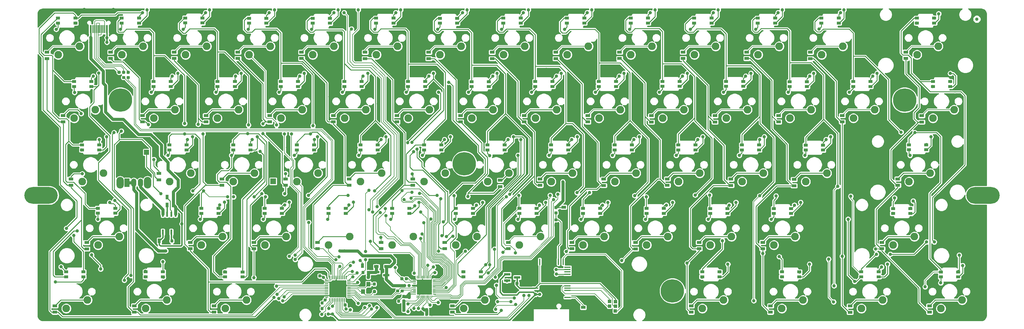
<source format=gbr>
G04 #@! TF.GenerationSoftware,KiCad,Pcbnew,(5.1.0)-1*
G04 #@! TF.CreationDate,2019-11-21T22:17:20+08:00*
G04 #@! TF.ProjectId,keyboard,6b657962-6f61-4726-942e-6b696361645f,B*
G04 #@! TF.SameCoordinates,Original*
G04 #@! TF.FileFunction,Copper,L2,Bot*
G04 #@! TF.FilePolarity,Positive*
%FSLAX46Y46*%
G04 Gerber Fmt 4.6, Leading zero omitted, Abs format (unit mm)*
G04 Created by KiCad (PCBNEW (5.1.0)-1) date 2019-11-21 22:17:20*
%MOMM*%
%LPD*%
G04 APERTURE LIST*
%ADD10C,2.286000*%
%ADD11C,0.150000*%
%ADD12C,0.875000*%
%ADD13R,0.950000X0.875000*%
%ADD14C,0.200000*%
%ADD15R,4.199999X4.199999*%
%ADD16R,1.850000X0.450000*%
%ADD17R,0.450000X1.850000*%
%ADD18C,0.250000*%
%ADD19R,1.190000X0.900000*%
%ADD20R,1.397000X0.889000*%
%ADD21O,1.000000X1.600000*%
%ADD22O,1.000000X2.100000*%
%ADD23R,0.300000X2.450000*%
%ADD24R,0.600000X2.450000*%
%ADD25R,1.150620X1.399540*%
%ADD26R,0.889000X1.397000*%
%ADD27C,1.000000*%
%ADD28C,7.001300*%
%ADD29C,7.000240*%
%ADD30O,9.999980X5.001260*%
%ADD31R,1.000000X1.000000*%
%ADD32O,1.700000X1.700000*%
%ADD33R,1.700000X1.700000*%
%ADD34R,1.900000X0.800000*%
%ADD35R,1.500000X1.500000*%
%ADD36O,2.200000X3.500000*%
%ADD37O,1.500000X2.500000*%
%ADD38R,1.500000X2.500000*%
%ADD39R,0.600000X1.550000*%
%ADD40C,0.177800*%
%ADD41C,0.406400*%
%ADD42C,0.254000*%
%ADD43C,0.889000*%
%ADD44C,0.203200*%
%ADD45C,0.200000*%
G04 APERTURE END LIST*
D10*
X315753750Y-152558750D03*
X309403750Y-155098750D03*
X77628750Y-152558750D03*
X71278750Y-155098750D03*
X332422500Y-76360020D03*
X326072500Y-78900020D03*
D11*
G36*
X172057891Y-145715253D02*
G01*
X172079126Y-145718403D01*
X172099950Y-145723619D01*
X172120162Y-145730851D01*
X172139568Y-145740030D01*
X172157981Y-145751066D01*
X172175224Y-145763854D01*
X172191130Y-145778270D01*
X172205546Y-145794176D01*
X172218334Y-145811419D01*
X172229370Y-145829832D01*
X172238549Y-145849238D01*
X172245781Y-145869450D01*
X172250997Y-145890274D01*
X172254147Y-145911509D01*
X172255200Y-145932950D01*
X172255200Y-146370450D01*
X172254147Y-146391891D01*
X172250997Y-146413126D01*
X172245781Y-146433950D01*
X172238549Y-146454162D01*
X172229370Y-146473568D01*
X172218334Y-146491981D01*
X172205546Y-146509224D01*
X172191130Y-146525130D01*
X172175224Y-146539546D01*
X172157981Y-146552334D01*
X172139568Y-146563370D01*
X172120162Y-146572549D01*
X172099950Y-146579781D01*
X172079126Y-146584997D01*
X172057891Y-146588147D01*
X172036450Y-146589200D01*
X171523950Y-146589200D01*
X171502509Y-146588147D01*
X171481274Y-146584997D01*
X171460450Y-146579781D01*
X171440238Y-146572549D01*
X171420832Y-146563370D01*
X171402419Y-146552334D01*
X171385176Y-146539546D01*
X171369270Y-146525130D01*
X171354854Y-146509224D01*
X171342066Y-146491981D01*
X171331030Y-146473568D01*
X171321851Y-146454162D01*
X171314619Y-146433950D01*
X171309403Y-146413126D01*
X171306253Y-146391891D01*
X171305200Y-146370450D01*
X171305200Y-145932950D01*
X171306253Y-145911509D01*
X171309403Y-145890274D01*
X171314619Y-145869450D01*
X171321851Y-145849238D01*
X171331030Y-145829832D01*
X171342066Y-145811419D01*
X171354854Y-145794176D01*
X171369270Y-145778270D01*
X171385176Y-145763854D01*
X171402419Y-145751066D01*
X171420832Y-145740030D01*
X171440238Y-145730851D01*
X171460450Y-145723619D01*
X171481274Y-145718403D01*
X171502509Y-145715253D01*
X171523950Y-145714200D01*
X172036450Y-145714200D01*
X172057891Y-145715253D01*
X172057891Y-145715253D01*
G37*
D12*
X171780200Y-146151700D03*
D11*
G36*
X172057891Y-144140253D02*
G01*
X172079126Y-144143403D01*
X172099950Y-144148619D01*
X172120162Y-144155851D01*
X172139568Y-144165030D01*
X172157981Y-144176066D01*
X172175224Y-144188854D01*
X172191130Y-144203270D01*
X172205546Y-144219176D01*
X172218334Y-144236419D01*
X172229370Y-144254832D01*
X172238549Y-144274238D01*
X172245781Y-144294450D01*
X172250997Y-144315274D01*
X172254147Y-144336509D01*
X172255200Y-144357950D01*
X172255200Y-144795450D01*
X172254147Y-144816891D01*
X172250997Y-144838126D01*
X172245781Y-144858950D01*
X172238549Y-144879162D01*
X172229370Y-144898568D01*
X172218334Y-144916981D01*
X172205546Y-144934224D01*
X172191130Y-144950130D01*
X172175224Y-144964546D01*
X172157981Y-144977334D01*
X172139568Y-144988370D01*
X172120162Y-144997549D01*
X172099950Y-145004781D01*
X172079126Y-145009997D01*
X172057891Y-145013147D01*
X172036450Y-145014200D01*
X171523950Y-145014200D01*
X171502509Y-145013147D01*
X171481274Y-145009997D01*
X171460450Y-145004781D01*
X171440238Y-144997549D01*
X171420832Y-144988370D01*
X171402419Y-144977334D01*
X171385176Y-144964546D01*
X171369270Y-144950130D01*
X171354854Y-144934224D01*
X171342066Y-144916981D01*
X171331030Y-144898568D01*
X171321851Y-144879162D01*
X171314619Y-144858950D01*
X171309403Y-144838126D01*
X171306253Y-144816891D01*
X171305200Y-144795450D01*
X171305200Y-144357950D01*
X171306253Y-144336509D01*
X171309403Y-144315274D01*
X171314619Y-144294450D01*
X171321851Y-144274238D01*
X171331030Y-144254832D01*
X171342066Y-144236419D01*
X171354854Y-144219176D01*
X171369270Y-144203270D01*
X171385176Y-144188854D01*
X171402419Y-144176066D01*
X171420832Y-144165030D01*
X171440238Y-144155851D01*
X171460450Y-144148619D01*
X171481274Y-144143403D01*
X171502509Y-144140253D01*
X171523950Y-144139200D01*
X172036450Y-144139200D01*
X172057891Y-144140253D01*
X172057891Y-144140253D01*
G37*
D12*
X171780200Y-144576700D03*
D11*
G36*
X173404091Y-145715253D02*
G01*
X173425326Y-145718403D01*
X173446150Y-145723619D01*
X173466362Y-145730851D01*
X173485768Y-145740030D01*
X173504181Y-145751066D01*
X173521424Y-145763854D01*
X173537330Y-145778270D01*
X173551746Y-145794176D01*
X173564534Y-145811419D01*
X173575570Y-145829832D01*
X173584749Y-145849238D01*
X173591981Y-145869450D01*
X173597197Y-145890274D01*
X173600347Y-145911509D01*
X173601400Y-145932950D01*
X173601400Y-146370450D01*
X173600347Y-146391891D01*
X173597197Y-146413126D01*
X173591981Y-146433950D01*
X173584749Y-146454162D01*
X173575570Y-146473568D01*
X173564534Y-146491981D01*
X173551746Y-146509224D01*
X173537330Y-146525130D01*
X173521424Y-146539546D01*
X173504181Y-146552334D01*
X173485768Y-146563370D01*
X173466362Y-146572549D01*
X173446150Y-146579781D01*
X173425326Y-146584997D01*
X173404091Y-146588147D01*
X173382650Y-146589200D01*
X172870150Y-146589200D01*
X172848709Y-146588147D01*
X172827474Y-146584997D01*
X172806650Y-146579781D01*
X172786438Y-146572549D01*
X172767032Y-146563370D01*
X172748619Y-146552334D01*
X172731376Y-146539546D01*
X172715470Y-146525130D01*
X172701054Y-146509224D01*
X172688266Y-146491981D01*
X172677230Y-146473568D01*
X172668051Y-146454162D01*
X172660819Y-146433950D01*
X172655603Y-146413126D01*
X172652453Y-146391891D01*
X172651400Y-146370450D01*
X172651400Y-145932950D01*
X172652453Y-145911509D01*
X172655603Y-145890274D01*
X172660819Y-145869450D01*
X172668051Y-145849238D01*
X172677230Y-145829832D01*
X172688266Y-145811419D01*
X172701054Y-145794176D01*
X172715470Y-145778270D01*
X172731376Y-145763854D01*
X172748619Y-145751066D01*
X172767032Y-145740030D01*
X172786438Y-145730851D01*
X172806650Y-145723619D01*
X172827474Y-145718403D01*
X172848709Y-145715253D01*
X172870150Y-145714200D01*
X173382650Y-145714200D01*
X173404091Y-145715253D01*
X173404091Y-145715253D01*
G37*
D12*
X173126400Y-146151700D03*
D11*
G36*
X173404091Y-144140253D02*
G01*
X173425326Y-144143403D01*
X173446150Y-144148619D01*
X173466362Y-144155851D01*
X173485768Y-144165030D01*
X173504181Y-144176066D01*
X173521424Y-144188854D01*
X173537330Y-144203270D01*
X173551746Y-144219176D01*
X173564534Y-144236419D01*
X173575570Y-144254832D01*
X173584749Y-144274238D01*
X173591981Y-144294450D01*
X173597197Y-144315274D01*
X173600347Y-144336509D01*
X173601400Y-144357950D01*
X173601400Y-144795450D01*
X173600347Y-144816891D01*
X173597197Y-144838126D01*
X173591981Y-144858950D01*
X173584749Y-144879162D01*
X173575570Y-144898568D01*
X173564534Y-144916981D01*
X173551746Y-144934224D01*
X173537330Y-144950130D01*
X173521424Y-144964546D01*
X173504181Y-144977334D01*
X173485768Y-144988370D01*
X173466362Y-144997549D01*
X173446150Y-145004781D01*
X173425326Y-145009997D01*
X173404091Y-145013147D01*
X173382650Y-145014200D01*
X172870150Y-145014200D01*
X172848709Y-145013147D01*
X172827474Y-145009997D01*
X172806650Y-145004781D01*
X172786438Y-144997549D01*
X172767032Y-144988370D01*
X172748619Y-144977334D01*
X172731376Y-144964546D01*
X172715470Y-144950130D01*
X172701054Y-144934224D01*
X172688266Y-144916981D01*
X172677230Y-144898568D01*
X172668051Y-144879162D01*
X172660819Y-144858950D01*
X172655603Y-144838126D01*
X172652453Y-144816891D01*
X172651400Y-144795450D01*
X172651400Y-144357950D01*
X172652453Y-144336509D01*
X172655603Y-144315274D01*
X172660819Y-144294450D01*
X172668051Y-144274238D01*
X172677230Y-144254832D01*
X172688266Y-144236419D01*
X172701054Y-144219176D01*
X172715470Y-144203270D01*
X172731376Y-144188854D01*
X172748619Y-144176066D01*
X172767032Y-144165030D01*
X172786438Y-144155851D01*
X172806650Y-144148619D01*
X172827474Y-144143403D01*
X172848709Y-144140253D01*
X172870150Y-144139200D01*
X173382650Y-144139200D01*
X173404091Y-144140253D01*
X173404091Y-144140253D01*
G37*
D12*
X173126400Y-144576700D03*
D11*
G36*
X171054991Y-153780253D02*
G01*
X171076226Y-153783403D01*
X171097050Y-153788619D01*
X171117262Y-153795851D01*
X171136668Y-153805030D01*
X171155081Y-153816066D01*
X171172324Y-153828854D01*
X171188230Y-153843270D01*
X171202646Y-153859176D01*
X171215434Y-153876419D01*
X171226470Y-153894832D01*
X171235649Y-153914238D01*
X171242881Y-153934450D01*
X171248097Y-153955274D01*
X171251247Y-153976509D01*
X171252300Y-153997950D01*
X171252300Y-154510450D01*
X171251247Y-154531891D01*
X171248097Y-154553126D01*
X171242881Y-154573950D01*
X171235649Y-154594162D01*
X171226470Y-154613568D01*
X171215434Y-154631981D01*
X171202646Y-154649224D01*
X171188230Y-154665130D01*
X171172324Y-154679546D01*
X171155081Y-154692334D01*
X171136668Y-154703370D01*
X171117262Y-154712549D01*
X171097050Y-154719781D01*
X171076226Y-154724997D01*
X171054991Y-154728147D01*
X171033550Y-154729200D01*
X170596050Y-154729200D01*
X170574609Y-154728147D01*
X170553374Y-154724997D01*
X170532550Y-154719781D01*
X170512338Y-154712549D01*
X170492932Y-154703370D01*
X170474519Y-154692334D01*
X170457276Y-154679546D01*
X170441370Y-154665130D01*
X170426954Y-154649224D01*
X170414166Y-154631981D01*
X170403130Y-154613568D01*
X170393951Y-154594162D01*
X170386719Y-154573950D01*
X170381503Y-154553126D01*
X170378353Y-154531891D01*
X170377300Y-154510450D01*
X170377300Y-153997950D01*
X170378353Y-153976509D01*
X170381503Y-153955274D01*
X170386719Y-153934450D01*
X170393951Y-153914238D01*
X170403130Y-153894832D01*
X170414166Y-153876419D01*
X170426954Y-153859176D01*
X170441370Y-153843270D01*
X170457276Y-153828854D01*
X170474519Y-153816066D01*
X170492932Y-153805030D01*
X170512338Y-153795851D01*
X170532550Y-153788619D01*
X170553374Y-153783403D01*
X170574609Y-153780253D01*
X170596050Y-153779200D01*
X171033550Y-153779200D01*
X171054991Y-153780253D01*
X171054991Y-153780253D01*
G37*
D12*
X170814800Y-154254200D03*
D11*
G36*
X172629991Y-153780253D02*
G01*
X172651226Y-153783403D01*
X172672050Y-153788619D01*
X172692262Y-153795851D01*
X172711668Y-153805030D01*
X172730081Y-153816066D01*
X172747324Y-153828854D01*
X172763230Y-153843270D01*
X172777646Y-153859176D01*
X172790434Y-153876419D01*
X172801470Y-153894832D01*
X172810649Y-153914238D01*
X172817881Y-153934450D01*
X172823097Y-153955274D01*
X172826247Y-153976509D01*
X172827300Y-153997950D01*
X172827300Y-154510450D01*
X172826247Y-154531891D01*
X172823097Y-154553126D01*
X172817881Y-154573950D01*
X172810649Y-154594162D01*
X172801470Y-154613568D01*
X172790434Y-154631981D01*
X172777646Y-154649224D01*
X172763230Y-154665130D01*
X172747324Y-154679546D01*
X172730081Y-154692334D01*
X172711668Y-154703370D01*
X172692262Y-154712549D01*
X172672050Y-154719781D01*
X172651226Y-154724997D01*
X172629991Y-154728147D01*
X172608550Y-154729200D01*
X172171050Y-154729200D01*
X172149609Y-154728147D01*
X172128374Y-154724997D01*
X172107550Y-154719781D01*
X172087338Y-154712549D01*
X172067932Y-154703370D01*
X172049519Y-154692334D01*
X172032276Y-154679546D01*
X172016370Y-154665130D01*
X172001954Y-154649224D01*
X171989166Y-154631981D01*
X171978130Y-154613568D01*
X171968951Y-154594162D01*
X171961719Y-154573950D01*
X171956503Y-154553126D01*
X171953353Y-154531891D01*
X171952300Y-154510450D01*
X171952300Y-153997950D01*
X171953353Y-153976509D01*
X171956503Y-153955274D01*
X171961719Y-153934450D01*
X171968951Y-153914238D01*
X171978130Y-153894832D01*
X171989166Y-153876419D01*
X172001954Y-153859176D01*
X172016370Y-153843270D01*
X172032276Y-153828854D01*
X172049519Y-153816066D01*
X172067932Y-153805030D01*
X172087338Y-153795851D01*
X172107550Y-153788619D01*
X172128374Y-153783403D01*
X172149609Y-153780253D01*
X172171050Y-153779200D01*
X172608550Y-153779200D01*
X172629991Y-153780253D01*
X172629991Y-153780253D01*
G37*
D12*
X172389800Y-154254200D03*
D11*
G36*
X172630191Y-152408653D02*
G01*
X172651426Y-152411803D01*
X172672250Y-152417019D01*
X172692462Y-152424251D01*
X172711868Y-152433430D01*
X172730281Y-152444466D01*
X172747524Y-152457254D01*
X172763430Y-152471670D01*
X172777846Y-152487576D01*
X172790634Y-152504819D01*
X172801670Y-152523232D01*
X172810849Y-152542638D01*
X172818081Y-152562850D01*
X172823297Y-152583674D01*
X172826447Y-152604909D01*
X172827500Y-152626350D01*
X172827500Y-153138850D01*
X172826447Y-153160291D01*
X172823297Y-153181526D01*
X172818081Y-153202350D01*
X172810849Y-153222562D01*
X172801670Y-153241968D01*
X172790634Y-153260381D01*
X172777846Y-153277624D01*
X172763430Y-153293530D01*
X172747524Y-153307946D01*
X172730281Y-153320734D01*
X172711868Y-153331770D01*
X172692462Y-153340949D01*
X172672250Y-153348181D01*
X172651426Y-153353397D01*
X172630191Y-153356547D01*
X172608750Y-153357600D01*
X172171250Y-153357600D01*
X172149809Y-153356547D01*
X172128574Y-153353397D01*
X172107750Y-153348181D01*
X172087538Y-153340949D01*
X172068132Y-153331770D01*
X172049719Y-153320734D01*
X172032476Y-153307946D01*
X172016570Y-153293530D01*
X172002154Y-153277624D01*
X171989366Y-153260381D01*
X171978330Y-153241968D01*
X171969151Y-153222562D01*
X171961919Y-153202350D01*
X171956703Y-153181526D01*
X171953553Y-153160291D01*
X171952500Y-153138850D01*
X171952500Y-152626350D01*
X171953553Y-152604909D01*
X171956703Y-152583674D01*
X171961919Y-152562850D01*
X171969151Y-152542638D01*
X171978330Y-152523232D01*
X171989366Y-152504819D01*
X172002154Y-152487576D01*
X172016570Y-152471670D01*
X172032476Y-152457254D01*
X172049719Y-152444466D01*
X172068132Y-152433430D01*
X172087538Y-152424251D01*
X172107750Y-152417019D01*
X172128574Y-152411803D01*
X172149809Y-152408653D01*
X172171250Y-152407600D01*
X172608750Y-152407600D01*
X172630191Y-152408653D01*
X172630191Y-152408653D01*
G37*
D12*
X172390000Y-152882600D03*
D11*
G36*
X171055191Y-152408653D02*
G01*
X171076426Y-152411803D01*
X171097250Y-152417019D01*
X171117462Y-152424251D01*
X171136868Y-152433430D01*
X171155281Y-152444466D01*
X171172524Y-152457254D01*
X171188430Y-152471670D01*
X171202846Y-152487576D01*
X171215634Y-152504819D01*
X171226670Y-152523232D01*
X171235849Y-152542638D01*
X171243081Y-152562850D01*
X171248297Y-152583674D01*
X171251447Y-152604909D01*
X171252500Y-152626350D01*
X171252500Y-153138850D01*
X171251447Y-153160291D01*
X171248297Y-153181526D01*
X171243081Y-153202350D01*
X171235849Y-153222562D01*
X171226670Y-153241968D01*
X171215634Y-153260381D01*
X171202846Y-153277624D01*
X171188430Y-153293530D01*
X171172524Y-153307946D01*
X171155281Y-153320734D01*
X171136868Y-153331770D01*
X171117462Y-153340949D01*
X171097250Y-153348181D01*
X171076426Y-153353397D01*
X171055191Y-153356547D01*
X171033750Y-153357600D01*
X170596250Y-153357600D01*
X170574809Y-153356547D01*
X170553574Y-153353397D01*
X170532750Y-153348181D01*
X170512538Y-153340949D01*
X170493132Y-153331770D01*
X170474719Y-153320734D01*
X170457476Y-153307946D01*
X170441570Y-153293530D01*
X170427154Y-153277624D01*
X170414366Y-153260381D01*
X170403330Y-153241968D01*
X170394151Y-153222562D01*
X170386919Y-153202350D01*
X170381703Y-153181526D01*
X170378553Y-153160291D01*
X170377500Y-153138850D01*
X170377500Y-152626350D01*
X170378553Y-152604909D01*
X170381703Y-152583674D01*
X170386919Y-152562850D01*
X170394151Y-152542638D01*
X170403330Y-152523232D01*
X170414366Y-152504819D01*
X170427154Y-152487576D01*
X170441570Y-152471670D01*
X170457476Y-152457254D01*
X170474719Y-152444466D01*
X170493132Y-152433430D01*
X170512538Y-152424251D01*
X170532750Y-152417019D01*
X170553574Y-152411803D01*
X170574809Y-152408653D01*
X170596250Y-152407600D01*
X171033750Y-152407600D01*
X171055191Y-152408653D01*
X171055191Y-152408653D01*
G37*
D12*
X170815000Y-152882600D03*
D11*
G36*
X172184891Y-147823353D02*
G01*
X172206126Y-147826503D01*
X172226950Y-147831719D01*
X172247162Y-147838951D01*
X172266568Y-147848130D01*
X172284981Y-147859166D01*
X172302224Y-147871954D01*
X172318130Y-147886370D01*
X172332546Y-147902276D01*
X172345334Y-147919519D01*
X172356370Y-147937932D01*
X172365549Y-147957338D01*
X172372781Y-147977550D01*
X172377997Y-147998374D01*
X172381147Y-148019609D01*
X172382200Y-148041050D01*
X172382200Y-148478550D01*
X172381147Y-148499991D01*
X172377997Y-148521226D01*
X172372781Y-148542050D01*
X172365549Y-148562262D01*
X172356370Y-148581668D01*
X172345334Y-148600081D01*
X172332546Y-148617324D01*
X172318130Y-148633230D01*
X172302224Y-148647646D01*
X172284981Y-148660434D01*
X172266568Y-148671470D01*
X172247162Y-148680649D01*
X172226950Y-148687881D01*
X172206126Y-148693097D01*
X172184891Y-148696247D01*
X172163450Y-148697300D01*
X171650950Y-148697300D01*
X171629509Y-148696247D01*
X171608274Y-148693097D01*
X171587450Y-148687881D01*
X171567238Y-148680649D01*
X171547832Y-148671470D01*
X171529419Y-148660434D01*
X171512176Y-148647646D01*
X171496270Y-148633230D01*
X171481854Y-148617324D01*
X171469066Y-148600081D01*
X171458030Y-148581668D01*
X171448851Y-148562262D01*
X171441619Y-148542050D01*
X171436403Y-148521226D01*
X171433253Y-148499991D01*
X171432200Y-148478550D01*
X171432200Y-148041050D01*
X171433253Y-148019609D01*
X171436403Y-147998374D01*
X171441619Y-147977550D01*
X171448851Y-147957338D01*
X171458030Y-147937932D01*
X171469066Y-147919519D01*
X171481854Y-147902276D01*
X171496270Y-147886370D01*
X171512176Y-147871954D01*
X171529419Y-147859166D01*
X171547832Y-147848130D01*
X171567238Y-147838951D01*
X171587450Y-147831719D01*
X171608274Y-147826503D01*
X171629509Y-147823353D01*
X171650950Y-147822300D01*
X172163450Y-147822300D01*
X172184891Y-147823353D01*
X172184891Y-147823353D01*
G37*
D12*
X171907200Y-148259800D03*
D11*
G36*
X172184891Y-149398353D02*
G01*
X172206126Y-149401503D01*
X172226950Y-149406719D01*
X172247162Y-149413951D01*
X172266568Y-149423130D01*
X172284981Y-149434166D01*
X172302224Y-149446954D01*
X172318130Y-149461370D01*
X172332546Y-149477276D01*
X172345334Y-149494519D01*
X172356370Y-149512932D01*
X172365549Y-149532338D01*
X172372781Y-149552550D01*
X172377997Y-149573374D01*
X172381147Y-149594609D01*
X172382200Y-149616050D01*
X172382200Y-150053550D01*
X172381147Y-150074991D01*
X172377997Y-150096226D01*
X172372781Y-150117050D01*
X172365549Y-150137262D01*
X172356370Y-150156668D01*
X172345334Y-150175081D01*
X172332546Y-150192324D01*
X172318130Y-150208230D01*
X172302224Y-150222646D01*
X172284981Y-150235434D01*
X172266568Y-150246470D01*
X172247162Y-150255649D01*
X172226950Y-150262881D01*
X172206126Y-150268097D01*
X172184891Y-150271247D01*
X172163450Y-150272300D01*
X171650950Y-150272300D01*
X171629509Y-150271247D01*
X171608274Y-150268097D01*
X171587450Y-150262881D01*
X171567238Y-150255649D01*
X171547832Y-150246470D01*
X171529419Y-150235434D01*
X171512176Y-150222646D01*
X171496270Y-150208230D01*
X171481854Y-150192324D01*
X171469066Y-150175081D01*
X171458030Y-150156668D01*
X171448851Y-150137262D01*
X171441619Y-150117050D01*
X171436403Y-150096226D01*
X171433253Y-150074991D01*
X171432200Y-150053550D01*
X171432200Y-149616050D01*
X171433253Y-149594609D01*
X171436403Y-149573374D01*
X171441619Y-149552550D01*
X171448851Y-149532338D01*
X171458030Y-149512932D01*
X171469066Y-149494519D01*
X171481854Y-149477276D01*
X171496270Y-149461370D01*
X171512176Y-149446954D01*
X171529419Y-149434166D01*
X171547832Y-149423130D01*
X171567238Y-149413951D01*
X171587450Y-149406719D01*
X171608274Y-149401503D01*
X171629509Y-149398353D01*
X171650950Y-149397300D01*
X172163450Y-149397300D01*
X172184891Y-149398353D01*
X172184891Y-149398353D01*
G37*
D12*
X171907200Y-149834800D03*
D11*
G36*
X170813291Y-147823353D02*
G01*
X170834526Y-147826503D01*
X170855350Y-147831719D01*
X170875562Y-147838951D01*
X170894968Y-147848130D01*
X170913381Y-147859166D01*
X170930624Y-147871954D01*
X170946530Y-147886370D01*
X170960946Y-147902276D01*
X170973734Y-147919519D01*
X170984770Y-147937932D01*
X170993949Y-147957338D01*
X171001181Y-147977550D01*
X171006397Y-147998374D01*
X171009547Y-148019609D01*
X171010600Y-148041050D01*
X171010600Y-148478550D01*
X171009547Y-148499991D01*
X171006397Y-148521226D01*
X171001181Y-148542050D01*
X170993949Y-148562262D01*
X170984770Y-148581668D01*
X170973734Y-148600081D01*
X170960946Y-148617324D01*
X170946530Y-148633230D01*
X170930624Y-148647646D01*
X170913381Y-148660434D01*
X170894968Y-148671470D01*
X170875562Y-148680649D01*
X170855350Y-148687881D01*
X170834526Y-148693097D01*
X170813291Y-148696247D01*
X170791850Y-148697300D01*
X170279350Y-148697300D01*
X170257909Y-148696247D01*
X170236674Y-148693097D01*
X170215850Y-148687881D01*
X170195638Y-148680649D01*
X170176232Y-148671470D01*
X170157819Y-148660434D01*
X170140576Y-148647646D01*
X170124670Y-148633230D01*
X170110254Y-148617324D01*
X170097466Y-148600081D01*
X170086430Y-148581668D01*
X170077251Y-148562262D01*
X170070019Y-148542050D01*
X170064803Y-148521226D01*
X170061653Y-148499991D01*
X170060600Y-148478550D01*
X170060600Y-148041050D01*
X170061653Y-148019609D01*
X170064803Y-147998374D01*
X170070019Y-147977550D01*
X170077251Y-147957338D01*
X170086430Y-147937932D01*
X170097466Y-147919519D01*
X170110254Y-147902276D01*
X170124670Y-147886370D01*
X170140576Y-147871954D01*
X170157819Y-147859166D01*
X170176232Y-147848130D01*
X170195638Y-147838951D01*
X170215850Y-147831719D01*
X170236674Y-147826503D01*
X170257909Y-147823353D01*
X170279350Y-147822300D01*
X170791850Y-147822300D01*
X170813291Y-147823353D01*
X170813291Y-147823353D01*
G37*
D12*
X170535600Y-148259800D03*
D11*
G36*
X170813291Y-149398353D02*
G01*
X170834526Y-149401503D01*
X170855350Y-149406719D01*
X170875562Y-149413951D01*
X170894968Y-149423130D01*
X170913381Y-149434166D01*
X170930624Y-149446954D01*
X170946530Y-149461370D01*
X170960946Y-149477276D01*
X170973734Y-149494519D01*
X170984770Y-149512932D01*
X170993949Y-149532338D01*
X171001181Y-149552550D01*
X171006397Y-149573374D01*
X171009547Y-149594609D01*
X171010600Y-149616050D01*
X171010600Y-150053550D01*
X171009547Y-150074991D01*
X171006397Y-150096226D01*
X171001181Y-150117050D01*
X170993949Y-150137262D01*
X170984770Y-150156668D01*
X170973734Y-150175081D01*
X170960946Y-150192324D01*
X170946530Y-150208230D01*
X170930624Y-150222646D01*
X170913381Y-150235434D01*
X170894968Y-150246470D01*
X170875562Y-150255649D01*
X170855350Y-150262881D01*
X170834526Y-150268097D01*
X170813291Y-150271247D01*
X170791850Y-150272300D01*
X170279350Y-150272300D01*
X170257909Y-150271247D01*
X170236674Y-150268097D01*
X170215850Y-150262881D01*
X170195638Y-150255649D01*
X170176232Y-150246470D01*
X170157819Y-150235434D01*
X170140576Y-150222646D01*
X170124670Y-150208230D01*
X170110254Y-150192324D01*
X170097466Y-150175081D01*
X170086430Y-150156668D01*
X170077251Y-150137262D01*
X170070019Y-150117050D01*
X170064803Y-150096226D01*
X170061653Y-150074991D01*
X170060600Y-150053550D01*
X170060600Y-149616050D01*
X170061653Y-149594609D01*
X170064803Y-149573374D01*
X170070019Y-149552550D01*
X170077251Y-149532338D01*
X170086430Y-149512932D01*
X170097466Y-149494519D01*
X170110254Y-149477276D01*
X170124670Y-149461370D01*
X170140576Y-149446954D01*
X170157819Y-149434166D01*
X170176232Y-149423130D01*
X170195638Y-149413951D01*
X170215850Y-149406719D01*
X170236674Y-149401503D01*
X170257909Y-149398353D01*
X170279350Y-149397300D01*
X170791850Y-149397300D01*
X170813291Y-149398353D01*
X170813291Y-149398353D01*
G37*
D12*
X170535600Y-149834800D03*
D11*
G36*
X218209691Y-129637053D02*
G01*
X218230926Y-129640203D01*
X218251750Y-129645419D01*
X218271962Y-129652651D01*
X218291368Y-129661830D01*
X218309781Y-129672866D01*
X218327024Y-129685654D01*
X218342930Y-129700070D01*
X218357346Y-129715976D01*
X218370134Y-129733219D01*
X218381170Y-129751632D01*
X218390349Y-129771038D01*
X218397581Y-129791250D01*
X218402797Y-129812074D01*
X218405947Y-129833309D01*
X218407000Y-129854750D01*
X218407000Y-130292250D01*
X218405947Y-130313691D01*
X218402797Y-130334926D01*
X218397581Y-130355750D01*
X218390349Y-130375962D01*
X218381170Y-130395368D01*
X218370134Y-130413781D01*
X218357346Y-130431024D01*
X218342930Y-130446930D01*
X218327024Y-130461346D01*
X218309781Y-130474134D01*
X218291368Y-130485170D01*
X218271962Y-130494349D01*
X218251750Y-130501581D01*
X218230926Y-130506797D01*
X218209691Y-130509947D01*
X218188250Y-130511000D01*
X217675750Y-130511000D01*
X217654309Y-130509947D01*
X217633074Y-130506797D01*
X217612250Y-130501581D01*
X217592038Y-130494349D01*
X217572632Y-130485170D01*
X217554219Y-130474134D01*
X217536976Y-130461346D01*
X217521070Y-130446930D01*
X217506654Y-130431024D01*
X217493866Y-130413781D01*
X217482830Y-130395368D01*
X217473651Y-130375962D01*
X217466419Y-130355750D01*
X217461203Y-130334926D01*
X217458053Y-130313691D01*
X217457000Y-130292250D01*
X217457000Y-129854750D01*
X217458053Y-129833309D01*
X217461203Y-129812074D01*
X217466419Y-129791250D01*
X217473651Y-129771038D01*
X217482830Y-129751632D01*
X217493866Y-129733219D01*
X217506654Y-129715976D01*
X217521070Y-129700070D01*
X217536976Y-129685654D01*
X217554219Y-129672866D01*
X217572632Y-129661830D01*
X217592038Y-129652651D01*
X217612250Y-129645419D01*
X217633074Y-129640203D01*
X217654309Y-129637053D01*
X217675750Y-129636000D01*
X218188250Y-129636000D01*
X218209691Y-129637053D01*
X218209691Y-129637053D01*
G37*
D12*
X217932000Y-130073500D03*
D11*
G36*
X218209691Y-128062053D02*
G01*
X218230926Y-128065203D01*
X218251750Y-128070419D01*
X218271962Y-128077651D01*
X218291368Y-128086830D01*
X218309781Y-128097866D01*
X218327024Y-128110654D01*
X218342930Y-128125070D01*
X218357346Y-128140976D01*
X218370134Y-128158219D01*
X218381170Y-128176632D01*
X218390349Y-128196038D01*
X218397581Y-128216250D01*
X218402797Y-128237074D01*
X218405947Y-128258309D01*
X218407000Y-128279750D01*
X218407000Y-128717250D01*
X218405947Y-128738691D01*
X218402797Y-128759926D01*
X218397581Y-128780750D01*
X218390349Y-128800962D01*
X218381170Y-128820368D01*
X218370134Y-128838781D01*
X218357346Y-128856024D01*
X218342930Y-128871930D01*
X218327024Y-128886346D01*
X218309781Y-128899134D01*
X218291368Y-128910170D01*
X218271962Y-128919349D01*
X218251750Y-128926581D01*
X218230926Y-128931797D01*
X218209691Y-128934947D01*
X218188250Y-128936000D01*
X217675750Y-128936000D01*
X217654309Y-128934947D01*
X217633074Y-128931797D01*
X217612250Y-128926581D01*
X217592038Y-128919349D01*
X217572632Y-128910170D01*
X217554219Y-128899134D01*
X217536976Y-128886346D01*
X217521070Y-128871930D01*
X217506654Y-128856024D01*
X217493866Y-128838781D01*
X217482830Y-128820368D01*
X217473651Y-128800962D01*
X217466419Y-128780750D01*
X217461203Y-128759926D01*
X217458053Y-128738691D01*
X217457000Y-128717250D01*
X217457000Y-128279750D01*
X217458053Y-128258309D01*
X217461203Y-128237074D01*
X217466419Y-128216250D01*
X217473651Y-128196038D01*
X217482830Y-128176632D01*
X217493866Y-128158219D01*
X217506654Y-128140976D01*
X217521070Y-128125070D01*
X217536976Y-128110654D01*
X217554219Y-128097866D01*
X217572632Y-128086830D01*
X217592038Y-128077651D01*
X217612250Y-128070419D01*
X217633074Y-128065203D01*
X217654309Y-128062053D01*
X217675750Y-128061000D01*
X218188250Y-128061000D01*
X218209691Y-128062053D01*
X218209691Y-128062053D01*
G37*
D12*
X217932000Y-128498500D03*
D11*
G36*
X218209691Y-125954053D02*
G01*
X218230926Y-125957203D01*
X218251750Y-125962419D01*
X218271962Y-125969651D01*
X218291368Y-125978830D01*
X218309781Y-125989866D01*
X218327024Y-126002654D01*
X218342930Y-126017070D01*
X218357346Y-126032976D01*
X218370134Y-126050219D01*
X218381170Y-126068632D01*
X218390349Y-126088038D01*
X218397581Y-126108250D01*
X218402797Y-126129074D01*
X218405947Y-126150309D01*
X218407000Y-126171750D01*
X218407000Y-126609250D01*
X218405947Y-126630691D01*
X218402797Y-126651926D01*
X218397581Y-126672750D01*
X218390349Y-126692962D01*
X218381170Y-126712368D01*
X218370134Y-126730781D01*
X218357346Y-126748024D01*
X218342930Y-126763930D01*
X218327024Y-126778346D01*
X218309781Y-126791134D01*
X218291368Y-126802170D01*
X218271962Y-126811349D01*
X218251750Y-126818581D01*
X218230926Y-126823797D01*
X218209691Y-126826947D01*
X218188250Y-126828000D01*
X217675750Y-126828000D01*
X217654309Y-126826947D01*
X217633074Y-126823797D01*
X217612250Y-126818581D01*
X217592038Y-126811349D01*
X217572632Y-126802170D01*
X217554219Y-126791134D01*
X217536976Y-126778346D01*
X217521070Y-126763930D01*
X217506654Y-126748024D01*
X217493866Y-126730781D01*
X217482830Y-126712368D01*
X217473651Y-126692962D01*
X217466419Y-126672750D01*
X217461203Y-126651926D01*
X217458053Y-126630691D01*
X217457000Y-126609250D01*
X217457000Y-126171750D01*
X217458053Y-126150309D01*
X217461203Y-126129074D01*
X217466419Y-126108250D01*
X217473651Y-126088038D01*
X217482830Y-126068632D01*
X217493866Y-126050219D01*
X217506654Y-126032976D01*
X217521070Y-126017070D01*
X217536976Y-126002654D01*
X217554219Y-125989866D01*
X217572632Y-125978830D01*
X217592038Y-125969651D01*
X217612250Y-125962419D01*
X217633074Y-125957203D01*
X217654309Y-125954053D01*
X217675750Y-125953000D01*
X218188250Y-125953000D01*
X218209691Y-125954053D01*
X218209691Y-125954053D01*
G37*
D12*
X217932000Y-126390500D03*
D13*
X217932000Y-124815500D03*
D11*
G36*
X104723191Y-134336553D02*
G01*
X104744426Y-134339703D01*
X104765250Y-134344919D01*
X104785462Y-134352151D01*
X104804868Y-134361330D01*
X104823281Y-134372366D01*
X104840524Y-134385154D01*
X104856430Y-134399570D01*
X104870846Y-134415476D01*
X104883634Y-134432719D01*
X104894670Y-134451132D01*
X104903849Y-134470538D01*
X104911081Y-134490750D01*
X104916297Y-134511574D01*
X104919447Y-134532809D01*
X104920500Y-134554250D01*
X104920500Y-135066750D01*
X104919447Y-135088191D01*
X104916297Y-135109426D01*
X104911081Y-135130250D01*
X104903849Y-135150462D01*
X104894670Y-135169868D01*
X104883634Y-135188281D01*
X104870846Y-135205524D01*
X104856430Y-135221430D01*
X104840524Y-135235846D01*
X104823281Y-135248634D01*
X104804868Y-135259670D01*
X104785462Y-135268849D01*
X104765250Y-135276081D01*
X104744426Y-135281297D01*
X104723191Y-135284447D01*
X104701750Y-135285500D01*
X104264250Y-135285500D01*
X104242809Y-135284447D01*
X104221574Y-135281297D01*
X104200750Y-135276081D01*
X104180538Y-135268849D01*
X104161132Y-135259670D01*
X104142719Y-135248634D01*
X104125476Y-135235846D01*
X104109570Y-135221430D01*
X104095154Y-135205524D01*
X104082366Y-135188281D01*
X104071330Y-135169868D01*
X104062151Y-135150462D01*
X104054919Y-135130250D01*
X104049703Y-135109426D01*
X104046553Y-135088191D01*
X104045500Y-135066750D01*
X104045500Y-134554250D01*
X104046553Y-134532809D01*
X104049703Y-134511574D01*
X104054919Y-134490750D01*
X104062151Y-134470538D01*
X104071330Y-134451132D01*
X104082366Y-134432719D01*
X104095154Y-134415476D01*
X104109570Y-134399570D01*
X104125476Y-134385154D01*
X104142719Y-134372366D01*
X104161132Y-134361330D01*
X104180538Y-134352151D01*
X104200750Y-134344919D01*
X104221574Y-134339703D01*
X104242809Y-134336553D01*
X104264250Y-134335500D01*
X104701750Y-134335500D01*
X104723191Y-134336553D01*
X104723191Y-134336553D01*
G37*
D12*
X104483000Y-134810500D03*
D11*
G36*
X103148191Y-134336553D02*
G01*
X103169426Y-134339703D01*
X103190250Y-134344919D01*
X103210462Y-134352151D01*
X103229868Y-134361330D01*
X103248281Y-134372366D01*
X103265524Y-134385154D01*
X103281430Y-134399570D01*
X103295846Y-134415476D01*
X103308634Y-134432719D01*
X103319670Y-134451132D01*
X103328849Y-134470538D01*
X103336081Y-134490750D01*
X103341297Y-134511574D01*
X103344447Y-134532809D01*
X103345500Y-134554250D01*
X103345500Y-135066750D01*
X103344447Y-135088191D01*
X103341297Y-135109426D01*
X103336081Y-135130250D01*
X103328849Y-135150462D01*
X103319670Y-135169868D01*
X103308634Y-135188281D01*
X103295846Y-135205524D01*
X103281430Y-135221430D01*
X103265524Y-135235846D01*
X103248281Y-135248634D01*
X103229868Y-135259670D01*
X103210462Y-135268849D01*
X103190250Y-135276081D01*
X103169426Y-135281297D01*
X103148191Y-135284447D01*
X103126750Y-135285500D01*
X102689250Y-135285500D01*
X102667809Y-135284447D01*
X102646574Y-135281297D01*
X102625750Y-135276081D01*
X102605538Y-135268849D01*
X102586132Y-135259670D01*
X102567719Y-135248634D01*
X102550476Y-135235846D01*
X102534570Y-135221430D01*
X102520154Y-135205524D01*
X102507366Y-135188281D01*
X102496330Y-135169868D01*
X102487151Y-135150462D01*
X102479919Y-135130250D01*
X102474703Y-135109426D01*
X102471553Y-135088191D01*
X102470500Y-135066750D01*
X102470500Y-134554250D01*
X102471553Y-134532809D01*
X102474703Y-134511574D01*
X102479919Y-134490750D01*
X102487151Y-134470538D01*
X102496330Y-134451132D01*
X102507366Y-134432719D01*
X102520154Y-134415476D01*
X102534570Y-134399570D01*
X102550476Y-134385154D01*
X102567719Y-134372366D01*
X102586132Y-134361330D01*
X102605538Y-134352151D01*
X102625750Y-134344919D01*
X102646574Y-134339703D01*
X102667809Y-134336553D01*
X102689250Y-134335500D01*
X103126750Y-134335500D01*
X103148191Y-134336553D01*
X103148191Y-134336553D01*
G37*
D12*
X102908000Y-134810500D03*
D11*
G36*
X146544091Y-154669253D02*
G01*
X146565326Y-154672403D01*
X146586150Y-154677619D01*
X146606362Y-154684851D01*
X146625768Y-154694030D01*
X146644181Y-154705066D01*
X146661424Y-154717854D01*
X146677330Y-154732270D01*
X146691746Y-154748176D01*
X146704534Y-154765419D01*
X146715570Y-154783832D01*
X146724749Y-154803238D01*
X146731981Y-154823450D01*
X146737197Y-154844274D01*
X146740347Y-154865509D01*
X146741400Y-154886950D01*
X146741400Y-155399450D01*
X146740347Y-155420891D01*
X146737197Y-155442126D01*
X146731981Y-155462950D01*
X146724749Y-155483162D01*
X146715570Y-155502568D01*
X146704534Y-155520981D01*
X146691746Y-155538224D01*
X146677330Y-155554130D01*
X146661424Y-155568546D01*
X146644181Y-155581334D01*
X146625768Y-155592370D01*
X146606362Y-155601549D01*
X146586150Y-155608781D01*
X146565326Y-155613997D01*
X146544091Y-155617147D01*
X146522650Y-155618200D01*
X146085150Y-155618200D01*
X146063709Y-155617147D01*
X146042474Y-155613997D01*
X146021650Y-155608781D01*
X146001438Y-155601549D01*
X145982032Y-155592370D01*
X145963619Y-155581334D01*
X145946376Y-155568546D01*
X145930470Y-155554130D01*
X145916054Y-155538224D01*
X145903266Y-155520981D01*
X145892230Y-155502568D01*
X145883051Y-155483162D01*
X145875819Y-155462950D01*
X145870603Y-155442126D01*
X145867453Y-155420891D01*
X145866400Y-155399450D01*
X145866400Y-154886950D01*
X145867453Y-154865509D01*
X145870603Y-154844274D01*
X145875819Y-154823450D01*
X145883051Y-154803238D01*
X145892230Y-154783832D01*
X145903266Y-154765419D01*
X145916054Y-154748176D01*
X145930470Y-154732270D01*
X145946376Y-154717854D01*
X145963619Y-154705066D01*
X145982032Y-154694030D01*
X146001438Y-154684851D01*
X146021650Y-154677619D01*
X146042474Y-154672403D01*
X146063709Y-154669253D01*
X146085150Y-154668200D01*
X146522650Y-154668200D01*
X146544091Y-154669253D01*
X146544091Y-154669253D01*
G37*
D12*
X146303900Y-155143200D03*
D11*
G36*
X148119091Y-154669253D02*
G01*
X148140326Y-154672403D01*
X148161150Y-154677619D01*
X148181362Y-154684851D01*
X148200768Y-154694030D01*
X148219181Y-154705066D01*
X148236424Y-154717854D01*
X148252330Y-154732270D01*
X148266746Y-154748176D01*
X148279534Y-154765419D01*
X148290570Y-154783832D01*
X148299749Y-154803238D01*
X148306981Y-154823450D01*
X148312197Y-154844274D01*
X148315347Y-154865509D01*
X148316400Y-154886950D01*
X148316400Y-155399450D01*
X148315347Y-155420891D01*
X148312197Y-155442126D01*
X148306981Y-155462950D01*
X148299749Y-155483162D01*
X148290570Y-155502568D01*
X148279534Y-155520981D01*
X148266746Y-155538224D01*
X148252330Y-155554130D01*
X148236424Y-155568546D01*
X148219181Y-155581334D01*
X148200768Y-155592370D01*
X148181362Y-155601549D01*
X148161150Y-155608781D01*
X148140326Y-155613997D01*
X148119091Y-155617147D01*
X148097650Y-155618200D01*
X147660150Y-155618200D01*
X147638709Y-155617147D01*
X147617474Y-155613997D01*
X147596650Y-155608781D01*
X147576438Y-155601549D01*
X147557032Y-155592370D01*
X147538619Y-155581334D01*
X147521376Y-155568546D01*
X147505470Y-155554130D01*
X147491054Y-155538224D01*
X147478266Y-155520981D01*
X147467230Y-155502568D01*
X147458051Y-155483162D01*
X147450819Y-155462950D01*
X147445603Y-155442126D01*
X147442453Y-155420891D01*
X147441400Y-155399450D01*
X147441400Y-154886950D01*
X147442453Y-154865509D01*
X147445603Y-154844274D01*
X147450819Y-154823450D01*
X147458051Y-154803238D01*
X147467230Y-154783832D01*
X147478266Y-154765419D01*
X147491054Y-154748176D01*
X147505470Y-154732270D01*
X147521376Y-154717854D01*
X147538619Y-154705066D01*
X147557032Y-154694030D01*
X147576438Y-154684851D01*
X147596650Y-154677619D01*
X147617474Y-154672403D01*
X147638709Y-154669253D01*
X147660150Y-154668200D01*
X148097650Y-154668200D01*
X148119091Y-154669253D01*
X148119091Y-154669253D01*
G37*
D12*
X147878900Y-155143200D03*
D11*
G36*
X160412491Y-143798053D02*
G01*
X160433726Y-143801203D01*
X160454550Y-143806419D01*
X160474762Y-143813651D01*
X160494168Y-143822830D01*
X160512581Y-143833866D01*
X160529824Y-143846654D01*
X160545730Y-143861070D01*
X160560146Y-143876976D01*
X160572934Y-143894219D01*
X160583970Y-143912632D01*
X160593149Y-143932038D01*
X160600381Y-143952250D01*
X160605597Y-143973074D01*
X160608747Y-143994309D01*
X160609800Y-144015750D01*
X160609800Y-144528250D01*
X160608747Y-144549691D01*
X160605597Y-144570926D01*
X160600381Y-144591750D01*
X160593149Y-144611962D01*
X160583970Y-144631368D01*
X160572934Y-144649781D01*
X160560146Y-144667024D01*
X160545730Y-144682930D01*
X160529824Y-144697346D01*
X160512581Y-144710134D01*
X160494168Y-144721170D01*
X160474762Y-144730349D01*
X160454550Y-144737581D01*
X160433726Y-144742797D01*
X160412491Y-144745947D01*
X160391050Y-144747000D01*
X159953550Y-144747000D01*
X159932109Y-144745947D01*
X159910874Y-144742797D01*
X159890050Y-144737581D01*
X159869838Y-144730349D01*
X159850432Y-144721170D01*
X159832019Y-144710134D01*
X159814776Y-144697346D01*
X159798870Y-144682930D01*
X159784454Y-144667024D01*
X159771666Y-144649781D01*
X159760630Y-144631368D01*
X159751451Y-144611962D01*
X159744219Y-144591750D01*
X159739003Y-144570926D01*
X159735853Y-144549691D01*
X159734800Y-144528250D01*
X159734800Y-144015750D01*
X159735853Y-143994309D01*
X159739003Y-143973074D01*
X159744219Y-143952250D01*
X159751451Y-143932038D01*
X159760630Y-143912632D01*
X159771666Y-143894219D01*
X159784454Y-143876976D01*
X159798870Y-143861070D01*
X159814776Y-143846654D01*
X159832019Y-143833866D01*
X159850432Y-143822830D01*
X159869838Y-143813651D01*
X159890050Y-143806419D01*
X159910874Y-143801203D01*
X159932109Y-143798053D01*
X159953550Y-143797000D01*
X160391050Y-143797000D01*
X160412491Y-143798053D01*
X160412491Y-143798053D01*
G37*
D12*
X160172300Y-144272000D03*
D11*
G36*
X161987491Y-143798053D02*
G01*
X162008726Y-143801203D01*
X162029550Y-143806419D01*
X162049762Y-143813651D01*
X162069168Y-143822830D01*
X162087581Y-143833866D01*
X162104824Y-143846654D01*
X162120730Y-143861070D01*
X162135146Y-143876976D01*
X162147934Y-143894219D01*
X162158970Y-143912632D01*
X162168149Y-143932038D01*
X162175381Y-143952250D01*
X162180597Y-143973074D01*
X162183747Y-143994309D01*
X162184800Y-144015750D01*
X162184800Y-144528250D01*
X162183747Y-144549691D01*
X162180597Y-144570926D01*
X162175381Y-144591750D01*
X162168149Y-144611962D01*
X162158970Y-144631368D01*
X162147934Y-144649781D01*
X162135146Y-144667024D01*
X162120730Y-144682930D01*
X162104824Y-144697346D01*
X162087581Y-144710134D01*
X162069168Y-144721170D01*
X162049762Y-144730349D01*
X162029550Y-144737581D01*
X162008726Y-144742797D01*
X161987491Y-144745947D01*
X161966050Y-144747000D01*
X161528550Y-144747000D01*
X161507109Y-144745947D01*
X161485874Y-144742797D01*
X161465050Y-144737581D01*
X161444838Y-144730349D01*
X161425432Y-144721170D01*
X161407019Y-144710134D01*
X161389776Y-144697346D01*
X161373870Y-144682930D01*
X161359454Y-144667024D01*
X161346666Y-144649781D01*
X161335630Y-144631368D01*
X161326451Y-144611962D01*
X161319219Y-144591750D01*
X161314003Y-144570926D01*
X161310853Y-144549691D01*
X161309800Y-144528250D01*
X161309800Y-144015750D01*
X161310853Y-143994309D01*
X161314003Y-143973074D01*
X161319219Y-143952250D01*
X161326451Y-143932038D01*
X161335630Y-143912632D01*
X161346666Y-143894219D01*
X161359454Y-143876976D01*
X161373870Y-143861070D01*
X161389776Y-143846654D01*
X161407019Y-143833866D01*
X161425432Y-143822830D01*
X161444838Y-143813651D01*
X161465050Y-143806419D01*
X161485874Y-143801203D01*
X161507109Y-143798053D01*
X161528550Y-143797000D01*
X161966050Y-143797000D01*
X161987491Y-143798053D01*
X161987491Y-143798053D01*
G37*
D12*
X161747300Y-144272000D03*
D11*
G36*
X90092091Y-83738953D02*
G01*
X90113326Y-83742103D01*
X90134150Y-83747319D01*
X90154362Y-83754551D01*
X90173768Y-83763730D01*
X90192181Y-83774766D01*
X90209424Y-83787554D01*
X90225330Y-83801970D01*
X90239746Y-83817876D01*
X90252534Y-83835119D01*
X90263570Y-83853532D01*
X90272749Y-83872938D01*
X90279981Y-83893150D01*
X90285197Y-83913974D01*
X90288347Y-83935209D01*
X90289400Y-83956650D01*
X90289400Y-84394150D01*
X90288347Y-84415591D01*
X90285197Y-84436826D01*
X90279981Y-84457650D01*
X90272749Y-84477862D01*
X90263570Y-84497268D01*
X90252534Y-84515681D01*
X90239746Y-84532924D01*
X90225330Y-84548830D01*
X90209424Y-84563246D01*
X90192181Y-84576034D01*
X90173768Y-84587070D01*
X90154362Y-84596249D01*
X90134150Y-84603481D01*
X90113326Y-84608697D01*
X90092091Y-84611847D01*
X90070650Y-84612900D01*
X89558150Y-84612900D01*
X89536709Y-84611847D01*
X89515474Y-84608697D01*
X89494650Y-84603481D01*
X89474438Y-84596249D01*
X89455032Y-84587070D01*
X89436619Y-84576034D01*
X89419376Y-84563246D01*
X89403470Y-84548830D01*
X89389054Y-84532924D01*
X89376266Y-84515681D01*
X89365230Y-84497268D01*
X89356051Y-84477862D01*
X89348819Y-84457650D01*
X89343603Y-84436826D01*
X89340453Y-84415591D01*
X89339400Y-84394150D01*
X89339400Y-83956650D01*
X89340453Y-83935209D01*
X89343603Y-83913974D01*
X89348819Y-83893150D01*
X89356051Y-83872938D01*
X89365230Y-83853532D01*
X89376266Y-83835119D01*
X89389054Y-83817876D01*
X89403470Y-83801970D01*
X89419376Y-83787554D01*
X89436619Y-83774766D01*
X89455032Y-83763730D01*
X89474438Y-83754551D01*
X89494650Y-83747319D01*
X89515474Y-83742103D01*
X89536709Y-83738953D01*
X89558150Y-83737900D01*
X90070650Y-83737900D01*
X90092091Y-83738953D01*
X90092091Y-83738953D01*
G37*
D12*
X89814400Y-84175400D03*
D11*
G36*
X90092091Y-85313953D02*
G01*
X90113326Y-85317103D01*
X90134150Y-85322319D01*
X90154362Y-85329551D01*
X90173768Y-85338730D01*
X90192181Y-85349766D01*
X90209424Y-85362554D01*
X90225330Y-85376970D01*
X90239746Y-85392876D01*
X90252534Y-85410119D01*
X90263570Y-85428532D01*
X90272749Y-85447938D01*
X90279981Y-85468150D01*
X90285197Y-85488974D01*
X90288347Y-85510209D01*
X90289400Y-85531650D01*
X90289400Y-85969150D01*
X90288347Y-85990591D01*
X90285197Y-86011826D01*
X90279981Y-86032650D01*
X90272749Y-86052862D01*
X90263570Y-86072268D01*
X90252534Y-86090681D01*
X90239746Y-86107924D01*
X90225330Y-86123830D01*
X90209424Y-86138246D01*
X90192181Y-86151034D01*
X90173768Y-86162070D01*
X90154362Y-86171249D01*
X90134150Y-86178481D01*
X90113326Y-86183697D01*
X90092091Y-86186847D01*
X90070650Y-86187900D01*
X89558150Y-86187900D01*
X89536709Y-86186847D01*
X89515474Y-86183697D01*
X89494650Y-86178481D01*
X89474438Y-86171249D01*
X89455032Y-86162070D01*
X89436619Y-86151034D01*
X89419376Y-86138246D01*
X89403470Y-86123830D01*
X89389054Y-86107924D01*
X89376266Y-86090681D01*
X89365230Y-86072268D01*
X89356051Y-86052862D01*
X89348819Y-86032650D01*
X89343603Y-86011826D01*
X89340453Y-85990591D01*
X89339400Y-85969150D01*
X89339400Y-85531650D01*
X89340453Y-85510209D01*
X89343603Y-85488974D01*
X89348819Y-85468150D01*
X89356051Y-85447938D01*
X89365230Y-85428532D01*
X89376266Y-85410119D01*
X89389054Y-85392876D01*
X89403470Y-85376970D01*
X89419376Y-85362554D01*
X89436619Y-85349766D01*
X89455032Y-85338730D01*
X89474438Y-85329551D01*
X89494650Y-85322319D01*
X89515474Y-85317103D01*
X89536709Y-85313953D01*
X89558150Y-85312900D01*
X90070650Y-85312900D01*
X90092091Y-85313953D01*
X90092091Y-85313953D01*
G37*
D12*
X89814400Y-85750400D03*
D11*
G36*
X88733191Y-83739053D02*
G01*
X88754426Y-83742203D01*
X88775250Y-83747419D01*
X88795462Y-83754651D01*
X88814868Y-83763830D01*
X88833281Y-83774866D01*
X88850524Y-83787654D01*
X88866430Y-83802070D01*
X88880846Y-83817976D01*
X88893634Y-83835219D01*
X88904670Y-83853632D01*
X88913849Y-83873038D01*
X88921081Y-83893250D01*
X88926297Y-83914074D01*
X88929447Y-83935309D01*
X88930500Y-83956750D01*
X88930500Y-84394250D01*
X88929447Y-84415691D01*
X88926297Y-84436926D01*
X88921081Y-84457750D01*
X88913849Y-84477962D01*
X88904670Y-84497368D01*
X88893634Y-84515781D01*
X88880846Y-84533024D01*
X88866430Y-84548930D01*
X88850524Y-84563346D01*
X88833281Y-84576134D01*
X88814868Y-84587170D01*
X88795462Y-84596349D01*
X88775250Y-84603581D01*
X88754426Y-84608797D01*
X88733191Y-84611947D01*
X88711750Y-84613000D01*
X88199250Y-84613000D01*
X88177809Y-84611947D01*
X88156574Y-84608797D01*
X88135750Y-84603581D01*
X88115538Y-84596349D01*
X88096132Y-84587170D01*
X88077719Y-84576134D01*
X88060476Y-84563346D01*
X88044570Y-84548930D01*
X88030154Y-84533024D01*
X88017366Y-84515781D01*
X88006330Y-84497368D01*
X87997151Y-84477962D01*
X87989919Y-84457750D01*
X87984703Y-84436926D01*
X87981553Y-84415691D01*
X87980500Y-84394250D01*
X87980500Y-83956750D01*
X87981553Y-83935309D01*
X87984703Y-83914074D01*
X87989919Y-83893250D01*
X87997151Y-83873038D01*
X88006330Y-83853632D01*
X88017366Y-83835219D01*
X88030154Y-83817976D01*
X88044570Y-83802070D01*
X88060476Y-83787654D01*
X88077719Y-83774866D01*
X88096132Y-83763830D01*
X88115538Y-83754651D01*
X88135750Y-83747419D01*
X88156574Y-83742203D01*
X88177809Y-83739053D01*
X88199250Y-83738000D01*
X88711750Y-83738000D01*
X88733191Y-83739053D01*
X88733191Y-83739053D01*
G37*
D12*
X88455500Y-84175500D03*
D11*
G36*
X88733191Y-85314053D02*
G01*
X88754426Y-85317203D01*
X88775250Y-85322419D01*
X88795462Y-85329651D01*
X88814868Y-85338830D01*
X88833281Y-85349866D01*
X88850524Y-85362654D01*
X88866430Y-85377070D01*
X88880846Y-85392976D01*
X88893634Y-85410219D01*
X88904670Y-85428632D01*
X88913849Y-85448038D01*
X88921081Y-85468250D01*
X88926297Y-85489074D01*
X88929447Y-85510309D01*
X88930500Y-85531750D01*
X88930500Y-85969250D01*
X88929447Y-85990691D01*
X88926297Y-86011926D01*
X88921081Y-86032750D01*
X88913849Y-86052962D01*
X88904670Y-86072368D01*
X88893634Y-86090781D01*
X88880846Y-86108024D01*
X88866430Y-86123930D01*
X88850524Y-86138346D01*
X88833281Y-86151134D01*
X88814868Y-86162170D01*
X88795462Y-86171349D01*
X88775250Y-86178581D01*
X88754426Y-86183797D01*
X88733191Y-86186947D01*
X88711750Y-86188000D01*
X88199250Y-86188000D01*
X88177809Y-86186947D01*
X88156574Y-86183797D01*
X88135750Y-86178581D01*
X88115538Y-86171349D01*
X88096132Y-86162170D01*
X88077719Y-86151134D01*
X88060476Y-86138346D01*
X88044570Y-86123930D01*
X88030154Y-86108024D01*
X88017366Y-86090781D01*
X88006330Y-86072368D01*
X87997151Y-86052962D01*
X87989919Y-86032750D01*
X87984703Y-86011926D01*
X87981553Y-85990691D01*
X87980500Y-85969250D01*
X87980500Y-85531750D01*
X87981553Y-85510309D01*
X87984703Y-85489074D01*
X87989919Y-85468250D01*
X87997151Y-85448038D01*
X88006330Y-85428632D01*
X88017366Y-85410219D01*
X88030154Y-85392976D01*
X88044570Y-85377070D01*
X88060476Y-85362654D01*
X88077719Y-85349866D01*
X88096132Y-85338830D01*
X88115538Y-85329651D01*
X88135750Y-85322419D01*
X88156574Y-85317203D01*
X88177809Y-85314053D01*
X88199250Y-85313000D01*
X88711750Y-85313000D01*
X88733191Y-85314053D01*
X88733191Y-85314053D01*
G37*
D12*
X88455500Y-85750500D03*
D11*
G36*
X87374291Y-83739053D02*
G01*
X87395526Y-83742203D01*
X87416350Y-83747419D01*
X87436562Y-83754651D01*
X87455968Y-83763830D01*
X87474381Y-83774866D01*
X87491624Y-83787654D01*
X87507530Y-83802070D01*
X87521946Y-83817976D01*
X87534734Y-83835219D01*
X87545770Y-83853632D01*
X87554949Y-83873038D01*
X87562181Y-83893250D01*
X87567397Y-83914074D01*
X87570547Y-83935309D01*
X87571600Y-83956750D01*
X87571600Y-84394250D01*
X87570547Y-84415691D01*
X87567397Y-84436926D01*
X87562181Y-84457750D01*
X87554949Y-84477962D01*
X87545770Y-84497368D01*
X87534734Y-84515781D01*
X87521946Y-84533024D01*
X87507530Y-84548930D01*
X87491624Y-84563346D01*
X87474381Y-84576134D01*
X87455968Y-84587170D01*
X87436562Y-84596349D01*
X87416350Y-84603581D01*
X87395526Y-84608797D01*
X87374291Y-84611947D01*
X87352850Y-84613000D01*
X86840350Y-84613000D01*
X86818909Y-84611947D01*
X86797674Y-84608797D01*
X86776850Y-84603581D01*
X86756638Y-84596349D01*
X86737232Y-84587170D01*
X86718819Y-84576134D01*
X86701576Y-84563346D01*
X86685670Y-84548930D01*
X86671254Y-84533024D01*
X86658466Y-84515781D01*
X86647430Y-84497368D01*
X86638251Y-84477962D01*
X86631019Y-84457750D01*
X86625803Y-84436926D01*
X86622653Y-84415691D01*
X86621600Y-84394250D01*
X86621600Y-83956750D01*
X86622653Y-83935309D01*
X86625803Y-83914074D01*
X86631019Y-83893250D01*
X86638251Y-83873038D01*
X86647430Y-83853632D01*
X86658466Y-83835219D01*
X86671254Y-83817976D01*
X86685670Y-83802070D01*
X86701576Y-83787654D01*
X86718819Y-83774866D01*
X86737232Y-83763830D01*
X86756638Y-83754651D01*
X86776850Y-83747419D01*
X86797674Y-83742203D01*
X86818909Y-83739053D01*
X86840350Y-83738000D01*
X87352850Y-83738000D01*
X87374291Y-83739053D01*
X87374291Y-83739053D01*
G37*
D12*
X87096600Y-84175500D03*
D11*
G36*
X87374291Y-85314053D02*
G01*
X87395526Y-85317203D01*
X87416350Y-85322419D01*
X87436562Y-85329651D01*
X87455968Y-85338830D01*
X87474381Y-85349866D01*
X87491624Y-85362654D01*
X87507530Y-85377070D01*
X87521946Y-85392976D01*
X87534734Y-85410219D01*
X87545770Y-85428632D01*
X87554949Y-85448038D01*
X87562181Y-85468250D01*
X87567397Y-85489074D01*
X87570547Y-85510309D01*
X87571600Y-85531750D01*
X87571600Y-85969250D01*
X87570547Y-85990691D01*
X87567397Y-86011926D01*
X87562181Y-86032750D01*
X87554949Y-86052962D01*
X87545770Y-86072368D01*
X87534734Y-86090781D01*
X87521946Y-86108024D01*
X87507530Y-86123930D01*
X87491624Y-86138346D01*
X87474381Y-86151134D01*
X87455968Y-86162170D01*
X87436562Y-86171349D01*
X87416350Y-86178581D01*
X87395526Y-86183797D01*
X87374291Y-86186947D01*
X87352850Y-86188000D01*
X86840350Y-86188000D01*
X86818909Y-86186947D01*
X86797674Y-86183797D01*
X86776850Y-86178581D01*
X86756638Y-86171349D01*
X86737232Y-86162170D01*
X86718819Y-86151134D01*
X86701576Y-86138346D01*
X86685670Y-86123930D01*
X86671254Y-86108024D01*
X86658466Y-86090781D01*
X86647430Y-86072368D01*
X86638251Y-86052962D01*
X86631019Y-86032750D01*
X86625803Y-86011926D01*
X86622653Y-85990691D01*
X86621600Y-85969250D01*
X86621600Y-85531750D01*
X86622653Y-85510309D01*
X86625803Y-85489074D01*
X86631019Y-85468250D01*
X86638251Y-85448038D01*
X86647430Y-85428632D01*
X86658466Y-85410219D01*
X86671254Y-85392976D01*
X86685670Y-85377070D01*
X86701576Y-85362654D01*
X86718819Y-85349866D01*
X86737232Y-85338830D01*
X86756638Y-85329651D01*
X86776850Y-85322419D01*
X86797674Y-85317203D01*
X86818909Y-85314053D01*
X86840350Y-85313000D01*
X87352850Y-85313000D01*
X87374291Y-85314053D01*
X87374291Y-85314053D01*
G37*
D12*
X87096600Y-85750500D03*
D11*
G36*
X171004291Y-151037053D02*
G01*
X171025526Y-151040203D01*
X171046350Y-151045419D01*
X171066562Y-151052651D01*
X171085968Y-151061830D01*
X171104381Y-151072866D01*
X171121624Y-151085654D01*
X171137530Y-151100070D01*
X171151946Y-151115976D01*
X171164734Y-151133219D01*
X171175770Y-151151632D01*
X171184949Y-151171038D01*
X171192181Y-151191250D01*
X171197397Y-151212074D01*
X171200547Y-151233309D01*
X171201600Y-151254750D01*
X171201600Y-151767250D01*
X171200547Y-151788691D01*
X171197397Y-151809926D01*
X171192181Y-151830750D01*
X171184949Y-151850962D01*
X171175770Y-151870368D01*
X171164734Y-151888781D01*
X171151946Y-151906024D01*
X171137530Y-151921930D01*
X171121624Y-151936346D01*
X171104381Y-151949134D01*
X171085968Y-151960170D01*
X171066562Y-151969349D01*
X171046350Y-151976581D01*
X171025526Y-151981797D01*
X171004291Y-151984947D01*
X170982850Y-151986000D01*
X170545350Y-151986000D01*
X170523909Y-151984947D01*
X170502674Y-151981797D01*
X170481850Y-151976581D01*
X170461638Y-151969349D01*
X170442232Y-151960170D01*
X170423819Y-151949134D01*
X170406576Y-151936346D01*
X170390670Y-151921930D01*
X170376254Y-151906024D01*
X170363466Y-151888781D01*
X170352430Y-151870368D01*
X170343251Y-151850962D01*
X170336019Y-151830750D01*
X170330803Y-151809926D01*
X170327653Y-151788691D01*
X170326600Y-151767250D01*
X170326600Y-151254750D01*
X170327653Y-151233309D01*
X170330803Y-151212074D01*
X170336019Y-151191250D01*
X170343251Y-151171038D01*
X170352430Y-151151632D01*
X170363466Y-151133219D01*
X170376254Y-151115976D01*
X170390670Y-151100070D01*
X170406576Y-151085654D01*
X170423819Y-151072866D01*
X170442232Y-151061830D01*
X170461638Y-151052651D01*
X170481850Y-151045419D01*
X170502674Y-151040203D01*
X170523909Y-151037053D01*
X170545350Y-151036000D01*
X170982850Y-151036000D01*
X171004291Y-151037053D01*
X171004291Y-151037053D01*
G37*
D12*
X170764100Y-151511000D03*
D11*
G36*
X172579291Y-151037053D02*
G01*
X172600526Y-151040203D01*
X172621350Y-151045419D01*
X172641562Y-151052651D01*
X172660968Y-151061830D01*
X172679381Y-151072866D01*
X172696624Y-151085654D01*
X172712530Y-151100070D01*
X172726946Y-151115976D01*
X172739734Y-151133219D01*
X172750770Y-151151632D01*
X172759949Y-151171038D01*
X172767181Y-151191250D01*
X172772397Y-151212074D01*
X172775547Y-151233309D01*
X172776600Y-151254750D01*
X172776600Y-151767250D01*
X172775547Y-151788691D01*
X172772397Y-151809926D01*
X172767181Y-151830750D01*
X172759949Y-151850962D01*
X172750770Y-151870368D01*
X172739734Y-151888781D01*
X172726946Y-151906024D01*
X172712530Y-151921930D01*
X172696624Y-151936346D01*
X172679381Y-151949134D01*
X172660968Y-151960170D01*
X172641562Y-151969349D01*
X172621350Y-151976581D01*
X172600526Y-151981797D01*
X172579291Y-151984947D01*
X172557850Y-151986000D01*
X172120350Y-151986000D01*
X172098909Y-151984947D01*
X172077674Y-151981797D01*
X172056850Y-151976581D01*
X172036638Y-151969349D01*
X172017232Y-151960170D01*
X171998819Y-151949134D01*
X171981576Y-151936346D01*
X171965670Y-151921930D01*
X171951254Y-151906024D01*
X171938466Y-151888781D01*
X171927430Y-151870368D01*
X171918251Y-151850962D01*
X171911019Y-151830750D01*
X171905803Y-151809926D01*
X171902653Y-151788691D01*
X171901600Y-151767250D01*
X171901600Y-151254750D01*
X171902653Y-151233309D01*
X171905803Y-151212074D01*
X171911019Y-151191250D01*
X171918251Y-151171038D01*
X171927430Y-151151632D01*
X171938466Y-151133219D01*
X171951254Y-151115976D01*
X171965670Y-151100070D01*
X171981576Y-151085654D01*
X171998819Y-151072866D01*
X172017232Y-151061830D01*
X172036638Y-151052651D01*
X172056850Y-151045419D01*
X172077674Y-151040203D01*
X172098909Y-151037053D01*
X172120350Y-151036000D01*
X172557850Y-151036000D01*
X172579291Y-151037053D01*
X172579291Y-151037053D01*
G37*
D12*
X172339100Y-151511000D03*
D11*
G36*
X180996751Y-156383753D02*
G01*
X181017986Y-156386903D01*
X181038810Y-156392119D01*
X181059022Y-156399351D01*
X181078428Y-156408530D01*
X181096841Y-156419566D01*
X181114084Y-156432354D01*
X181129990Y-156446770D01*
X181144406Y-156462676D01*
X181157194Y-156479919D01*
X181168230Y-156498332D01*
X181177409Y-156517738D01*
X181184641Y-156537950D01*
X181189857Y-156558774D01*
X181193007Y-156580009D01*
X181194060Y-156601450D01*
X181194060Y-157113950D01*
X181193007Y-157135391D01*
X181189857Y-157156626D01*
X181184641Y-157177450D01*
X181177409Y-157197662D01*
X181168230Y-157217068D01*
X181157194Y-157235481D01*
X181144406Y-157252724D01*
X181129990Y-157268630D01*
X181114084Y-157283046D01*
X181096841Y-157295834D01*
X181078428Y-157306870D01*
X181059022Y-157316049D01*
X181038810Y-157323281D01*
X181017986Y-157328497D01*
X180996751Y-157331647D01*
X180975310Y-157332700D01*
X180537810Y-157332700D01*
X180516369Y-157331647D01*
X180495134Y-157328497D01*
X180474310Y-157323281D01*
X180454098Y-157316049D01*
X180434692Y-157306870D01*
X180416279Y-157295834D01*
X180399036Y-157283046D01*
X180383130Y-157268630D01*
X180368714Y-157252724D01*
X180355926Y-157235481D01*
X180344890Y-157217068D01*
X180335711Y-157197662D01*
X180328479Y-157177450D01*
X180323263Y-157156626D01*
X180320113Y-157135391D01*
X180319060Y-157113950D01*
X180319060Y-156601450D01*
X180320113Y-156580009D01*
X180323263Y-156558774D01*
X180328479Y-156537950D01*
X180335711Y-156517738D01*
X180344890Y-156498332D01*
X180355926Y-156479919D01*
X180368714Y-156462676D01*
X180383130Y-156446770D01*
X180399036Y-156432354D01*
X180416279Y-156419566D01*
X180434692Y-156408530D01*
X180454098Y-156399351D01*
X180474310Y-156392119D01*
X180495134Y-156386903D01*
X180516369Y-156383753D01*
X180537810Y-156382700D01*
X180975310Y-156382700D01*
X180996751Y-156383753D01*
X180996751Y-156383753D01*
G37*
D12*
X180756560Y-156857700D03*
D11*
G36*
X179421751Y-156383753D02*
G01*
X179442986Y-156386903D01*
X179463810Y-156392119D01*
X179484022Y-156399351D01*
X179503428Y-156408530D01*
X179521841Y-156419566D01*
X179539084Y-156432354D01*
X179554990Y-156446770D01*
X179569406Y-156462676D01*
X179582194Y-156479919D01*
X179593230Y-156498332D01*
X179602409Y-156517738D01*
X179609641Y-156537950D01*
X179614857Y-156558774D01*
X179618007Y-156580009D01*
X179619060Y-156601450D01*
X179619060Y-157113950D01*
X179618007Y-157135391D01*
X179614857Y-157156626D01*
X179609641Y-157177450D01*
X179602409Y-157197662D01*
X179593230Y-157217068D01*
X179582194Y-157235481D01*
X179569406Y-157252724D01*
X179554990Y-157268630D01*
X179539084Y-157283046D01*
X179521841Y-157295834D01*
X179503428Y-157306870D01*
X179484022Y-157316049D01*
X179463810Y-157323281D01*
X179442986Y-157328497D01*
X179421751Y-157331647D01*
X179400310Y-157332700D01*
X178962810Y-157332700D01*
X178941369Y-157331647D01*
X178920134Y-157328497D01*
X178899310Y-157323281D01*
X178879098Y-157316049D01*
X178859692Y-157306870D01*
X178841279Y-157295834D01*
X178824036Y-157283046D01*
X178808130Y-157268630D01*
X178793714Y-157252724D01*
X178780926Y-157235481D01*
X178769890Y-157217068D01*
X178760711Y-157197662D01*
X178753479Y-157177450D01*
X178748263Y-157156626D01*
X178745113Y-157135391D01*
X178744060Y-157113950D01*
X178744060Y-156601450D01*
X178745113Y-156580009D01*
X178748263Y-156558774D01*
X178753479Y-156537950D01*
X178760711Y-156517738D01*
X178769890Y-156498332D01*
X178780926Y-156479919D01*
X178793714Y-156462676D01*
X178808130Y-156446770D01*
X178824036Y-156432354D01*
X178841279Y-156419566D01*
X178859692Y-156408530D01*
X178879098Y-156399351D01*
X178899310Y-156392119D01*
X178920134Y-156386903D01*
X178941369Y-156383753D01*
X178962810Y-156382700D01*
X179400310Y-156382700D01*
X179421751Y-156383753D01*
X179421751Y-156383753D01*
G37*
D12*
X179181560Y-156857700D03*
D11*
G36*
X180994411Y-155004533D02*
G01*
X181015646Y-155007683D01*
X181036470Y-155012899D01*
X181056682Y-155020131D01*
X181076088Y-155029310D01*
X181094501Y-155040346D01*
X181111744Y-155053134D01*
X181127650Y-155067550D01*
X181142066Y-155083456D01*
X181154854Y-155100699D01*
X181165890Y-155119112D01*
X181175069Y-155138518D01*
X181182301Y-155158730D01*
X181187517Y-155179554D01*
X181190667Y-155200789D01*
X181191720Y-155222230D01*
X181191720Y-155734730D01*
X181190667Y-155756171D01*
X181187517Y-155777406D01*
X181182301Y-155798230D01*
X181175069Y-155818442D01*
X181165890Y-155837848D01*
X181154854Y-155856261D01*
X181142066Y-155873504D01*
X181127650Y-155889410D01*
X181111744Y-155903826D01*
X181094501Y-155916614D01*
X181076088Y-155927650D01*
X181056682Y-155936829D01*
X181036470Y-155944061D01*
X181015646Y-155949277D01*
X180994411Y-155952427D01*
X180972970Y-155953480D01*
X180535470Y-155953480D01*
X180514029Y-155952427D01*
X180492794Y-155949277D01*
X180471970Y-155944061D01*
X180451758Y-155936829D01*
X180432352Y-155927650D01*
X180413939Y-155916614D01*
X180396696Y-155903826D01*
X180380790Y-155889410D01*
X180366374Y-155873504D01*
X180353586Y-155856261D01*
X180342550Y-155837848D01*
X180333371Y-155818442D01*
X180326139Y-155798230D01*
X180320923Y-155777406D01*
X180317773Y-155756171D01*
X180316720Y-155734730D01*
X180316720Y-155222230D01*
X180317773Y-155200789D01*
X180320923Y-155179554D01*
X180326139Y-155158730D01*
X180333371Y-155138518D01*
X180342550Y-155119112D01*
X180353586Y-155100699D01*
X180366374Y-155083456D01*
X180380790Y-155067550D01*
X180396696Y-155053134D01*
X180413939Y-155040346D01*
X180432352Y-155029310D01*
X180451758Y-155020131D01*
X180471970Y-155012899D01*
X180492794Y-155007683D01*
X180514029Y-155004533D01*
X180535470Y-155003480D01*
X180972970Y-155003480D01*
X180994411Y-155004533D01*
X180994411Y-155004533D01*
G37*
D12*
X180754220Y-155478480D03*
D11*
G36*
X179419411Y-155004533D02*
G01*
X179440646Y-155007683D01*
X179461470Y-155012899D01*
X179481682Y-155020131D01*
X179501088Y-155029310D01*
X179519501Y-155040346D01*
X179536744Y-155053134D01*
X179552650Y-155067550D01*
X179567066Y-155083456D01*
X179579854Y-155100699D01*
X179590890Y-155119112D01*
X179600069Y-155138518D01*
X179607301Y-155158730D01*
X179612517Y-155179554D01*
X179615667Y-155200789D01*
X179616720Y-155222230D01*
X179616720Y-155734730D01*
X179615667Y-155756171D01*
X179612517Y-155777406D01*
X179607301Y-155798230D01*
X179600069Y-155818442D01*
X179590890Y-155837848D01*
X179579854Y-155856261D01*
X179567066Y-155873504D01*
X179552650Y-155889410D01*
X179536744Y-155903826D01*
X179519501Y-155916614D01*
X179501088Y-155927650D01*
X179481682Y-155936829D01*
X179461470Y-155944061D01*
X179440646Y-155949277D01*
X179419411Y-155952427D01*
X179397970Y-155953480D01*
X178960470Y-155953480D01*
X178939029Y-155952427D01*
X178917794Y-155949277D01*
X178896970Y-155944061D01*
X178876758Y-155936829D01*
X178857352Y-155927650D01*
X178838939Y-155916614D01*
X178821696Y-155903826D01*
X178805790Y-155889410D01*
X178791374Y-155873504D01*
X178778586Y-155856261D01*
X178767550Y-155837848D01*
X178758371Y-155818442D01*
X178751139Y-155798230D01*
X178745923Y-155777406D01*
X178742773Y-155756171D01*
X178741720Y-155734730D01*
X178741720Y-155222230D01*
X178742773Y-155200789D01*
X178745923Y-155179554D01*
X178751139Y-155158730D01*
X178758371Y-155138518D01*
X178767550Y-155119112D01*
X178778586Y-155100699D01*
X178791374Y-155083456D01*
X178805790Y-155067550D01*
X178821696Y-155053134D01*
X178838939Y-155040346D01*
X178857352Y-155029310D01*
X178876758Y-155020131D01*
X178896970Y-155012899D01*
X178917794Y-155007683D01*
X178939029Y-155004533D01*
X178960470Y-155003480D01*
X179397970Y-155003480D01*
X179419411Y-155004533D01*
X179419411Y-155004533D01*
G37*
D12*
X179179220Y-155478480D03*
D11*
G36*
X171054991Y-155151853D02*
G01*
X171076226Y-155155003D01*
X171097050Y-155160219D01*
X171117262Y-155167451D01*
X171136668Y-155176630D01*
X171155081Y-155187666D01*
X171172324Y-155200454D01*
X171188230Y-155214870D01*
X171202646Y-155230776D01*
X171215434Y-155248019D01*
X171226470Y-155266432D01*
X171235649Y-155285838D01*
X171242881Y-155306050D01*
X171248097Y-155326874D01*
X171251247Y-155348109D01*
X171252300Y-155369550D01*
X171252300Y-155882050D01*
X171251247Y-155903491D01*
X171248097Y-155924726D01*
X171242881Y-155945550D01*
X171235649Y-155965762D01*
X171226470Y-155985168D01*
X171215434Y-156003581D01*
X171202646Y-156020824D01*
X171188230Y-156036730D01*
X171172324Y-156051146D01*
X171155081Y-156063934D01*
X171136668Y-156074970D01*
X171117262Y-156084149D01*
X171097050Y-156091381D01*
X171076226Y-156096597D01*
X171054991Y-156099747D01*
X171033550Y-156100800D01*
X170596050Y-156100800D01*
X170574609Y-156099747D01*
X170553374Y-156096597D01*
X170532550Y-156091381D01*
X170512338Y-156084149D01*
X170492932Y-156074970D01*
X170474519Y-156063934D01*
X170457276Y-156051146D01*
X170441370Y-156036730D01*
X170426954Y-156020824D01*
X170414166Y-156003581D01*
X170403130Y-155985168D01*
X170393951Y-155965762D01*
X170386719Y-155945550D01*
X170381503Y-155924726D01*
X170378353Y-155903491D01*
X170377300Y-155882050D01*
X170377300Y-155369550D01*
X170378353Y-155348109D01*
X170381503Y-155326874D01*
X170386719Y-155306050D01*
X170393951Y-155285838D01*
X170403130Y-155266432D01*
X170414166Y-155248019D01*
X170426954Y-155230776D01*
X170441370Y-155214870D01*
X170457276Y-155200454D01*
X170474519Y-155187666D01*
X170492932Y-155176630D01*
X170512338Y-155167451D01*
X170532550Y-155160219D01*
X170553374Y-155155003D01*
X170574609Y-155151853D01*
X170596050Y-155150800D01*
X171033550Y-155150800D01*
X171054991Y-155151853D01*
X171054991Y-155151853D01*
G37*
D12*
X170814800Y-155625800D03*
D11*
G36*
X172629991Y-155151853D02*
G01*
X172651226Y-155155003D01*
X172672050Y-155160219D01*
X172692262Y-155167451D01*
X172711668Y-155176630D01*
X172730081Y-155187666D01*
X172747324Y-155200454D01*
X172763230Y-155214870D01*
X172777646Y-155230776D01*
X172790434Y-155248019D01*
X172801470Y-155266432D01*
X172810649Y-155285838D01*
X172817881Y-155306050D01*
X172823097Y-155326874D01*
X172826247Y-155348109D01*
X172827300Y-155369550D01*
X172827300Y-155882050D01*
X172826247Y-155903491D01*
X172823097Y-155924726D01*
X172817881Y-155945550D01*
X172810649Y-155965762D01*
X172801470Y-155985168D01*
X172790434Y-156003581D01*
X172777646Y-156020824D01*
X172763230Y-156036730D01*
X172747324Y-156051146D01*
X172730081Y-156063934D01*
X172711668Y-156074970D01*
X172692262Y-156084149D01*
X172672050Y-156091381D01*
X172651226Y-156096597D01*
X172629991Y-156099747D01*
X172608550Y-156100800D01*
X172171050Y-156100800D01*
X172149609Y-156099747D01*
X172128374Y-156096597D01*
X172107550Y-156091381D01*
X172087338Y-156084149D01*
X172067932Y-156074970D01*
X172049519Y-156063934D01*
X172032276Y-156051146D01*
X172016370Y-156036730D01*
X172001954Y-156020824D01*
X171989166Y-156003581D01*
X171978130Y-155985168D01*
X171968951Y-155965762D01*
X171961719Y-155945550D01*
X171956503Y-155924726D01*
X171953353Y-155903491D01*
X171952300Y-155882050D01*
X171952300Y-155369550D01*
X171953353Y-155348109D01*
X171956503Y-155326874D01*
X171961719Y-155306050D01*
X171968951Y-155285838D01*
X171978130Y-155266432D01*
X171989166Y-155248019D01*
X172001954Y-155230776D01*
X172016370Y-155214870D01*
X172032276Y-155200454D01*
X172049519Y-155187666D01*
X172067932Y-155176630D01*
X172087338Y-155167451D01*
X172107550Y-155160219D01*
X172128374Y-155155003D01*
X172149609Y-155151853D01*
X172171050Y-155150800D01*
X172608550Y-155150800D01*
X172629991Y-155151853D01*
X172629991Y-155151853D01*
G37*
D12*
X172389800Y-155625800D03*
D11*
G36*
X206488091Y-147115293D02*
G01*
X206509326Y-147118443D01*
X206530150Y-147123659D01*
X206550362Y-147130891D01*
X206569768Y-147140070D01*
X206588181Y-147151106D01*
X206605424Y-147163894D01*
X206621330Y-147178310D01*
X206635746Y-147194216D01*
X206648534Y-147211459D01*
X206659570Y-147229872D01*
X206668749Y-147249278D01*
X206675981Y-147269490D01*
X206681197Y-147290314D01*
X206684347Y-147311549D01*
X206685400Y-147332990D01*
X206685400Y-147845490D01*
X206684347Y-147866931D01*
X206681197Y-147888166D01*
X206675981Y-147908990D01*
X206668749Y-147929202D01*
X206659570Y-147948608D01*
X206648534Y-147967021D01*
X206635746Y-147984264D01*
X206621330Y-148000170D01*
X206605424Y-148014586D01*
X206588181Y-148027374D01*
X206569768Y-148038410D01*
X206550362Y-148047589D01*
X206530150Y-148054821D01*
X206509326Y-148060037D01*
X206488091Y-148063187D01*
X206466650Y-148064240D01*
X206029150Y-148064240D01*
X206007709Y-148063187D01*
X205986474Y-148060037D01*
X205965650Y-148054821D01*
X205945438Y-148047589D01*
X205926032Y-148038410D01*
X205907619Y-148027374D01*
X205890376Y-148014586D01*
X205874470Y-148000170D01*
X205860054Y-147984264D01*
X205847266Y-147967021D01*
X205836230Y-147948608D01*
X205827051Y-147929202D01*
X205819819Y-147908990D01*
X205814603Y-147888166D01*
X205811453Y-147866931D01*
X205810400Y-147845490D01*
X205810400Y-147332990D01*
X205811453Y-147311549D01*
X205814603Y-147290314D01*
X205819819Y-147269490D01*
X205827051Y-147249278D01*
X205836230Y-147229872D01*
X205847266Y-147211459D01*
X205860054Y-147194216D01*
X205874470Y-147178310D01*
X205890376Y-147163894D01*
X205907619Y-147151106D01*
X205926032Y-147140070D01*
X205945438Y-147130891D01*
X205965650Y-147123659D01*
X205986474Y-147118443D01*
X206007709Y-147115293D01*
X206029150Y-147114240D01*
X206466650Y-147114240D01*
X206488091Y-147115293D01*
X206488091Y-147115293D01*
G37*
D12*
X206247900Y-147589240D03*
D11*
G36*
X208063091Y-147115293D02*
G01*
X208084326Y-147118443D01*
X208105150Y-147123659D01*
X208125362Y-147130891D01*
X208144768Y-147140070D01*
X208163181Y-147151106D01*
X208180424Y-147163894D01*
X208196330Y-147178310D01*
X208210746Y-147194216D01*
X208223534Y-147211459D01*
X208234570Y-147229872D01*
X208243749Y-147249278D01*
X208250981Y-147269490D01*
X208256197Y-147290314D01*
X208259347Y-147311549D01*
X208260400Y-147332990D01*
X208260400Y-147845490D01*
X208259347Y-147866931D01*
X208256197Y-147888166D01*
X208250981Y-147908990D01*
X208243749Y-147929202D01*
X208234570Y-147948608D01*
X208223534Y-147967021D01*
X208210746Y-147984264D01*
X208196330Y-148000170D01*
X208180424Y-148014586D01*
X208163181Y-148027374D01*
X208144768Y-148038410D01*
X208125362Y-148047589D01*
X208105150Y-148054821D01*
X208084326Y-148060037D01*
X208063091Y-148063187D01*
X208041650Y-148064240D01*
X207604150Y-148064240D01*
X207582709Y-148063187D01*
X207561474Y-148060037D01*
X207540650Y-148054821D01*
X207520438Y-148047589D01*
X207501032Y-148038410D01*
X207482619Y-148027374D01*
X207465376Y-148014586D01*
X207449470Y-148000170D01*
X207435054Y-147984264D01*
X207422266Y-147967021D01*
X207411230Y-147948608D01*
X207402051Y-147929202D01*
X207394819Y-147908990D01*
X207389603Y-147888166D01*
X207386453Y-147866931D01*
X207385400Y-147845490D01*
X207385400Y-147332990D01*
X207386453Y-147311549D01*
X207389603Y-147290314D01*
X207394819Y-147269490D01*
X207402051Y-147249278D01*
X207411230Y-147229872D01*
X207422266Y-147211459D01*
X207435054Y-147194216D01*
X207449470Y-147178310D01*
X207465376Y-147163894D01*
X207482619Y-147151106D01*
X207501032Y-147140070D01*
X207520438Y-147130891D01*
X207540650Y-147123659D01*
X207561474Y-147118443D01*
X207582709Y-147115293D01*
X207604150Y-147114240D01*
X208041650Y-147114240D01*
X208063091Y-147115293D01*
X208063091Y-147115293D01*
G37*
D12*
X207822900Y-147589240D03*
D11*
G36*
X165391091Y-149538453D02*
G01*
X165412326Y-149541603D01*
X165433150Y-149546819D01*
X165453362Y-149554051D01*
X165472768Y-149563230D01*
X165491181Y-149574266D01*
X165508424Y-149587054D01*
X165524330Y-149601470D01*
X165538746Y-149617376D01*
X165551534Y-149634619D01*
X165562570Y-149653032D01*
X165571749Y-149672438D01*
X165578981Y-149692650D01*
X165584197Y-149713474D01*
X165587347Y-149734709D01*
X165588400Y-149756150D01*
X165588400Y-150268650D01*
X165587347Y-150290091D01*
X165584197Y-150311326D01*
X165578981Y-150332150D01*
X165571749Y-150352362D01*
X165562570Y-150371768D01*
X165551534Y-150390181D01*
X165538746Y-150407424D01*
X165524330Y-150423330D01*
X165508424Y-150437746D01*
X165491181Y-150450534D01*
X165472768Y-150461570D01*
X165453362Y-150470749D01*
X165433150Y-150477981D01*
X165412326Y-150483197D01*
X165391091Y-150486347D01*
X165369650Y-150487400D01*
X164932150Y-150487400D01*
X164910709Y-150486347D01*
X164889474Y-150483197D01*
X164868650Y-150477981D01*
X164848438Y-150470749D01*
X164829032Y-150461570D01*
X164810619Y-150450534D01*
X164793376Y-150437746D01*
X164777470Y-150423330D01*
X164763054Y-150407424D01*
X164750266Y-150390181D01*
X164739230Y-150371768D01*
X164730051Y-150352362D01*
X164722819Y-150332150D01*
X164717603Y-150311326D01*
X164714453Y-150290091D01*
X164713400Y-150268650D01*
X164713400Y-149756150D01*
X164714453Y-149734709D01*
X164717603Y-149713474D01*
X164722819Y-149692650D01*
X164730051Y-149672438D01*
X164739230Y-149653032D01*
X164750266Y-149634619D01*
X164763054Y-149617376D01*
X164777470Y-149601470D01*
X164793376Y-149587054D01*
X164810619Y-149574266D01*
X164829032Y-149563230D01*
X164848438Y-149554051D01*
X164868650Y-149546819D01*
X164889474Y-149541603D01*
X164910709Y-149538453D01*
X164932150Y-149537400D01*
X165369650Y-149537400D01*
X165391091Y-149538453D01*
X165391091Y-149538453D01*
G37*
D12*
X165150900Y-150012400D03*
D11*
G36*
X163816091Y-149538453D02*
G01*
X163837326Y-149541603D01*
X163858150Y-149546819D01*
X163878362Y-149554051D01*
X163897768Y-149563230D01*
X163916181Y-149574266D01*
X163933424Y-149587054D01*
X163949330Y-149601470D01*
X163963746Y-149617376D01*
X163976534Y-149634619D01*
X163987570Y-149653032D01*
X163996749Y-149672438D01*
X164003981Y-149692650D01*
X164009197Y-149713474D01*
X164012347Y-149734709D01*
X164013400Y-149756150D01*
X164013400Y-150268650D01*
X164012347Y-150290091D01*
X164009197Y-150311326D01*
X164003981Y-150332150D01*
X163996749Y-150352362D01*
X163987570Y-150371768D01*
X163976534Y-150390181D01*
X163963746Y-150407424D01*
X163949330Y-150423330D01*
X163933424Y-150437746D01*
X163916181Y-150450534D01*
X163897768Y-150461570D01*
X163878362Y-150470749D01*
X163858150Y-150477981D01*
X163837326Y-150483197D01*
X163816091Y-150486347D01*
X163794650Y-150487400D01*
X163357150Y-150487400D01*
X163335709Y-150486347D01*
X163314474Y-150483197D01*
X163293650Y-150477981D01*
X163273438Y-150470749D01*
X163254032Y-150461570D01*
X163235619Y-150450534D01*
X163218376Y-150437746D01*
X163202470Y-150423330D01*
X163188054Y-150407424D01*
X163175266Y-150390181D01*
X163164230Y-150371768D01*
X163155051Y-150352362D01*
X163147819Y-150332150D01*
X163142603Y-150311326D01*
X163139453Y-150290091D01*
X163138400Y-150268650D01*
X163138400Y-149756150D01*
X163139453Y-149734709D01*
X163142603Y-149713474D01*
X163147819Y-149692650D01*
X163155051Y-149672438D01*
X163164230Y-149653032D01*
X163175266Y-149634619D01*
X163188054Y-149617376D01*
X163202470Y-149601470D01*
X163218376Y-149587054D01*
X163235619Y-149574266D01*
X163254032Y-149563230D01*
X163273438Y-149554051D01*
X163293650Y-149546819D01*
X163314474Y-149541603D01*
X163335709Y-149538453D01*
X163357150Y-149537400D01*
X163794650Y-149537400D01*
X163816091Y-149538453D01*
X163816091Y-149538453D01*
G37*
D12*
X163575900Y-150012400D03*
D11*
G36*
X160387091Y-145271253D02*
G01*
X160408326Y-145274403D01*
X160429150Y-145279619D01*
X160449362Y-145286851D01*
X160468768Y-145296030D01*
X160487181Y-145307066D01*
X160504424Y-145319854D01*
X160520330Y-145334270D01*
X160534746Y-145350176D01*
X160547534Y-145367419D01*
X160558570Y-145385832D01*
X160567749Y-145405238D01*
X160574981Y-145425450D01*
X160580197Y-145446274D01*
X160583347Y-145467509D01*
X160584400Y-145488950D01*
X160584400Y-146001450D01*
X160583347Y-146022891D01*
X160580197Y-146044126D01*
X160574981Y-146064950D01*
X160567749Y-146085162D01*
X160558570Y-146104568D01*
X160547534Y-146122981D01*
X160534746Y-146140224D01*
X160520330Y-146156130D01*
X160504424Y-146170546D01*
X160487181Y-146183334D01*
X160468768Y-146194370D01*
X160449362Y-146203549D01*
X160429150Y-146210781D01*
X160408326Y-146215997D01*
X160387091Y-146219147D01*
X160365650Y-146220200D01*
X159928150Y-146220200D01*
X159906709Y-146219147D01*
X159885474Y-146215997D01*
X159864650Y-146210781D01*
X159844438Y-146203549D01*
X159825032Y-146194370D01*
X159806619Y-146183334D01*
X159789376Y-146170546D01*
X159773470Y-146156130D01*
X159759054Y-146140224D01*
X159746266Y-146122981D01*
X159735230Y-146104568D01*
X159726051Y-146085162D01*
X159718819Y-146064950D01*
X159713603Y-146044126D01*
X159710453Y-146022891D01*
X159709400Y-146001450D01*
X159709400Y-145488950D01*
X159710453Y-145467509D01*
X159713603Y-145446274D01*
X159718819Y-145425450D01*
X159726051Y-145405238D01*
X159735230Y-145385832D01*
X159746266Y-145367419D01*
X159759054Y-145350176D01*
X159773470Y-145334270D01*
X159789376Y-145319854D01*
X159806619Y-145307066D01*
X159825032Y-145296030D01*
X159844438Y-145286851D01*
X159864650Y-145279619D01*
X159885474Y-145274403D01*
X159906709Y-145271253D01*
X159928150Y-145270200D01*
X160365650Y-145270200D01*
X160387091Y-145271253D01*
X160387091Y-145271253D01*
G37*
D12*
X160146900Y-145745200D03*
D11*
G36*
X161962091Y-145271253D02*
G01*
X161983326Y-145274403D01*
X162004150Y-145279619D01*
X162024362Y-145286851D01*
X162043768Y-145296030D01*
X162062181Y-145307066D01*
X162079424Y-145319854D01*
X162095330Y-145334270D01*
X162109746Y-145350176D01*
X162122534Y-145367419D01*
X162133570Y-145385832D01*
X162142749Y-145405238D01*
X162149981Y-145425450D01*
X162155197Y-145446274D01*
X162158347Y-145467509D01*
X162159400Y-145488950D01*
X162159400Y-146001450D01*
X162158347Y-146022891D01*
X162155197Y-146044126D01*
X162149981Y-146064950D01*
X162142749Y-146085162D01*
X162133570Y-146104568D01*
X162122534Y-146122981D01*
X162109746Y-146140224D01*
X162095330Y-146156130D01*
X162079424Y-146170546D01*
X162062181Y-146183334D01*
X162043768Y-146194370D01*
X162024362Y-146203549D01*
X162004150Y-146210781D01*
X161983326Y-146215997D01*
X161962091Y-146219147D01*
X161940650Y-146220200D01*
X161503150Y-146220200D01*
X161481709Y-146219147D01*
X161460474Y-146215997D01*
X161439650Y-146210781D01*
X161419438Y-146203549D01*
X161400032Y-146194370D01*
X161381619Y-146183334D01*
X161364376Y-146170546D01*
X161348470Y-146156130D01*
X161334054Y-146140224D01*
X161321266Y-146122981D01*
X161310230Y-146104568D01*
X161301051Y-146085162D01*
X161293819Y-146064950D01*
X161288603Y-146044126D01*
X161285453Y-146022891D01*
X161284400Y-146001450D01*
X161284400Y-145488950D01*
X161285453Y-145467509D01*
X161288603Y-145446274D01*
X161293819Y-145425450D01*
X161301051Y-145405238D01*
X161310230Y-145385832D01*
X161321266Y-145367419D01*
X161334054Y-145350176D01*
X161348470Y-145334270D01*
X161364376Y-145319854D01*
X161381619Y-145307066D01*
X161400032Y-145296030D01*
X161419438Y-145286851D01*
X161439650Y-145279619D01*
X161460474Y-145274403D01*
X161481709Y-145271253D01*
X161503150Y-145270200D01*
X161940650Y-145270200D01*
X161962091Y-145271253D01*
X161962091Y-145271253D01*
G37*
D12*
X161721900Y-145745200D03*
D11*
G36*
X156650851Y-153574513D02*
G01*
X156672086Y-153577663D01*
X156692910Y-153582879D01*
X156713122Y-153590111D01*
X156732528Y-153599290D01*
X156750941Y-153610326D01*
X156768184Y-153623114D01*
X156784090Y-153637530D01*
X156798506Y-153653436D01*
X156811294Y-153670679D01*
X156822330Y-153689092D01*
X156831509Y-153708498D01*
X156838741Y-153728710D01*
X156843957Y-153749534D01*
X156847107Y-153770769D01*
X156848160Y-153792210D01*
X156848160Y-154304710D01*
X156847107Y-154326151D01*
X156843957Y-154347386D01*
X156838741Y-154368210D01*
X156831509Y-154388422D01*
X156822330Y-154407828D01*
X156811294Y-154426241D01*
X156798506Y-154443484D01*
X156784090Y-154459390D01*
X156768184Y-154473806D01*
X156750941Y-154486594D01*
X156732528Y-154497630D01*
X156713122Y-154506809D01*
X156692910Y-154514041D01*
X156672086Y-154519257D01*
X156650851Y-154522407D01*
X156629410Y-154523460D01*
X156191910Y-154523460D01*
X156170469Y-154522407D01*
X156149234Y-154519257D01*
X156128410Y-154514041D01*
X156108198Y-154506809D01*
X156088792Y-154497630D01*
X156070379Y-154486594D01*
X156053136Y-154473806D01*
X156037230Y-154459390D01*
X156022814Y-154443484D01*
X156010026Y-154426241D01*
X155998990Y-154407828D01*
X155989811Y-154388422D01*
X155982579Y-154368210D01*
X155977363Y-154347386D01*
X155974213Y-154326151D01*
X155973160Y-154304710D01*
X155973160Y-153792210D01*
X155974213Y-153770769D01*
X155977363Y-153749534D01*
X155982579Y-153728710D01*
X155989811Y-153708498D01*
X155998990Y-153689092D01*
X156010026Y-153670679D01*
X156022814Y-153653436D01*
X156037230Y-153637530D01*
X156053136Y-153623114D01*
X156070379Y-153610326D01*
X156088792Y-153599290D01*
X156108198Y-153590111D01*
X156128410Y-153582879D01*
X156149234Y-153577663D01*
X156170469Y-153574513D01*
X156191910Y-153573460D01*
X156629410Y-153573460D01*
X156650851Y-153574513D01*
X156650851Y-153574513D01*
G37*
D12*
X156410660Y-154048460D03*
D11*
G36*
X155075851Y-153574513D02*
G01*
X155097086Y-153577663D01*
X155117910Y-153582879D01*
X155138122Y-153590111D01*
X155157528Y-153599290D01*
X155175941Y-153610326D01*
X155193184Y-153623114D01*
X155209090Y-153637530D01*
X155223506Y-153653436D01*
X155236294Y-153670679D01*
X155247330Y-153689092D01*
X155256509Y-153708498D01*
X155263741Y-153728710D01*
X155268957Y-153749534D01*
X155272107Y-153770769D01*
X155273160Y-153792210D01*
X155273160Y-154304710D01*
X155272107Y-154326151D01*
X155268957Y-154347386D01*
X155263741Y-154368210D01*
X155256509Y-154388422D01*
X155247330Y-154407828D01*
X155236294Y-154426241D01*
X155223506Y-154443484D01*
X155209090Y-154459390D01*
X155193184Y-154473806D01*
X155175941Y-154486594D01*
X155157528Y-154497630D01*
X155138122Y-154506809D01*
X155117910Y-154514041D01*
X155097086Y-154519257D01*
X155075851Y-154522407D01*
X155054410Y-154523460D01*
X154616910Y-154523460D01*
X154595469Y-154522407D01*
X154574234Y-154519257D01*
X154553410Y-154514041D01*
X154533198Y-154506809D01*
X154513792Y-154497630D01*
X154495379Y-154486594D01*
X154478136Y-154473806D01*
X154462230Y-154459390D01*
X154447814Y-154443484D01*
X154435026Y-154426241D01*
X154423990Y-154407828D01*
X154414811Y-154388422D01*
X154407579Y-154368210D01*
X154402363Y-154347386D01*
X154399213Y-154326151D01*
X154398160Y-154304710D01*
X154398160Y-153792210D01*
X154399213Y-153770769D01*
X154402363Y-153749534D01*
X154407579Y-153728710D01*
X154414811Y-153708498D01*
X154423990Y-153689092D01*
X154435026Y-153670679D01*
X154447814Y-153653436D01*
X154462230Y-153637530D01*
X154478136Y-153623114D01*
X154495379Y-153610326D01*
X154513792Y-153599290D01*
X154533198Y-153590111D01*
X154553410Y-153582879D01*
X154574234Y-153577663D01*
X154595469Y-153574513D01*
X154616910Y-153573460D01*
X155054410Y-153573460D01*
X155075851Y-153574513D01*
X155075851Y-153574513D01*
G37*
D12*
X154835660Y-154048460D03*
D11*
G36*
X165340291Y-147303253D02*
G01*
X165361526Y-147306403D01*
X165382350Y-147311619D01*
X165402562Y-147318851D01*
X165421968Y-147328030D01*
X165440381Y-147339066D01*
X165457624Y-147351854D01*
X165473530Y-147366270D01*
X165487946Y-147382176D01*
X165500734Y-147399419D01*
X165511770Y-147417832D01*
X165520949Y-147437238D01*
X165528181Y-147457450D01*
X165533397Y-147478274D01*
X165536547Y-147499509D01*
X165537600Y-147520950D01*
X165537600Y-148033450D01*
X165536547Y-148054891D01*
X165533397Y-148076126D01*
X165528181Y-148096950D01*
X165520949Y-148117162D01*
X165511770Y-148136568D01*
X165500734Y-148154981D01*
X165487946Y-148172224D01*
X165473530Y-148188130D01*
X165457624Y-148202546D01*
X165440381Y-148215334D01*
X165421968Y-148226370D01*
X165402562Y-148235549D01*
X165382350Y-148242781D01*
X165361526Y-148247997D01*
X165340291Y-148251147D01*
X165318850Y-148252200D01*
X164881350Y-148252200D01*
X164859909Y-148251147D01*
X164838674Y-148247997D01*
X164817850Y-148242781D01*
X164797638Y-148235549D01*
X164778232Y-148226370D01*
X164759819Y-148215334D01*
X164742576Y-148202546D01*
X164726670Y-148188130D01*
X164712254Y-148172224D01*
X164699466Y-148154981D01*
X164688430Y-148136568D01*
X164679251Y-148117162D01*
X164672019Y-148096950D01*
X164666803Y-148076126D01*
X164663653Y-148054891D01*
X164662600Y-148033450D01*
X164662600Y-147520950D01*
X164663653Y-147499509D01*
X164666803Y-147478274D01*
X164672019Y-147457450D01*
X164679251Y-147437238D01*
X164688430Y-147417832D01*
X164699466Y-147399419D01*
X164712254Y-147382176D01*
X164726670Y-147366270D01*
X164742576Y-147351854D01*
X164759819Y-147339066D01*
X164778232Y-147328030D01*
X164797638Y-147318851D01*
X164817850Y-147311619D01*
X164838674Y-147306403D01*
X164859909Y-147303253D01*
X164881350Y-147302200D01*
X165318850Y-147302200D01*
X165340291Y-147303253D01*
X165340291Y-147303253D01*
G37*
D12*
X165100100Y-147777200D03*
D11*
G36*
X163765291Y-147303253D02*
G01*
X163786526Y-147306403D01*
X163807350Y-147311619D01*
X163827562Y-147318851D01*
X163846968Y-147328030D01*
X163865381Y-147339066D01*
X163882624Y-147351854D01*
X163898530Y-147366270D01*
X163912946Y-147382176D01*
X163925734Y-147399419D01*
X163936770Y-147417832D01*
X163945949Y-147437238D01*
X163953181Y-147457450D01*
X163958397Y-147478274D01*
X163961547Y-147499509D01*
X163962600Y-147520950D01*
X163962600Y-148033450D01*
X163961547Y-148054891D01*
X163958397Y-148076126D01*
X163953181Y-148096950D01*
X163945949Y-148117162D01*
X163936770Y-148136568D01*
X163925734Y-148154981D01*
X163912946Y-148172224D01*
X163898530Y-148188130D01*
X163882624Y-148202546D01*
X163865381Y-148215334D01*
X163846968Y-148226370D01*
X163827562Y-148235549D01*
X163807350Y-148242781D01*
X163786526Y-148247997D01*
X163765291Y-148251147D01*
X163743850Y-148252200D01*
X163306350Y-148252200D01*
X163284909Y-148251147D01*
X163263674Y-148247997D01*
X163242850Y-148242781D01*
X163222638Y-148235549D01*
X163203232Y-148226370D01*
X163184819Y-148215334D01*
X163167576Y-148202546D01*
X163151670Y-148188130D01*
X163137254Y-148172224D01*
X163124466Y-148154981D01*
X163113430Y-148136568D01*
X163104251Y-148117162D01*
X163097019Y-148096950D01*
X163091803Y-148076126D01*
X163088653Y-148054891D01*
X163087600Y-148033450D01*
X163087600Y-147520950D01*
X163088653Y-147499509D01*
X163091803Y-147478274D01*
X163097019Y-147457450D01*
X163104251Y-147437238D01*
X163113430Y-147417832D01*
X163124466Y-147399419D01*
X163137254Y-147382176D01*
X163151670Y-147366270D01*
X163167576Y-147351854D01*
X163184819Y-147339066D01*
X163203232Y-147328030D01*
X163222638Y-147318851D01*
X163242850Y-147311619D01*
X163263674Y-147306403D01*
X163284909Y-147303253D01*
X163306350Y-147302200D01*
X163743850Y-147302200D01*
X163765291Y-147303253D01*
X163765291Y-147303253D01*
G37*
D12*
X163525100Y-147777200D03*
D11*
G36*
X146569491Y-152992853D02*
G01*
X146590726Y-152996003D01*
X146611550Y-153001219D01*
X146631762Y-153008451D01*
X146651168Y-153017630D01*
X146669581Y-153028666D01*
X146686824Y-153041454D01*
X146702730Y-153055870D01*
X146717146Y-153071776D01*
X146729934Y-153089019D01*
X146740970Y-153107432D01*
X146750149Y-153126838D01*
X146757381Y-153147050D01*
X146762597Y-153167874D01*
X146765747Y-153189109D01*
X146766800Y-153210550D01*
X146766800Y-153723050D01*
X146765747Y-153744491D01*
X146762597Y-153765726D01*
X146757381Y-153786550D01*
X146750149Y-153806762D01*
X146740970Y-153826168D01*
X146729934Y-153844581D01*
X146717146Y-153861824D01*
X146702730Y-153877730D01*
X146686824Y-153892146D01*
X146669581Y-153904934D01*
X146651168Y-153915970D01*
X146631762Y-153925149D01*
X146611550Y-153932381D01*
X146590726Y-153937597D01*
X146569491Y-153940747D01*
X146548050Y-153941800D01*
X146110550Y-153941800D01*
X146089109Y-153940747D01*
X146067874Y-153937597D01*
X146047050Y-153932381D01*
X146026838Y-153925149D01*
X146007432Y-153915970D01*
X145989019Y-153904934D01*
X145971776Y-153892146D01*
X145955870Y-153877730D01*
X145941454Y-153861824D01*
X145928666Y-153844581D01*
X145917630Y-153826168D01*
X145908451Y-153806762D01*
X145901219Y-153786550D01*
X145896003Y-153765726D01*
X145892853Y-153744491D01*
X145891800Y-153723050D01*
X145891800Y-153210550D01*
X145892853Y-153189109D01*
X145896003Y-153167874D01*
X145901219Y-153147050D01*
X145908451Y-153126838D01*
X145917630Y-153107432D01*
X145928666Y-153089019D01*
X145941454Y-153071776D01*
X145955870Y-153055870D01*
X145971776Y-153041454D01*
X145989019Y-153028666D01*
X146007432Y-153017630D01*
X146026838Y-153008451D01*
X146047050Y-153001219D01*
X146067874Y-152996003D01*
X146089109Y-152992853D01*
X146110550Y-152991800D01*
X146548050Y-152991800D01*
X146569491Y-152992853D01*
X146569491Y-152992853D01*
G37*
D12*
X146329300Y-153466800D03*
D11*
G36*
X148144491Y-152992853D02*
G01*
X148165726Y-152996003D01*
X148186550Y-153001219D01*
X148206762Y-153008451D01*
X148226168Y-153017630D01*
X148244581Y-153028666D01*
X148261824Y-153041454D01*
X148277730Y-153055870D01*
X148292146Y-153071776D01*
X148304934Y-153089019D01*
X148315970Y-153107432D01*
X148325149Y-153126838D01*
X148332381Y-153147050D01*
X148337597Y-153167874D01*
X148340747Y-153189109D01*
X148341800Y-153210550D01*
X148341800Y-153723050D01*
X148340747Y-153744491D01*
X148337597Y-153765726D01*
X148332381Y-153786550D01*
X148325149Y-153806762D01*
X148315970Y-153826168D01*
X148304934Y-153844581D01*
X148292146Y-153861824D01*
X148277730Y-153877730D01*
X148261824Y-153892146D01*
X148244581Y-153904934D01*
X148226168Y-153915970D01*
X148206762Y-153925149D01*
X148186550Y-153932381D01*
X148165726Y-153937597D01*
X148144491Y-153940747D01*
X148123050Y-153941800D01*
X147685550Y-153941800D01*
X147664109Y-153940747D01*
X147642874Y-153937597D01*
X147622050Y-153932381D01*
X147601838Y-153925149D01*
X147582432Y-153915970D01*
X147564019Y-153904934D01*
X147546776Y-153892146D01*
X147530870Y-153877730D01*
X147516454Y-153861824D01*
X147503666Y-153844581D01*
X147492630Y-153826168D01*
X147483451Y-153806762D01*
X147476219Y-153786550D01*
X147471003Y-153765726D01*
X147467853Y-153744491D01*
X147466800Y-153723050D01*
X147466800Y-153210550D01*
X147467853Y-153189109D01*
X147471003Y-153167874D01*
X147476219Y-153147050D01*
X147483451Y-153126838D01*
X147492630Y-153107432D01*
X147503666Y-153089019D01*
X147516454Y-153071776D01*
X147530870Y-153055870D01*
X147546776Y-153041454D01*
X147564019Y-153028666D01*
X147582432Y-153017630D01*
X147601838Y-153008451D01*
X147622050Y-153001219D01*
X147642874Y-152996003D01*
X147664109Y-152992853D01*
X147685550Y-152991800D01*
X148123050Y-152991800D01*
X148144491Y-152992853D01*
X148144491Y-152992853D01*
G37*
D12*
X147904300Y-153466800D03*
D11*
G36*
X145858291Y-144864853D02*
G01*
X145879526Y-144868003D01*
X145900350Y-144873219D01*
X145920562Y-144880451D01*
X145939968Y-144889630D01*
X145958381Y-144900666D01*
X145975624Y-144913454D01*
X145991530Y-144927870D01*
X146005946Y-144943776D01*
X146018734Y-144961019D01*
X146029770Y-144979432D01*
X146038949Y-144998838D01*
X146046181Y-145019050D01*
X146051397Y-145039874D01*
X146054547Y-145061109D01*
X146055600Y-145082550D01*
X146055600Y-145595050D01*
X146054547Y-145616491D01*
X146051397Y-145637726D01*
X146046181Y-145658550D01*
X146038949Y-145678762D01*
X146029770Y-145698168D01*
X146018734Y-145716581D01*
X146005946Y-145733824D01*
X145991530Y-145749730D01*
X145975624Y-145764146D01*
X145958381Y-145776934D01*
X145939968Y-145787970D01*
X145920562Y-145797149D01*
X145900350Y-145804381D01*
X145879526Y-145809597D01*
X145858291Y-145812747D01*
X145836850Y-145813800D01*
X145399350Y-145813800D01*
X145377909Y-145812747D01*
X145356674Y-145809597D01*
X145335850Y-145804381D01*
X145315638Y-145797149D01*
X145296232Y-145787970D01*
X145277819Y-145776934D01*
X145260576Y-145764146D01*
X145244670Y-145749730D01*
X145230254Y-145733824D01*
X145217466Y-145716581D01*
X145206430Y-145698168D01*
X145197251Y-145678762D01*
X145190019Y-145658550D01*
X145184803Y-145637726D01*
X145181653Y-145616491D01*
X145180600Y-145595050D01*
X145180600Y-145082550D01*
X145181653Y-145061109D01*
X145184803Y-145039874D01*
X145190019Y-145019050D01*
X145197251Y-144998838D01*
X145206430Y-144979432D01*
X145217466Y-144961019D01*
X145230254Y-144943776D01*
X145244670Y-144927870D01*
X145260576Y-144913454D01*
X145277819Y-144900666D01*
X145296232Y-144889630D01*
X145315638Y-144880451D01*
X145335850Y-144873219D01*
X145356674Y-144868003D01*
X145377909Y-144864853D01*
X145399350Y-144863800D01*
X145836850Y-144863800D01*
X145858291Y-144864853D01*
X145858291Y-144864853D01*
G37*
D12*
X145618100Y-145338800D03*
D11*
G36*
X147433291Y-144864853D02*
G01*
X147454526Y-144868003D01*
X147475350Y-144873219D01*
X147495562Y-144880451D01*
X147514968Y-144889630D01*
X147533381Y-144900666D01*
X147550624Y-144913454D01*
X147566530Y-144927870D01*
X147580946Y-144943776D01*
X147593734Y-144961019D01*
X147604770Y-144979432D01*
X147613949Y-144998838D01*
X147621181Y-145019050D01*
X147626397Y-145039874D01*
X147629547Y-145061109D01*
X147630600Y-145082550D01*
X147630600Y-145595050D01*
X147629547Y-145616491D01*
X147626397Y-145637726D01*
X147621181Y-145658550D01*
X147613949Y-145678762D01*
X147604770Y-145698168D01*
X147593734Y-145716581D01*
X147580946Y-145733824D01*
X147566530Y-145749730D01*
X147550624Y-145764146D01*
X147533381Y-145776934D01*
X147514968Y-145787970D01*
X147495562Y-145797149D01*
X147475350Y-145804381D01*
X147454526Y-145809597D01*
X147433291Y-145812747D01*
X147411850Y-145813800D01*
X146974350Y-145813800D01*
X146952909Y-145812747D01*
X146931674Y-145809597D01*
X146910850Y-145804381D01*
X146890638Y-145797149D01*
X146871232Y-145787970D01*
X146852819Y-145776934D01*
X146835576Y-145764146D01*
X146819670Y-145749730D01*
X146805254Y-145733824D01*
X146792466Y-145716581D01*
X146781430Y-145698168D01*
X146772251Y-145678762D01*
X146765019Y-145658550D01*
X146759803Y-145637726D01*
X146756653Y-145616491D01*
X146755600Y-145595050D01*
X146755600Y-145082550D01*
X146756653Y-145061109D01*
X146759803Y-145039874D01*
X146765019Y-145019050D01*
X146772251Y-144998838D01*
X146781430Y-144979432D01*
X146792466Y-144961019D01*
X146805254Y-144943776D01*
X146819670Y-144927870D01*
X146835576Y-144913454D01*
X146852819Y-144900666D01*
X146871232Y-144889630D01*
X146890638Y-144880451D01*
X146910850Y-144873219D01*
X146931674Y-144868003D01*
X146952909Y-144864853D01*
X146974350Y-144863800D01*
X147411850Y-144863800D01*
X147433291Y-144864853D01*
X147433291Y-144864853D01*
G37*
D12*
X147193100Y-145338800D03*
D11*
G36*
X175941101Y-146341041D02*
G01*
X175945955Y-146341761D01*
X175950714Y-146342953D01*
X175955334Y-146344606D01*
X175959770Y-146346704D01*
X175963979Y-146349227D01*
X175967920Y-146352149D01*
X175971555Y-146355445D01*
X175974851Y-146359080D01*
X175977773Y-146363021D01*
X175980296Y-146367230D01*
X175982394Y-146371666D01*
X175984047Y-146376286D01*
X175985239Y-146381045D01*
X175985959Y-146385899D01*
X175986200Y-146390800D01*
X175986200Y-146490800D01*
X175985959Y-146495701D01*
X175985239Y-146500555D01*
X175984047Y-146505314D01*
X175982394Y-146509934D01*
X175980296Y-146514370D01*
X175977773Y-146518579D01*
X175974851Y-146522520D01*
X175971555Y-146526155D01*
X175967920Y-146529451D01*
X175963979Y-146532373D01*
X175959770Y-146534896D01*
X175955334Y-146536994D01*
X175950714Y-146538647D01*
X175945955Y-146539839D01*
X175941101Y-146540559D01*
X175936200Y-146540800D01*
X175186200Y-146540800D01*
X175181299Y-146540559D01*
X175176445Y-146539839D01*
X175171686Y-146538647D01*
X175167066Y-146536994D01*
X175162630Y-146534896D01*
X175158421Y-146532373D01*
X175154480Y-146529451D01*
X175150845Y-146526155D01*
X175147549Y-146522520D01*
X175144627Y-146518579D01*
X175142104Y-146514370D01*
X175140006Y-146509934D01*
X175138353Y-146505314D01*
X175137161Y-146500555D01*
X175136441Y-146495701D01*
X175136200Y-146490800D01*
X175136200Y-146390800D01*
X175136441Y-146385899D01*
X175137161Y-146381045D01*
X175138353Y-146376286D01*
X175140006Y-146371666D01*
X175142104Y-146367230D01*
X175144627Y-146363021D01*
X175147549Y-146359080D01*
X175150845Y-146355445D01*
X175154480Y-146352149D01*
X175158421Y-146349227D01*
X175162630Y-146346704D01*
X175167066Y-146344606D01*
X175171686Y-146342953D01*
X175176445Y-146341761D01*
X175181299Y-146341041D01*
X175186200Y-146340800D01*
X175936200Y-146340800D01*
X175941101Y-146341041D01*
X175941101Y-146341041D01*
G37*
D14*
X175561200Y-146440800D03*
D11*
G36*
X175941101Y-146741041D02*
G01*
X175945955Y-146741761D01*
X175950714Y-146742953D01*
X175955334Y-146744606D01*
X175959770Y-146746704D01*
X175963979Y-146749227D01*
X175967920Y-146752149D01*
X175971555Y-146755445D01*
X175974851Y-146759080D01*
X175977773Y-146763021D01*
X175980296Y-146767230D01*
X175982394Y-146771666D01*
X175984047Y-146776286D01*
X175985239Y-146781045D01*
X175985959Y-146785899D01*
X175986200Y-146790800D01*
X175986200Y-146890800D01*
X175985959Y-146895701D01*
X175985239Y-146900555D01*
X175984047Y-146905314D01*
X175982394Y-146909934D01*
X175980296Y-146914370D01*
X175977773Y-146918579D01*
X175974851Y-146922520D01*
X175971555Y-146926155D01*
X175967920Y-146929451D01*
X175963979Y-146932373D01*
X175959770Y-146934896D01*
X175955334Y-146936994D01*
X175950714Y-146938647D01*
X175945955Y-146939839D01*
X175941101Y-146940559D01*
X175936200Y-146940800D01*
X175186200Y-146940800D01*
X175181299Y-146940559D01*
X175176445Y-146939839D01*
X175171686Y-146938647D01*
X175167066Y-146936994D01*
X175162630Y-146934896D01*
X175158421Y-146932373D01*
X175154480Y-146929451D01*
X175150845Y-146926155D01*
X175147549Y-146922520D01*
X175144627Y-146918579D01*
X175142104Y-146914370D01*
X175140006Y-146909934D01*
X175138353Y-146905314D01*
X175137161Y-146900555D01*
X175136441Y-146895701D01*
X175136200Y-146890800D01*
X175136200Y-146790800D01*
X175136441Y-146785899D01*
X175137161Y-146781045D01*
X175138353Y-146776286D01*
X175140006Y-146771666D01*
X175142104Y-146767230D01*
X175144627Y-146763021D01*
X175147549Y-146759080D01*
X175150845Y-146755445D01*
X175154480Y-146752149D01*
X175158421Y-146749227D01*
X175162630Y-146746704D01*
X175167066Y-146744606D01*
X175171686Y-146742953D01*
X175176445Y-146741761D01*
X175181299Y-146741041D01*
X175186200Y-146740800D01*
X175936200Y-146740800D01*
X175941101Y-146741041D01*
X175941101Y-146741041D01*
G37*
D14*
X175561200Y-146840800D03*
D11*
G36*
X175941101Y-147141041D02*
G01*
X175945955Y-147141761D01*
X175950714Y-147142953D01*
X175955334Y-147144606D01*
X175959770Y-147146704D01*
X175963979Y-147149227D01*
X175967920Y-147152149D01*
X175971555Y-147155445D01*
X175974851Y-147159080D01*
X175977773Y-147163021D01*
X175980296Y-147167230D01*
X175982394Y-147171666D01*
X175984047Y-147176286D01*
X175985239Y-147181045D01*
X175985959Y-147185899D01*
X175986200Y-147190800D01*
X175986200Y-147290800D01*
X175985959Y-147295701D01*
X175985239Y-147300555D01*
X175984047Y-147305314D01*
X175982394Y-147309934D01*
X175980296Y-147314370D01*
X175977773Y-147318579D01*
X175974851Y-147322520D01*
X175971555Y-147326155D01*
X175967920Y-147329451D01*
X175963979Y-147332373D01*
X175959770Y-147334896D01*
X175955334Y-147336994D01*
X175950714Y-147338647D01*
X175945955Y-147339839D01*
X175941101Y-147340559D01*
X175936200Y-147340800D01*
X175186200Y-147340800D01*
X175181299Y-147340559D01*
X175176445Y-147339839D01*
X175171686Y-147338647D01*
X175167066Y-147336994D01*
X175162630Y-147334896D01*
X175158421Y-147332373D01*
X175154480Y-147329451D01*
X175150845Y-147326155D01*
X175147549Y-147322520D01*
X175144627Y-147318579D01*
X175142104Y-147314370D01*
X175140006Y-147309934D01*
X175138353Y-147305314D01*
X175137161Y-147300555D01*
X175136441Y-147295701D01*
X175136200Y-147290800D01*
X175136200Y-147190800D01*
X175136441Y-147185899D01*
X175137161Y-147181045D01*
X175138353Y-147176286D01*
X175140006Y-147171666D01*
X175142104Y-147167230D01*
X175144627Y-147163021D01*
X175147549Y-147159080D01*
X175150845Y-147155445D01*
X175154480Y-147152149D01*
X175158421Y-147149227D01*
X175162630Y-147146704D01*
X175167066Y-147144606D01*
X175171686Y-147142953D01*
X175176445Y-147141761D01*
X175181299Y-147141041D01*
X175186200Y-147140800D01*
X175936200Y-147140800D01*
X175941101Y-147141041D01*
X175941101Y-147141041D01*
G37*
D14*
X175561200Y-147240800D03*
D11*
G36*
X175941101Y-147541041D02*
G01*
X175945955Y-147541761D01*
X175950714Y-147542953D01*
X175955334Y-147544606D01*
X175959770Y-147546704D01*
X175963979Y-147549227D01*
X175967920Y-147552149D01*
X175971555Y-147555445D01*
X175974851Y-147559080D01*
X175977773Y-147563021D01*
X175980296Y-147567230D01*
X175982394Y-147571666D01*
X175984047Y-147576286D01*
X175985239Y-147581045D01*
X175985959Y-147585899D01*
X175986200Y-147590800D01*
X175986200Y-147690800D01*
X175985959Y-147695701D01*
X175985239Y-147700555D01*
X175984047Y-147705314D01*
X175982394Y-147709934D01*
X175980296Y-147714370D01*
X175977773Y-147718579D01*
X175974851Y-147722520D01*
X175971555Y-147726155D01*
X175967920Y-147729451D01*
X175963979Y-147732373D01*
X175959770Y-147734896D01*
X175955334Y-147736994D01*
X175950714Y-147738647D01*
X175945955Y-147739839D01*
X175941101Y-147740559D01*
X175936200Y-147740800D01*
X175186200Y-147740800D01*
X175181299Y-147740559D01*
X175176445Y-147739839D01*
X175171686Y-147738647D01*
X175167066Y-147736994D01*
X175162630Y-147734896D01*
X175158421Y-147732373D01*
X175154480Y-147729451D01*
X175150845Y-147726155D01*
X175147549Y-147722520D01*
X175144627Y-147718579D01*
X175142104Y-147714370D01*
X175140006Y-147709934D01*
X175138353Y-147705314D01*
X175137161Y-147700555D01*
X175136441Y-147695701D01*
X175136200Y-147690800D01*
X175136200Y-147590800D01*
X175136441Y-147585899D01*
X175137161Y-147581045D01*
X175138353Y-147576286D01*
X175140006Y-147571666D01*
X175142104Y-147567230D01*
X175144627Y-147563021D01*
X175147549Y-147559080D01*
X175150845Y-147555445D01*
X175154480Y-147552149D01*
X175158421Y-147549227D01*
X175162630Y-147546704D01*
X175167066Y-147544606D01*
X175171686Y-147542953D01*
X175176445Y-147541761D01*
X175181299Y-147541041D01*
X175186200Y-147540800D01*
X175936200Y-147540800D01*
X175941101Y-147541041D01*
X175941101Y-147541041D01*
G37*
D14*
X175561200Y-147640800D03*
D11*
G36*
X175941101Y-147941041D02*
G01*
X175945955Y-147941761D01*
X175950714Y-147942953D01*
X175955334Y-147944606D01*
X175959770Y-147946704D01*
X175963979Y-147949227D01*
X175967920Y-147952149D01*
X175971555Y-147955445D01*
X175974851Y-147959080D01*
X175977773Y-147963021D01*
X175980296Y-147967230D01*
X175982394Y-147971666D01*
X175984047Y-147976286D01*
X175985239Y-147981045D01*
X175985959Y-147985899D01*
X175986200Y-147990800D01*
X175986200Y-148090800D01*
X175985959Y-148095701D01*
X175985239Y-148100555D01*
X175984047Y-148105314D01*
X175982394Y-148109934D01*
X175980296Y-148114370D01*
X175977773Y-148118579D01*
X175974851Y-148122520D01*
X175971555Y-148126155D01*
X175967920Y-148129451D01*
X175963979Y-148132373D01*
X175959770Y-148134896D01*
X175955334Y-148136994D01*
X175950714Y-148138647D01*
X175945955Y-148139839D01*
X175941101Y-148140559D01*
X175936200Y-148140800D01*
X175186200Y-148140800D01*
X175181299Y-148140559D01*
X175176445Y-148139839D01*
X175171686Y-148138647D01*
X175167066Y-148136994D01*
X175162630Y-148134896D01*
X175158421Y-148132373D01*
X175154480Y-148129451D01*
X175150845Y-148126155D01*
X175147549Y-148122520D01*
X175144627Y-148118579D01*
X175142104Y-148114370D01*
X175140006Y-148109934D01*
X175138353Y-148105314D01*
X175137161Y-148100555D01*
X175136441Y-148095701D01*
X175136200Y-148090800D01*
X175136200Y-147990800D01*
X175136441Y-147985899D01*
X175137161Y-147981045D01*
X175138353Y-147976286D01*
X175140006Y-147971666D01*
X175142104Y-147967230D01*
X175144627Y-147963021D01*
X175147549Y-147959080D01*
X175150845Y-147955445D01*
X175154480Y-147952149D01*
X175158421Y-147949227D01*
X175162630Y-147946704D01*
X175167066Y-147944606D01*
X175171686Y-147942953D01*
X175176445Y-147941761D01*
X175181299Y-147941041D01*
X175186200Y-147940800D01*
X175936200Y-147940800D01*
X175941101Y-147941041D01*
X175941101Y-147941041D01*
G37*
D14*
X175561200Y-148040800D03*
D11*
G36*
X175941101Y-148341041D02*
G01*
X175945955Y-148341761D01*
X175950714Y-148342953D01*
X175955334Y-148344606D01*
X175959770Y-148346704D01*
X175963979Y-148349227D01*
X175967920Y-148352149D01*
X175971555Y-148355445D01*
X175974851Y-148359080D01*
X175977773Y-148363021D01*
X175980296Y-148367230D01*
X175982394Y-148371666D01*
X175984047Y-148376286D01*
X175985239Y-148381045D01*
X175985959Y-148385899D01*
X175986200Y-148390800D01*
X175986200Y-148490800D01*
X175985959Y-148495701D01*
X175985239Y-148500555D01*
X175984047Y-148505314D01*
X175982394Y-148509934D01*
X175980296Y-148514370D01*
X175977773Y-148518579D01*
X175974851Y-148522520D01*
X175971555Y-148526155D01*
X175967920Y-148529451D01*
X175963979Y-148532373D01*
X175959770Y-148534896D01*
X175955334Y-148536994D01*
X175950714Y-148538647D01*
X175945955Y-148539839D01*
X175941101Y-148540559D01*
X175936200Y-148540800D01*
X175186200Y-148540800D01*
X175181299Y-148540559D01*
X175176445Y-148539839D01*
X175171686Y-148538647D01*
X175167066Y-148536994D01*
X175162630Y-148534896D01*
X175158421Y-148532373D01*
X175154480Y-148529451D01*
X175150845Y-148526155D01*
X175147549Y-148522520D01*
X175144627Y-148518579D01*
X175142104Y-148514370D01*
X175140006Y-148509934D01*
X175138353Y-148505314D01*
X175137161Y-148500555D01*
X175136441Y-148495701D01*
X175136200Y-148490800D01*
X175136200Y-148390800D01*
X175136441Y-148385899D01*
X175137161Y-148381045D01*
X175138353Y-148376286D01*
X175140006Y-148371666D01*
X175142104Y-148367230D01*
X175144627Y-148363021D01*
X175147549Y-148359080D01*
X175150845Y-148355445D01*
X175154480Y-148352149D01*
X175158421Y-148349227D01*
X175162630Y-148346704D01*
X175167066Y-148344606D01*
X175171686Y-148342953D01*
X175176445Y-148341761D01*
X175181299Y-148341041D01*
X175186200Y-148340800D01*
X175936200Y-148340800D01*
X175941101Y-148341041D01*
X175941101Y-148341041D01*
G37*
D14*
X175561200Y-148440800D03*
D11*
G36*
X175941101Y-148741041D02*
G01*
X175945955Y-148741761D01*
X175950714Y-148742953D01*
X175955334Y-148744606D01*
X175959770Y-148746704D01*
X175963979Y-148749227D01*
X175967920Y-148752149D01*
X175971555Y-148755445D01*
X175974851Y-148759080D01*
X175977773Y-148763021D01*
X175980296Y-148767230D01*
X175982394Y-148771666D01*
X175984047Y-148776286D01*
X175985239Y-148781045D01*
X175985959Y-148785899D01*
X175986200Y-148790800D01*
X175986200Y-148890800D01*
X175985959Y-148895701D01*
X175985239Y-148900555D01*
X175984047Y-148905314D01*
X175982394Y-148909934D01*
X175980296Y-148914370D01*
X175977773Y-148918579D01*
X175974851Y-148922520D01*
X175971555Y-148926155D01*
X175967920Y-148929451D01*
X175963979Y-148932373D01*
X175959770Y-148934896D01*
X175955334Y-148936994D01*
X175950714Y-148938647D01*
X175945955Y-148939839D01*
X175941101Y-148940559D01*
X175936200Y-148940800D01*
X175186200Y-148940800D01*
X175181299Y-148940559D01*
X175176445Y-148939839D01*
X175171686Y-148938647D01*
X175167066Y-148936994D01*
X175162630Y-148934896D01*
X175158421Y-148932373D01*
X175154480Y-148929451D01*
X175150845Y-148926155D01*
X175147549Y-148922520D01*
X175144627Y-148918579D01*
X175142104Y-148914370D01*
X175140006Y-148909934D01*
X175138353Y-148905314D01*
X175137161Y-148900555D01*
X175136441Y-148895701D01*
X175136200Y-148890800D01*
X175136200Y-148790800D01*
X175136441Y-148785899D01*
X175137161Y-148781045D01*
X175138353Y-148776286D01*
X175140006Y-148771666D01*
X175142104Y-148767230D01*
X175144627Y-148763021D01*
X175147549Y-148759080D01*
X175150845Y-148755445D01*
X175154480Y-148752149D01*
X175158421Y-148749227D01*
X175162630Y-148746704D01*
X175167066Y-148744606D01*
X175171686Y-148742953D01*
X175176445Y-148741761D01*
X175181299Y-148741041D01*
X175186200Y-148740800D01*
X175936200Y-148740800D01*
X175941101Y-148741041D01*
X175941101Y-148741041D01*
G37*
D14*
X175561200Y-148840800D03*
D11*
G36*
X175941101Y-149141041D02*
G01*
X175945955Y-149141761D01*
X175950714Y-149142953D01*
X175955334Y-149144606D01*
X175959770Y-149146704D01*
X175963979Y-149149227D01*
X175967920Y-149152149D01*
X175971555Y-149155445D01*
X175974851Y-149159080D01*
X175977773Y-149163021D01*
X175980296Y-149167230D01*
X175982394Y-149171666D01*
X175984047Y-149176286D01*
X175985239Y-149181045D01*
X175985959Y-149185899D01*
X175986200Y-149190800D01*
X175986200Y-149290800D01*
X175985959Y-149295701D01*
X175985239Y-149300555D01*
X175984047Y-149305314D01*
X175982394Y-149309934D01*
X175980296Y-149314370D01*
X175977773Y-149318579D01*
X175974851Y-149322520D01*
X175971555Y-149326155D01*
X175967920Y-149329451D01*
X175963979Y-149332373D01*
X175959770Y-149334896D01*
X175955334Y-149336994D01*
X175950714Y-149338647D01*
X175945955Y-149339839D01*
X175941101Y-149340559D01*
X175936200Y-149340800D01*
X175186200Y-149340800D01*
X175181299Y-149340559D01*
X175176445Y-149339839D01*
X175171686Y-149338647D01*
X175167066Y-149336994D01*
X175162630Y-149334896D01*
X175158421Y-149332373D01*
X175154480Y-149329451D01*
X175150845Y-149326155D01*
X175147549Y-149322520D01*
X175144627Y-149318579D01*
X175142104Y-149314370D01*
X175140006Y-149309934D01*
X175138353Y-149305314D01*
X175137161Y-149300555D01*
X175136441Y-149295701D01*
X175136200Y-149290800D01*
X175136200Y-149190800D01*
X175136441Y-149185899D01*
X175137161Y-149181045D01*
X175138353Y-149176286D01*
X175140006Y-149171666D01*
X175142104Y-149167230D01*
X175144627Y-149163021D01*
X175147549Y-149159080D01*
X175150845Y-149155445D01*
X175154480Y-149152149D01*
X175158421Y-149149227D01*
X175162630Y-149146704D01*
X175167066Y-149144606D01*
X175171686Y-149142953D01*
X175176445Y-149141761D01*
X175181299Y-149141041D01*
X175186200Y-149140800D01*
X175936200Y-149140800D01*
X175941101Y-149141041D01*
X175941101Y-149141041D01*
G37*
D14*
X175561200Y-149240800D03*
D11*
G36*
X175941101Y-149541041D02*
G01*
X175945955Y-149541761D01*
X175950714Y-149542953D01*
X175955334Y-149544606D01*
X175959770Y-149546704D01*
X175963979Y-149549227D01*
X175967920Y-149552149D01*
X175971555Y-149555445D01*
X175974851Y-149559080D01*
X175977773Y-149563021D01*
X175980296Y-149567230D01*
X175982394Y-149571666D01*
X175984047Y-149576286D01*
X175985239Y-149581045D01*
X175985959Y-149585899D01*
X175986200Y-149590800D01*
X175986200Y-149690800D01*
X175985959Y-149695701D01*
X175985239Y-149700555D01*
X175984047Y-149705314D01*
X175982394Y-149709934D01*
X175980296Y-149714370D01*
X175977773Y-149718579D01*
X175974851Y-149722520D01*
X175971555Y-149726155D01*
X175967920Y-149729451D01*
X175963979Y-149732373D01*
X175959770Y-149734896D01*
X175955334Y-149736994D01*
X175950714Y-149738647D01*
X175945955Y-149739839D01*
X175941101Y-149740559D01*
X175936200Y-149740800D01*
X175186200Y-149740800D01*
X175181299Y-149740559D01*
X175176445Y-149739839D01*
X175171686Y-149738647D01*
X175167066Y-149736994D01*
X175162630Y-149734896D01*
X175158421Y-149732373D01*
X175154480Y-149729451D01*
X175150845Y-149726155D01*
X175147549Y-149722520D01*
X175144627Y-149718579D01*
X175142104Y-149714370D01*
X175140006Y-149709934D01*
X175138353Y-149705314D01*
X175137161Y-149700555D01*
X175136441Y-149695701D01*
X175136200Y-149690800D01*
X175136200Y-149590800D01*
X175136441Y-149585899D01*
X175137161Y-149581045D01*
X175138353Y-149576286D01*
X175140006Y-149571666D01*
X175142104Y-149567230D01*
X175144627Y-149563021D01*
X175147549Y-149559080D01*
X175150845Y-149555445D01*
X175154480Y-149552149D01*
X175158421Y-149549227D01*
X175162630Y-149546704D01*
X175167066Y-149544606D01*
X175171686Y-149542953D01*
X175176445Y-149541761D01*
X175181299Y-149541041D01*
X175186200Y-149540800D01*
X175936200Y-149540800D01*
X175941101Y-149541041D01*
X175941101Y-149541041D01*
G37*
D14*
X175561200Y-149640800D03*
D11*
G36*
X175941101Y-149941041D02*
G01*
X175945955Y-149941761D01*
X175950714Y-149942953D01*
X175955334Y-149944606D01*
X175959770Y-149946704D01*
X175963979Y-149949227D01*
X175967920Y-149952149D01*
X175971555Y-149955445D01*
X175974851Y-149959080D01*
X175977773Y-149963021D01*
X175980296Y-149967230D01*
X175982394Y-149971666D01*
X175984047Y-149976286D01*
X175985239Y-149981045D01*
X175985959Y-149985899D01*
X175986200Y-149990800D01*
X175986200Y-150090800D01*
X175985959Y-150095701D01*
X175985239Y-150100555D01*
X175984047Y-150105314D01*
X175982394Y-150109934D01*
X175980296Y-150114370D01*
X175977773Y-150118579D01*
X175974851Y-150122520D01*
X175971555Y-150126155D01*
X175967920Y-150129451D01*
X175963979Y-150132373D01*
X175959770Y-150134896D01*
X175955334Y-150136994D01*
X175950714Y-150138647D01*
X175945955Y-150139839D01*
X175941101Y-150140559D01*
X175936200Y-150140800D01*
X175186200Y-150140800D01*
X175181299Y-150140559D01*
X175176445Y-150139839D01*
X175171686Y-150138647D01*
X175167066Y-150136994D01*
X175162630Y-150134896D01*
X175158421Y-150132373D01*
X175154480Y-150129451D01*
X175150845Y-150126155D01*
X175147549Y-150122520D01*
X175144627Y-150118579D01*
X175142104Y-150114370D01*
X175140006Y-150109934D01*
X175138353Y-150105314D01*
X175137161Y-150100555D01*
X175136441Y-150095701D01*
X175136200Y-150090800D01*
X175136200Y-149990800D01*
X175136441Y-149985899D01*
X175137161Y-149981045D01*
X175138353Y-149976286D01*
X175140006Y-149971666D01*
X175142104Y-149967230D01*
X175144627Y-149963021D01*
X175147549Y-149959080D01*
X175150845Y-149955445D01*
X175154480Y-149952149D01*
X175158421Y-149949227D01*
X175162630Y-149946704D01*
X175167066Y-149944606D01*
X175171686Y-149942953D01*
X175176445Y-149941761D01*
X175181299Y-149941041D01*
X175186200Y-149940800D01*
X175936200Y-149940800D01*
X175941101Y-149941041D01*
X175941101Y-149941041D01*
G37*
D14*
X175561200Y-150040800D03*
D11*
G36*
X175941101Y-150341041D02*
G01*
X175945955Y-150341761D01*
X175950714Y-150342953D01*
X175955334Y-150344606D01*
X175959770Y-150346704D01*
X175963979Y-150349227D01*
X175967920Y-150352149D01*
X175971555Y-150355445D01*
X175974851Y-150359080D01*
X175977773Y-150363021D01*
X175980296Y-150367230D01*
X175982394Y-150371666D01*
X175984047Y-150376286D01*
X175985239Y-150381045D01*
X175985959Y-150385899D01*
X175986200Y-150390800D01*
X175986200Y-150490800D01*
X175985959Y-150495701D01*
X175985239Y-150500555D01*
X175984047Y-150505314D01*
X175982394Y-150509934D01*
X175980296Y-150514370D01*
X175977773Y-150518579D01*
X175974851Y-150522520D01*
X175971555Y-150526155D01*
X175967920Y-150529451D01*
X175963979Y-150532373D01*
X175959770Y-150534896D01*
X175955334Y-150536994D01*
X175950714Y-150538647D01*
X175945955Y-150539839D01*
X175941101Y-150540559D01*
X175936200Y-150540800D01*
X175186200Y-150540800D01*
X175181299Y-150540559D01*
X175176445Y-150539839D01*
X175171686Y-150538647D01*
X175167066Y-150536994D01*
X175162630Y-150534896D01*
X175158421Y-150532373D01*
X175154480Y-150529451D01*
X175150845Y-150526155D01*
X175147549Y-150522520D01*
X175144627Y-150518579D01*
X175142104Y-150514370D01*
X175140006Y-150509934D01*
X175138353Y-150505314D01*
X175137161Y-150500555D01*
X175136441Y-150495701D01*
X175136200Y-150490800D01*
X175136200Y-150390800D01*
X175136441Y-150385899D01*
X175137161Y-150381045D01*
X175138353Y-150376286D01*
X175140006Y-150371666D01*
X175142104Y-150367230D01*
X175144627Y-150363021D01*
X175147549Y-150359080D01*
X175150845Y-150355445D01*
X175154480Y-150352149D01*
X175158421Y-150349227D01*
X175162630Y-150346704D01*
X175167066Y-150344606D01*
X175171686Y-150342953D01*
X175176445Y-150341761D01*
X175181299Y-150341041D01*
X175186200Y-150340800D01*
X175936200Y-150340800D01*
X175941101Y-150341041D01*
X175941101Y-150341041D01*
G37*
D14*
X175561200Y-150440800D03*
D11*
G36*
X175941101Y-150741041D02*
G01*
X175945955Y-150741761D01*
X175950714Y-150742953D01*
X175955334Y-150744606D01*
X175959770Y-150746704D01*
X175963979Y-150749227D01*
X175967920Y-150752149D01*
X175971555Y-150755445D01*
X175974851Y-150759080D01*
X175977773Y-150763021D01*
X175980296Y-150767230D01*
X175982394Y-150771666D01*
X175984047Y-150776286D01*
X175985239Y-150781045D01*
X175985959Y-150785899D01*
X175986200Y-150790800D01*
X175986200Y-150890800D01*
X175985959Y-150895701D01*
X175985239Y-150900555D01*
X175984047Y-150905314D01*
X175982394Y-150909934D01*
X175980296Y-150914370D01*
X175977773Y-150918579D01*
X175974851Y-150922520D01*
X175971555Y-150926155D01*
X175967920Y-150929451D01*
X175963979Y-150932373D01*
X175959770Y-150934896D01*
X175955334Y-150936994D01*
X175950714Y-150938647D01*
X175945955Y-150939839D01*
X175941101Y-150940559D01*
X175936200Y-150940800D01*
X175186200Y-150940800D01*
X175181299Y-150940559D01*
X175176445Y-150939839D01*
X175171686Y-150938647D01*
X175167066Y-150936994D01*
X175162630Y-150934896D01*
X175158421Y-150932373D01*
X175154480Y-150929451D01*
X175150845Y-150926155D01*
X175147549Y-150922520D01*
X175144627Y-150918579D01*
X175142104Y-150914370D01*
X175140006Y-150909934D01*
X175138353Y-150905314D01*
X175137161Y-150900555D01*
X175136441Y-150895701D01*
X175136200Y-150890800D01*
X175136200Y-150790800D01*
X175136441Y-150785899D01*
X175137161Y-150781045D01*
X175138353Y-150776286D01*
X175140006Y-150771666D01*
X175142104Y-150767230D01*
X175144627Y-150763021D01*
X175147549Y-150759080D01*
X175150845Y-150755445D01*
X175154480Y-150752149D01*
X175158421Y-150749227D01*
X175162630Y-150746704D01*
X175167066Y-150744606D01*
X175171686Y-150742953D01*
X175176445Y-150741761D01*
X175181299Y-150741041D01*
X175186200Y-150740800D01*
X175936200Y-150740800D01*
X175941101Y-150741041D01*
X175941101Y-150741041D01*
G37*
D14*
X175561200Y-150840800D03*
D11*
G36*
X176366101Y-151166041D02*
G01*
X176370955Y-151166761D01*
X176375714Y-151167953D01*
X176380334Y-151169606D01*
X176384770Y-151171704D01*
X176388979Y-151174227D01*
X176392920Y-151177149D01*
X176396555Y-151180445D01*
X176399851Y-151184080D01*
X176402773Y-151188021D01*
X176405296Y-151192230D01*
X176407394Y-151196666D01*
X176409047Y-151201286D01*
X176410239Y-151206045D01*
X176410959Y-151210899D01*
X176411200Y-151215800D01*
X176411200Y-151965800D01*
X176410959Y-151970701D01*
X176410239Y-151975555D01*
X176409047Y-151980314D01*
X176407394Y-151984934D01*
X176405296Y-151989370D01*
X176402773Y-151993579D01*
X176399851Y-151997520D01*
X176396555Y-152001155D01*
X176392920Y-152004451D01*
X176388979Y-152007373D01*
X176384770Y-152009896D01*
X176380334Y-152011994D01*
X176375714Y-152013647D01*
X176370955Y-152014839D01*
X176366101Y-152015559D01*
X176361200Y-152015800D01*
X176261200Y-152015800D01*
X176256299Y-152015559D01*
X176251445Y-152014839D01*
X176246686Y-152013647D01*
X176242066Y-152011994D01*
X176237630Y-152009896D01*
X176233421Y-152007373D01*
X176229480Y-152004451D01*
X176225845Y-152001155D01*
X176222549Y-151997520D01*
X176219627Y-151993579D01*
X176217104Y-151989370D01*
X176215006Y-151984934D01*
X176213353Y-151980314D01*
X176212161Y-151975555D01*
X176211441Y-151970701D01*
X176211200Y-151965800D01*
X176211200Y-151215800D01*
X176211441Y-151210899D01*
X176212161Y-151206045D01*
X176213353Y-151201286D01*
X176215006Y-151196666D01*
X176217104Y-151192230D01*
X176219627Y-151188021D01*
X176222549Y-151184080D01*
X176225845Y-151180445D01*
X176229480Y-151177149D01*
X176233421Y-151174227D01*
X176237630Y-151171704D01*
X176242066Y-151169606D01*
X176246686Y-151167953D01*
X176251445Y-151166761D01*
X176256299Y-151166041D01*
X176261200Y-151165800D01*
X176361200Y-151165800D01*
X176366101Y-151166041D01*
X176366101Y-151166041D01*
G37*
D14*
X176311200Y-151590800D03*
D11*
G36*
X176766101Y-151166041D02*
G01*
X176770955Y-151166761D01*
X176775714Y-151167953D01*
X176780334Y-151169606D01*
X176784770Y-151171704D01*
X176788979Y-151174227D01*
X176792920Y-151177149D01*
X176796555Y-151180445D01*
X176799851Y-151184080D01*
X176802773Y-151188021D01*
X176805296Y-151192230D01*
X176807394Y-151196666D01*
X176809047Y-151201286D01*
X176810239Y-151206045D01*
X176810959Y-151210899D01*
X176811200Y-151215800D01*
X176811200Y-151965800D01*
X176810959Y-151970701D01*
X176810239Y-151975555D01*
X176809047Y-151980314D01*
X176807394Y-151984934D01*
X176805296Y-151989370D01*
X176802773Y-151993579D01*
X176799851Y-151997520D01*
X176796555Y-152001155D01*
X176792920Y-152004451D01*
X176788979Y-152007373D01*
X176784770Y-152009896D01*
X176780334Y-152011994D01*
X176775714Y-152013647D01*
X176770955Y-152014839D01*
X176766101Y-152015559D01*
X176761200Y-152015800D01*
X176661200Y-152015800D01*
X176656299Y-152015559D01*
X176651445Y-152014839D01*
X176646686Y-152013647D01*
X176642066Y-152011994D01*
X176637630Y-152009896D01*
X176633421Y-152007373D01*
X176629480Y-152004451D01*
X176625845Y-152001155D01*
X176622549Y-151997520D01*
X176619627Y-151993579D01*
X176617104Y-151989370D01*
X176615006Y-151984934D01*
X176613353Y-151980314D01*
X176612161Y-151975555D01*
X176611441Y-151970701D01*
X176611200Y-151965800D01*
X176611200Y-151215800D01*
X176611441Y-151210899D01*
X176612161Y-151206045D01*
X176613353Y-151201286D01*
X176615006Y-151196666D01*
X176617104Y-151192230D01*
X176619627Y-151188021D01*
X176622549Y-151184080D01*
X176625845Y-151180445D01*
X176629480Y-151177149D01*
X176633421Y-151174227D01*
X176637630Y-151171704D01*
X176642066Y-151169606D01*
X176646686Y-151167953D01*
X176651445Y-151166761D01*
X176656299Y-151166041D01*
X176661200Y-151165800D01*
X176761200Y-151165800D01*
X176766101Y-151166041D01*
X176766101Y-151166041D01*
G37*
D14*
X176711200Y-151590800D03*
D11*
G36*
X177166101Y-151166041D02*
G01*
X177170955Y-151166761D01*
X177175714Y-151167953D01*
X177180334Y-151169606D01*
X177184770Y-151171704D01*
X177188979Y-151174227D01*
X177192920Y-151177149D01*
X177196555Y-151180445D01*
X177199851Y-151184080D01*
X177202773Y-151188021D01*
X177205296Y-151192230D01*
X177207394Y-151196666D01*
X177209047Y-151201286D01*
X177210239Y-151206045D01*
X177210959Y-151210899D01*
X177211200Y-151215800D01*
X177211200Y-151965800D01*
X177210959Y-151970701D01*
X177210239Y-151975555D01*
X177209047Y-151980314D01*
X177207394Y-151984934D01*
X177205296Y-151989370D01*
X177202773Y-151993579D01*
X177199851Y-151997520D01*
X177196555Y-152001155D01*
X177192920Y-152004451D01*
X177188979Y-152007373D01*
X177184770Y-152009896D01*
X177180334Y-152011994D01*
X177175714Y-152013647D01*
X177170955Y-152014839D01*
X177166101Y-152015559D01*
X177161200Y-152015800D01*
X177061200Y-152015800D01*
X177056299Y-152015559D01*
X177051445Y-152014839D01*
X177046686Y-152013647D01*
X177042066Y-152011994D01*
X177037630Y-152009896D01*
X177033421Y-152007373D01*
X177029480Y-152004451D01*
X177025845Y-152001155D01*
X177022549Y-151997520D01*
X177019627Y-151993579D01*
X177017104Y-151989370D01*
X177015006Y-151984934D01*
X177013353Y-151980314D01*
X177012161Y-151975555D01*
X177011441Y-151970701D01*
X177011200Y-151965800D01*
X177011200Y-151215800D01*
X177011441Y-151210899D01*
X177012161Y-151206045D01*
X177013353Y-151201286D01*
X177015006Y-151196666D01*
X177017104Y-151192230D01*
X177019627Y-151188021D01*
X177022549Y-151184080D01*
X177025845Y-151180445D01*
X177029480Y-151177149D01*
X177033421Y-151174227D01*
X177037630Y-151171704D01*
X177042066Y-151169606D01*
X177046686Y-151167953D01*
X177051445Y-151166761D01*
X177056299Y-151166041D01*
X177061200Y-151165800D01*
X177161200Y-151165800D01*
X177166101Y-151166041D01*
X177166101Y-151166041D01*
G37*
D14*
X177111200Y-151590800D03*
D11*
G36*
X177566101Y-151166041D02*
G01*
X177570955Y-151166761D01*
X177575714Y-151167953D01*
X177580334Y-151169606D01*
X177584770Y-151171704D01*
X177588979Y-151174227D01*
X177592920Y-151177149D01*
X177596555Y-151180445D01*
X177599851Y-151184080D01*
X177602773Y-151188021D01*
X177605296Y-151192230D01*
X177607394Y-151196666D01*
X177609047Y-151201286D01*
X177610239Y-151206045D01*
X177610959Y-151210899D01*
X177611200Y-151215800D01*
X177611200Y-151965800D01*
X177610959Y-151970701D01*
X177610239Y-151975555D01*
X177609047Y-151980314D01*
X177607394Y-151984934D01*
X177605296Y-151989370D01*
X177602773Y-151993579D01*
X177599851Y-151997520D01*
X177596555Y-152001155D01*
X177592920Y-152004451D01*
X177588979Y-152007373D01*
X177584770Y-152009896D01*
X177580334Y-152011994D01*
X177575714Y-152013647D01*
X177570955Y-152014839D01*
X177566101Y-152015559D01*
X177561200Y-152015800D01*
X177461200Y-152015800D01*
X177456299Y-152015559D01*
X177451445Y-152014839D01*
X177446686Y-152013647D01*
X177442066Y-152011994D01*
X177437630Y-152009896D01*
X177433421Y-152007373D01*
X177429480Y-152004451D01*
X177425845Y-152001155D01*
X177422549Y-151997520D01*
X177419627Y-151993579D01*
X177417104Y-151989370D01*
X177415006Y-151984934D01*
X177413353Y-151980314D01*
X177412161Y-151975555D01*
X177411441Y-151970701D01*
X177411200Y-151965800D01*
X177411200Y-151215800D01*
X177411441Y-151210899D01*
X177412161Y-151206045D01*
X177413353Y-151201286D01*
X177415006Y-151196666D01*
X177417104Y-151192230D01*
X177419627Y-151188021D01*
X177422549Y-151184080D01*
X177425845Y-151180445D01*
X177429480Y-151177149D01*
X177433421Y-151174227D01*
X177437630Y-151171704D01*
X177442066Y-151169606D01*
X177446686Y-151167953D01*
X177451445Y-151166761D01*
X177456299Y-151166041D01*
X177461200Y-151165800D01*
X177561200Y-151165800D01*
X177566101Y-151166041D01*
X177566101Y-151166041D01*
G37*
D14*
X177511200Y-151590800D03*
D11*
G36*
X177966101Y-151166041D02*
G01*
X177970955Y-151166761D01*
X177975714Y-151167953D01*
X177980334Y-151169606D01*
X177984770Y-151171704D01*
X177988979Y-151174227D01*
X177992920Y-151177149D01*
X177996555Y-151180445D01*
X177999851Y-151184080D01*
X178002773Y-151188021D01*
X178005296Y-151192230D01*
X178007394Y-151196666D01*
X178009047Y-151201286D01*
X178010239Y-151206045D01*
X178010959Y-151210899D01*
X178011200Y-151215800D01*
X178011200Y-151965800D01*
X178010959Y-151970701D01*
X178010239Y-151975555D01*
X178009047Y-151980314D01*
X178007394Y-151984934D01*
X178005296Y-151989370D01*
X178002773Y-151993579D01*
X177999851Y-151997520D01*
X177996555Y-152001155D01*
X177992920Y-152004451D01*
X177988979Y-152007373D01*
X177984770Y-152009896D01*
X177980334Y-152011994D01*
X177975714Y-152013647D01*
X177970955Y-152014839D01*
X177966101Y-152015559D01*
X177961200Y-152015800D01*
X177861200Y-152015800D01*
X177856299Y-152015559D01*
X177851445Y-152014839D01*
X177846686Y-152013647D01*
X177842066Y-152011994D01*
X177837630Y-152009896D01*
X177833421Y-152007373D01*
X177829480Y-152004451D01*
X177825845Y-152001155D01*
X177822549Y-151997520D01*
X177819627Y-151993579D01*
X177817104Y-151989370D01*
X177815006Y-151984934D01*
X177813353Y-151980314D01*
X177812161Y-151975555D01*
X177811441Y-151970701D01*
X177811200Y-151965800D01*
X177811200Y-151215800D01*
X177811441Y-151210899D01*
X177812161Y-151206045D01*
X177813353Y-151201286D01*
X177815006Y-151196666D01*
X177817104Y-151192230D01*
X177819627Y-151188021D01*
X177822549Y-151184080D01*
X177825845Y-151180445D01*
X177829480Y-151177149D01*
X177833421Y-151174227D01*
X177837630Y-151171704D01*
X177842066Y-151169606D01*
X177846686Y-151167953D01*
X177851445Y-151166761D01*
X177856299Y-151166041D01*
X177861200Y-151165800D01*
X177961200Y-151165800D01*
X177966101Y-151166041D01*
X177966101Y-151166041D01*
G37*
D14*
X177911200Y-151590800D03*
D11*
G36*
X178366101Y-151166041D02*
G01*
X178370955Y-151166761D01*
X178375714Y-151167953D01*
X178380334Y-151169606D01*
X178384770Y-151171704D01*
X178388979Y-151174227D01*
X178392920Y-151177149D01*
X178396555Y-151180445D01*
X178399851Y-151184080D01*
X178402773Y-151188021D01*
X178405296Y-151192230D01*
X178407394Y-151196666D01*
X178409047Y-151201286D01*
X178410239Y-151206045D01*
X178410959Y-151210899D01*
X178411200Y-151215800D01*
X178411200Y-151965800D01*
X178410959Y-151970701D01*
X178410239Y-151975555D01*
X178409047Y-151980314D01*
X178407394Y-151984934D01*
X178405296Y-151989370D01*
X178402773Y-151993579D01*
X178399851Y-151997520D01*
X178396555Y-152001155D01*
X178392920Y-152004451D01*
X178388979Y-152007373D01*
X178384770Y-152009896D01*
X178380334Y-152011994D01*
X178375714Y-152013647D01*
X178370955Y-152014839D01*
X178366101Y-152015559D01*
X178361200Y-152015800D01*
X178261200Y-152015800D01*
X178256299Y-152015559D01*
X178251445Y-152014839D01*
X178246686Y-152013647D01*
X178242066Y-152011994D01*
X178237630Y-152009896D01*
X178233421Y-152007373D01*
X178229480Y-152004451D01*
X178225845Y-152001155D01*
X178222549Y-151997520D01*
X178219627Y-151993579D01*
X178217104Y-151989370D01*
X178215006Y-151984934D01*
X178213353Y-151980314D01*
X178212161Y-151975555D01*
X178211441Y-151970701D01*
X178211200Y-151965800D01*
X178211200Y-151215800D01*
X178211441Y-151210899D01*
X178212161Y-151206045D01*
X178213353Y-151201286D01*
X178215006Y-151196666D01*
X178217104Y-151192230D01*
X178219627Y-151188021D01*
X178222549Y-151184080D01*
X178225845Y-151180445D01*
X178229480Y-151177149D01*
X178233421Y-151174227D01*
X178237630Y-151171704D01*
X178242066Y-151169606D01*
X178246686Y-151167953D01*
X178251445Y-151166761D01*
X178256299Y-151166041D01*
X178261200Y-151165800D01*
X178361200Y-151165800D01*
X178366101Y-151166041D01*
X178366101Y-151166041D01*
G37*
D14*
X178311200Y-151590800D03*
D11*
G36*
X178766101Y-151166041D02*
G01*
X178770955Y-151166761D01*
X178775714Y-151167953D01*
X178780334Y-151169606D01*
X178784770Y-151171704D01*
X178788979Y-151174227D01*
X178792920Y-151177149D01*
X178796555Y-151180445D01*
X178799851Y-151184080D01*
X178802773Y-151188021D01*
X178805296Y-151192230D01*
X178807394Y-151196666D01*
X178809047Y-151201286D01*
X178810239Y-151206045D01*
X178810959Y-151210899D01*
X178811200Y-151215800D01*
X178811200Y-151965800D01*
X178810959Y-151970701D01*
X178810239Y-151975555D01*
X178809047Y-151980314D01*
X178807394Y-151984934D01*
X178805296Y-151989370D01*
X178802773Y-151993579D01*
X178799851Y-151997520D01*
X178796555Y-152001155D01*
X178792920Y-152004451D01*
X178788979Y-152007373D01*
X178784770Y-152009896D01*
X178780334Y-152011994D01*
X178775714Y-152013647D01*
X178770955Y-152014839D01*
X178766101Y-152015559D01*
X178761200Y-152015800D01*
X178661200Y-152015800D01*
X178656299Y-152015559D01*
X178651445Y-152014839D01*
X178646686Y-152013647D01*
X178642066Y-152011994D01*
X178637630Y-152009896D01*
X178633421Y-152007373D01*
X178629480Y-152004451D01*
X178625845Y-152001155D01*
X178622549Y-151997520D01*
X178619627Y-151993579D01*
X178617104Y-151989370D01*
X178615006Y-151984934D01*
X178613353Y-151980314D01*
X178612161Y-151975555D01*
X178611441Y-151970701D01*
X178611200Y-151965800D01*
X178611200Y-151215800D01*
X178611441Y-151210899D01*
X178612161Y-151206045D01*
X178613353Y-151201286D01*
X178615006Y-151196666D01*
X178617104Y-151192230D01*
X178619627Y-151188021D01*
X178622549Y-151184080D01*
X178625845Y-151180445D01*
X178629480Y-151177149D01*
X178633421Y-151174227D01*
X178637630Y-151171704D01*
X178642066Y-151169606D01*
X178646686Y-151167953D01*
X178651445Y-151166761D01*
X178656299Y-151166041D01*
X178661200Y-151165800D01*
X178761200Y-151165800D01*
X178766101Y-151166041D01*
X178766101Y-151166041D01*
G37*
D14*
X178711200Y-151590800D03*
D11*
G36*
X179166101Y-151166041D02*
G01*
X179170955Y-151166761D01*
X179175714Y-151167953D01*
X179180334Y-151169606D01*
X179184770Y-151171704D01*
X179188979Y-151174227D01*
X179192920Y-151177149D01*
X179196555Y-151180445D01*
X179199851Y-151184080D01*
X179202773Y-151188021D01*
X179205296Y-151192230D01*
X179207394Y-151196666D01*
X179209047Y-151201286D01*
X179210239Y-151206045D01*
X179210959Y-151210899D01*
X179211200Y-151215800D01*
X179211200Y-151965800D01*
X179210959Y-151970701D01*
X179210239Y-151975555D01*
X179209047Y-151980314D01*
X179207394Y-151984934D01*
X179205296Y-151989370D01*
X179202773Y-151993579D01*
X179199851Y-151997520D01*
X179196555Y-152001155D01*
X179192920Y-152004451D01*
X179188979Y-152007373D01*
X179184770Y-152009896D01*
X179180334Y-152011994D01*
X179175714Y-152013647D01*
X179170955Y-152014839D01*
X179166101Y-152015559D01*
X179161200Y-152015800D01*
X179061200Y-152015800D01*
X179056299Y-152015559D01*
X179051445Y-152014839D01*
X179046686Y-152013647D01*
X179042066Y-152011994D01*
X179037630Y-152009896D01*
X179033421Y-152007373D01*
X179029480Y-152004451D01*
X179025845Y-152001155D01*
X179022549Y-151997520D01*
X179019627Y-151993579D01*
X179017104Y-151989370D01*
X179015006Y-151984934D01*
X179013353Y-151980314D01*
X179012161Y-151975555D01*
X179011441Y-151970701D01*
X179011200Y-151965800D01*
X179011200Y-151215800D01*
X179011441Y-151210899D01*
X179012161Y-151206045D01*
X179013353Y-151201286D01*
X179015006Y-151196666D01*
X179017104Y-151192230D01*
X179019627Y-151188021D01*
X179022549Y-151184080D01*
X179025845Y-151180445D01*
X179029480Y-151177149D01*
X179033421Y-151174227D01*
X179037630Y-151171704D01*
X179042066Y-151169606D01*
X179046686Y-151167953D01*
X179051445Y-151166761D01*
X179056299Y-151166041D01*
X179061200Y-151165800D01*
X179161200Y-151165800D01*
X179166101Y-151166041D01*
X179166101Y-151166041D01*
G37*
D14*
X179111200Y-151590800D03*
D11*
G36*
X179566101Y-151166041D02*
G01*
X179570955Y-151166761D01*
X179575714Y-151167953D01*
X179580334Y-151169606D01*
X179584770Y-151171704D01*
X179588979Y-151174227D01*
X179592920Y-151177149D01*
X179596555Y-151180445D01*
X179599851Y-151184080D01*
X179602773Y-151188021D01*
X179605296Y-151192230D01*
X179607394Y-151196666D01*
X179609047Y-151201286D01*
X179610239Y-151206045D01*
X179610959Y-151210899D01*
X179611200Y-151215800D01*
X179611200Y-151965800D01*
X179610959Y-151970701D01*
X179610239Y-151975555D01*
X179609047Y-151980314D01*
X179607394Y-151984934D01*
X179605296Y-151989370D01*
X179602773Y-151993579D01*
X179599851Y-151997520D01*
X179596555Y-152001155D01*
X179592920Y-152004451D01*
X179588979Y-152007373D01*
X179584770Y-152009896D01*
X179580334Y-152011994D01*
X179575714Y-152013647D01*
X179570955Y-152014839D01*
X179566101Y-152015559D01*
X179561200Y-152015800D01*
X179461200Y-152015800D01*
X179456299Y-152015559D01*
X179451445Y-152014839D01*
X179446686Y-152013647D01*
X179442066Y-152011994D01*
X179437630Y-152009896D01*
X179433421Y-152007373D01*
X179429480Y-152004451D01*
X179425845Y-152001155D01*
X179422549Y-151997520D01*
X179419627Y-151993579D01*
X179417104Y-151989370D01*
X179415006Y-151984934D01*
X179413353Y-151980314D01*
X179412161Y-151975555D01*
X179411441Y-151970701D01*
X179411200Y-151965800D01*
X179411200Y-151215800D01*
X179411441Y-151210899D01*
X179412161Y-151206045D01*
X179413353Y-151201286D01*
X179415006Y-151196666D01*
X179417104Y-151192230D01*
X179419627Y-151188021D01*
X179422549Y-151184080D01*
X179425845Y-151180445D01*
X179429480Y-151177149D01*
X179433421Y-151174227D01*
X179437630Y-151171704D01*
X179442066Y-151169606D01*
X179446686Y-151167953D01*
X179451445Y-151166761D01*
X179456299Y-151166041D01*
X179461200Y-151165800D01*
X179561200Y-151165800D01*
X179566101Y-151166041D01*
X179566101Y-151166041D01*
G37*
D14*
X179511200Y-151590800D03*
D11*
G36*
X179966101Y-151166041D02*
G01*
X179970955Y-151166761D01*
X179975714Y-151167953D01*
X179980334Y-151169606D01*
X179984770Y-151171704D01*
X179988979Y-151174227D01*
X179992920Y-151177149D01*
X179996555Y-151180445D01*
X179999851Y-151184080D01*
X180002773Y-151188021D01*
X180005296Y-151192230D01*
X180007394Y-151196666D01*
X180009047Y-151201286D01*
X180010239Y-151206045D01*
X180010959Y-151210899D01*
X180011200Y-151215800D01*
X180011200Y-151965800D01*
X180010959Y-151970701D01*
X180010239Y-151975555D01*
X180009047Y-151980314D01*
X180007394Y-151984934D01*
X180005296Y-151989370D01*
X180002773Y-151993579D01*
X179999851Y-151997520D01*
X179996555Y-152001155D01*
X179992920Y-152004451D01*
X179988979Y-152007373D01*
X179984770Y-152009896D01*
X179980334Y-152011994D01*
X179975714Y-152013647D01*
X179970955Y-152014839D01*
X179966101Y-152015559D01*
X179961200Y-152015800D01*
X179861200Y-152015800D01*
X179856299Y-152015559D01*
X179851445Y-152014839D01*
X179846686Y-152013647D01*
X179842066Y-152011994D01*
X179837630Y-152009896D01*
X179833421Y-152007373D01*
X179829480Y-152004451D01*
X179825845Y-152001155D01*
X179822549Y-151997520D01*
X179819627Y-151993579D01*
X179817104Y-151989370D01*
X179815006Y-151984934D01*
X179813353Y-151980314D01*
X179812161Y-151975555D01*
X179811441Y-151970701D01*
X179811200Y-151965800D01*
X179811200Y-151215800D01*
X179811441Y-151210899D01*
X179812161Y-151206045D01*
X179813353Y-151201286D01*
X179815006Y-151196666D01*
X179817104Y-151192230D01*
X179819627Y-151188021D01*
X179822549Y-151184080D01*
X179825845Y-151180445D01*
X179829480Y-151177149D01*
X179833421Y-151174227D01*
X179837630Y-151171704D01*
X179842066Y-151169606D01*
X179846686Y-151167953D01*
X179851445Y-151166761D01*
X179856299Y-151166041D01*
X179861200Y-151165800D01*
X179961200Y-151165800D01*
X179966101Y-151166041D01*
X179966101Y-151166041D01*
G37*
D14*
X179911200Y-151590800D03*
D11*
G36*
X180366101Y-151166041D02*
G01*
X180370955Y-151166761D01*
X180375714Y-151167953D01*
X180380334Y-151169606D01*
X180384770Y-151171704D01*
X180388979Y-151174227D01*
X180392920Y-151177149D01*
X180396555Y-151180445D01*
X180399851Y-151184080D01*
X180402773Y-151188021D01*
X180405296Y-151192230D01*
X180407394Y-151196666D01*
X180409047Y-151201286D01*
X180410239Y-151206045D01*
X180410959Y-151210899D01*
X180411200Y-151215800D01*
X180411200Y-151965800D01*
X180410959Y-151970701D01*
X180410239Y-151975555D01*
X180409047Y-151980314D01*
X180407394Y-151984934D01*
X180405296Y-151989370D01*
X180402773Y-151993579D01*
X180399851Y-151997520D01*
X180396555Y-152001155D01*
X180392920Y-152004451D01*
X180388979Y-152007373D01*
X180384770Y-152009896D01*
X180380334Y-152011994D01*
X180375714Y-152013647D01*
X180370955Y-152014839D01*
X180366101Y-152015559D01*
X180361200Y-152015800D01*
X180261200Y-152015800D01*
X180256299Y-152015559D01*
X180251445Y-152014839D01*
X180246686Y-152013647D01*
X180242066Y-152011994D01*
X180237630Y-152009896D01*
X180233421Y-152007373D01*
X180229480Y-152004451D01*
X180225845Y-152001155D01*
X180222549Y-151997520D01*
X180219627Y-151993579D01*
X180217104Y-151989370D01*
X180215006Y-151984934D01*
X180213353Y-151980314D01*
X180212161Y-151975555D01*
X180211441Y-151970701D01*
X180211200Y-151965800D01*
X180211200Y-151215800D01*
X180211441Y-151210899D01*
X180212161Y-151206045D01*
X180213353Y-151201286D01*
X180215006Y-151196666D01*
X180217104Y-151192230D01*
X180219627Y-151188021D01*
X180222549Y-151184080D01*
X180225845Y-151180445D01*
X180229480Y-151177149D01*
X180233421Y-151174227D01*
X180237630Y-151171704D01*
X180242066Y-151169606D01*
X180246686Y-151167953D01*
X180251445Y-151166761D01*
X180256299Y-151166041D01*
X180261200Y-151165800D01*
X180361200Y-151165800D01*
X180366101Y-151166041D01*
X180366101Y-151166041D01*
G37*
D14*
X180311200Y-151590800D03*
D11*
G36*
X180766101Y-151166041D02*
G01*
X180770955Y-151166761D01*
X180775714Y-151167953D01*
X180780334Y-151169606D01*
X180784770Y-151171704D01*
X180788979Y-151174227D01*
X180792920Y-151177149D01*
X180796555Y-151180445D01*
X180799851Y-151184080D01*
X180802773Y-151188021D01*
X180805296Y-151192230D01*
X180807394Y-151196666D01*
X180809047Y-151201286D01*
X180810239Y-151206045D01*
X180810959Y-151210899D01*
X180811200Y-151215800D01*
X180811200Y-151965800D01*
X180810959Y-151970701D01*
X180810239Y-151975555D01*
X180809047Y-151980314D01*
X180807394Y-151984934D01*
X180805296Y-151989370D01*
X180802773Y-151993579D01*
X180799851Y-151997520D01*
X180796555Y-152001155D01*
X180792920Y-152004451D01*
X180788979Y-152007373D01*
X180784770Y-152009896D01*
X180780334Y-152011994D01*
X180775714Y-152013647D01*
X180770955Y-152014839D01*
X180766101Y-152015559D01*
X180761200Y-152015800D01*
X180661200Y-152015800D01*
X180656299Y-152015559D01*
X180651445Y-152014839D01*
X180646686Y-152013647D01*
X180642066Y-152011994D01*
X180637630Y-152009896D01*
X180633421Y-152007373D01*
X180629480Y-152004451D01*
X180625845Y-152001155D01*
X180622549Y-151997520D01*
X180619627Y-151993579D01*
X180617104Y-151989370D01*
X180615006Y-151984934D01*
X180613353Y-151980314D01*
X180612161Y-151975555D01*
X180611441Y-151970701D01*
X180611200Y-151965800D01*
X180611200Y-151215800D01*
X180611441Y-151210899D01*
X180612161Y-151206045D01*
X180613353Y-151201286D01*
X180615006Y-151196666D01*
X180617104Y-151192230D01*
X180619627Y-151188021D01*
X180622549Y-151184080D01*
X180625845Y-151180445D01*
X180629480Y-151177149D01*
X180633421Y-151174227D01*
X180637630Y-151171704D01*
X180642066Y-151169606D01*
X180646686Y-151167953D01*
X180651445Y-151166761D01*
X180656299Y-151166041D01*
X180661200Y-151165800D01*
X180761200Y-151165800D01*
X180766101Y-151166041D01*
X180766101Y-151166041D01*
G37*
D14*
X180711200Y-151590800D03*
D11*
G36*
X181841101Y-150741041D02*
G01*
X181845955Y-150741761D01*
X181850714Y-150742953D01*
X181855334Y-150744606D01*
X181859770Y-150746704D01*
X181863979Y-150749227D01*
X181867920Y-150752149D01*
X181871555Y-150755445D01*
X181874851Y-150759080D01*
X181877773Y-150763021D01*
X181880296Y-150767230D01*
X181882394Y-150771666D01*
X181884047Y-150776286D01*
X181885239Y-150781045D01*
X181885959Y-150785899D01*
X181886200Y-150790800D01*
X181886200Y-150890800D01*
X181885959Y-150895701D01*
X181885239Y-150900555D01*
X181884047Y-150905314D01*
X181882394Y-150909934D01*
X181880296Y-150914370D01*
X181877773Y-150918579D01*
X181874851Y-150922520D01*
X181871555Y-150926155D01*
X181867920Y-150929451D01*
X181863979Y-150932373D01*
X181859770Y-150934896D01*
X181855334Y-150936994D01*
X181850714Y-150938647D01*
X181845955Y-150939839D01*
X181841101Y-150940559D01*
X181836200Y-150940800D01*
X181086200Y-150940800D01*
X181081299Y-150940559D01*
X181076445Y-150939839D01*
X181071686Y-150938647D01*
X181067066Y-150936994D01*
X181062630Y-150934896D01*
X181058421Y-150932373D01*
X181054480Y-150929451D01*
X181050845Y-150926155D01*
X181047549Y-150922520D01*
X181044627Y-150918579D01*
X181042104Y-150914370D01*
X181040006Y-150909934D01*
X181038353Y-150905314D01*
X181037161Y-150900555D01*
X181036441Y-150895701D01*
X181036200Y-150890800D01*
X181036200Y-150790800D01*
X181036441Y-150785899D01*
X181037161Y-150781045D01*
X181038353Y-150776286D01*
X181040006Y-150771666D01*
X181042104Y-150767230D01*
X181044627Y-150763021D01*
X181047549Y-150759080D01*
X181050845Y-150755445D01*
X181054480Y-150752149D01*
X181058421Y-150749227D01*
X181062630Y-150746704D01*
X181067066Y-150744606D01*
X181071686Y-150742953D01*
X181076445Y-150741761D01*
X181081299Y-150741041D01*
X181086200Y-150740800D01*
X181836200Y-150740800D01*
X181841101Y-150741041D01*
X181841101Y-150741041D01*
G37*
D14*
X181461200Y-150840800D03*
D11*
G36*
X181841101Y-150341041D02*
G01*
X181845955Y-150341761D01*
X181850714Y-150342953D01*
X181855334Y-150344606D01*
X181859770Y-150346704D01*
X181863979Y-150349227D01*
X181867920Y-150352149D01*
X181871555Y-150355445D01*
X181874851Y-150359080D01*
X181877773Y-150363021D01*
X181880296Y-150367230D01*
X181882394Y-150371666D01*
X181884047Y-150376286D01*
X181885239Y-150381045D01*
X181885959Y-150385899D01*
X181886200Y-150390800D01*
X181886200Y-150490800D01*
X181885959Y-150495701D01*
X181885239Y-150500555D01*
X181884047Y-150505314D01*
X181882394Y-150509934D01*
X181880296Y-150514370D01*
X181877773Y-150518579D01*
X181874851Y-150522520D01*
X181871555Y-150526155D01*
X181867920Y-150529451D01*
X181863979Y-150532373D01*
X181859770Y-150534896D01*
X181855334Y-150536994D01*
X181850714Y-150538647D01*
X181845955Y-150539839D01*
X181841101Y-150540559D01*
X181836200Y-150540800D01*
X181086200Y-150540800D01*
X181081299Y-150540559D01*
X181076445Y-150539839D01*
X181071686Y-150538647D01*
X181067066Y-150536994D01*
X181062630Y-150534896D01*
X181058421Y-150532373D01*
X181054480Y-150529451D01*
X181050845Y-150526155D01*
X181047549Y-150522520D01*
X181044627Y-150518579D01*
X181042104Y-150514370D01*
X181040006Y-150509934D01*
X181038353Y-150505314D01*
X181037161Y-150500555D01*
X181036441Y-150495701D01*
X181036200Y-150490800D01*
X181036200Y-150390800D01*
X181036441Y-150385899D01*
X181037161Y-150381045D01*
X181038353Y-150376286D01*
X181040006Y-150371666D01*
X181042104Y-150367230D01*
X181044627Y-150363021D01*
X181047549Y-150359080D01*
X181050845Y-150355445D01*
X181054480Y-150352149D01*
X181058421Y-150349227D01*
X181062630Y-150346704D01*
X181067066Y-150344606D01*
X181071686Y-150342953D01*
X181076445Y-150341761D01*
X181081299Y-150341041D01*
X181086200Y-150340800D01*
X181836200Y-150340800D01*
X181841101Y-150341041D01*
X181841101Y-150341041D01*
G37*
D14*
X181461200Y-150440800D03*
D11*
G36*
X181841101Y-149941041D02*
G01*
X181845955Y-149941761D01*
X181850714Y-149942953D01*
X181855334Y-149944606D01*
X181859770Y-149946704D01*
X181863979Y-149949227D01*
X181867920Y-149952149D01*
X181871555Y-149955445D01*
X181874851Y-149959080D01*
X181877773Y-149963021D01*
X181880296Y-149967230D01*
X181882394Y-149971666D01*
X181884047Y-149976286D01*
X181885239Y-149981045D01*
X181885959Y-149985899D01*
X181886200Y-149990800D01*
X181886200Y-150090800D01*
X181885959Y-150095701D01*
X181885239Y-150100555D01*
X181884047Y-150105314D01*
X181882394Y-150109934D01*
X181880296Y-150114370D01*
X181877773Y-150118579D01*
X181874851Y-150122520D01*
X181871555Y-150126155D01*
X181867920Y-150129451D01*
X181863979Y-150132373D01*
X181859770Y-150134896D01*
X181855334Y-150136994D01*
X181850714Y-150138647D01*
X181845955Y-150139839D01*
X181841101Y-150140559D01*
X181836200Y-150140800D01*
X181086200Y-150140800D01*
X181081299Y-150140559D01*
X181076445Y-150139839D01*
X181071686Y-150138647D01*
X181067066Y-150136994D01*
X181062630Y-150134896D01*
X181058421Y-150132373D01*
X181054480Y-150129451D01*
X181050845Y-150126155D01*
X181047549Y-150122520D01*
X181044627Y-150118579D01*
X181042104Y-150114370D01*
X181040006Y-150109934D01*
X181038353Y-150105314D01*
X181037161Y-150100555D01*
X181036441Y-150095701D01*
X181036200Y-150090800D01*
X181036200Y-149990800D01*
X181036441Y-149985899D01*
X181037161Y-149981045D01*
X181038353Y-149976286D01*
X181040006Y-149971666D01*
X181042104Y-149967230D01*
X181044627Y-149963021D01*
X181047549Y-149959080D01*
X181050845Y-149955445D01*
X181054480Y-149952149D01*
X181058421Y-149949227D01*
X181062630Y-149946704D01*
X181067066Y-149944606D01*
X181071686Y-149942953D01*
X181076445Y-149941761D01*
X181081299Y-149941041D01*
X181086200Y-149940800D01*
X181836200Y-149940800D01*
X181841101Y-149941041D01*
X181841101Y-149941041D01*
G37*
D14*
X181461200Y-150040800D03*
D11*
G36*
X181841101Y-149541041D02*
G01*
X181845955Y-149541761D01*
X181850714Y-149542953D01*
X181855334Y-149544606D01*
X181859770Y-149546704D01*
X181863979Y-149549227D01*
X181867920Y-149552149D01*
X181871555Y-149555445D01*
X181874851Y-149559080D01*
X181877773Y-149563021D01*
X181880296Y-149567230D01*
X181882394Y-149571666D01*
X181884047Y-149576286D01*
X181885239Y-149581045D01*
X181885959Y-149585899D01*
X181886200Y-149590800D01*
X181886200Y-149690800D01*
X181885959Y-149695701D01*
X181885239Y-149700555D01*
X181884047Y-149705314D01*
X181882394Y-149709934D01*
X181880296Y-149714370D01*
X181877773Y-149718579D01*
X181874851Y-149722520D01*
X181871555Y-149726155D01*
X181867920Y-149729451D01*
X181863979Y-149732373D01*
X181859770Y-149734896D01*
X181855334Y-149736994D01*
X181850714Y-149738647D01*
X181845955Y-149739839D01*
X181841101Y-149740559D01*
X181836200Y-149740800D01*
X181086200Y-149740800D01*
X181081299Y-149740559D01*
X181076445Y-149739839D01*
X181071686Y-149738647D01*
X181067066Y-149736994D01*
X181062630Y-149734896D01*
X181058421Y-149732373D01*
X181054480Y-149729451D01*
X181050845Y-149726155D01*
X181047549Y-149722520D01*
X181044627Y-149718579D01*
X181042104Y-149714370D01*
X181040006Y-149709934D01*
X181038353Y-149705314D01*
X181037161Y-149700555D01*
X181036441Y-149695701D01*
X181036200Y-149690800D01*
X181036200Y-149590800D01*
X181036441Y-149585899D01*
X181037161Y-149581045D01*
X181038353Y-149576286D01*
X181040006Y-149571666D01*
X181042104Y-149567230D01*
X181044627Y-149563021D01*
X181047549Y-149559080D01*
X181050845Y-149555445D01*
X181054480Y-149552149D01*
X181058421Y-149549227D01*
X181062630Y-149546704D01*
X181067066Y-149544606D01*
X181071686Y-149542953D01*
X181076445Y-149541761D01*
X181081299Y-149541041D01*
X181086200Y-149540800D01*
X181836200Y-149540800D01*
X181841101Y-149541041D01*
X181841101Y-149541041D01*
G37*
D14*
X181461200Y-149640800D03*
D11*
G36*
X181841101Y-149141041D02*
G01*
X181845955Y-149141761D01*
X181850714Y-149142953D01*
X181855334Y-149144606D01*
X181859770Y-149146704D01*
X181863979Y-149149227D01*
X181867920Y-149152149D01*
X181871555Y-149155445D01*
X181874851Y-149159080D01*
X181877773Y-149163021D01*
X181880296Y-149167230D01*
X181882394Y-149171666D01*
X181884047Y-149176286D01*
X181885239Y-149181045D01*
X181885959Y-149185899D01*
X181886200Y-149190800D01*
X181886200Y-149290800D01*
X181885959Y-149295701D01*
X181885239Y-149300555D01*
X181884047Y-149305314D01*
X181882394Y-149309934D01*
X181880296Y-149314370D01*
X181877773Y-149318579D01*
X181874851Y-149322520D01*
X181871555Y-149326155D01*
X181867920Y-149329451D01*
X181863979Y-149332373D01*
X181859770Y-149334896D01*
X181855334Y-149336994D01*
X181850714Y-149338647D01*
X181845955Y-149339839D01*
X181841101Y-149340559D01*
X181836200Y-149340800D01*
X181086200Y-149340800D01*
X181081299Y-149340559D01*
X181076445Y-149339839D01*
X181071686Y-149338647D01*
X181067066Y-149336994D01*
X181062630Y-149334896D01*
X181058421Y-149332373D01*
X181054480Y-149329451D01*
X181050845Y-149326155D01*
X181047549Y-149322520D01*
X181044627Y-149318579D01*
X181042104Y-149314370D01*
X181040006Y-149309934D01*
X181038353Y-149305314D01*
X181037161Y-149300555D01*
X181036441Y-149295701D01*
X181036200Y-149290800D01*
X181036200Y-149190800D01*
X181036441Y-149185899D01*
X181037161Y-149181045D01*
X181038353Y-149176286D01*
X181040006Y-149171666D01*
X181042104Y-149167230D01*
X181044627Y-149163021D01*
X181047549Y-149159080D01*
X181050845Y-149155445D01*
X181054480Y-149152149D01*
X181058421Y-149149227D01*
X181062630Y-149146704D01*
X181067066Y-149144606D01*
X181071686Y-149142953D01*
X181076445Y-149141761D01*
X181081299Y-149141041D01*
X181086200Y-149140800D01*
X181836200Y-149140800D01*
X181841101Y-149141041D01*
X181841101Y-149141041D01*
G37*
D14*
X181461200Y-149240800D03*
D11*
G36*
X181841101Y-148741041D02*
G01*
X181845955Y-148741761D01*
X181850714Y-148742953D01*
X181855334Y-148744606D01*
X181859770Y-148746704D01*
X181863979Y-148749227D01*
X181867920Y-148752149D01*
X181871555Y-148755445D01*
X181874851Y-148759080D01*
X181877773Y-148763021D01*
X181880296Y-148767230D01*
X181882394Y-148771666D01*
X181884047Y-148776286D01*
X181885239Y-148781045D01*
X181885959Y-148785899D01*
X181886200Y-148790800D01*
X181886200Y-148890800D01*
X181885959Y-148895701D01*
X181885239Y-148900555D01*
X181884047Y-148905314D01*
X181882394Y-148909934D01*
X181880296Y-148914370D01*
X181877773Y-148918579D01*
X181874851Y-148922520D01*
X181871555Y-148926155D01*
X181867920Y-148929451D01*
X181863979Y-148932373D01*
X181859770Y-148934896D01*
X181855334Y-148936994D01*
X181850714Y-148938647D01*
X181845955Y-148939839D01*
X181841101Y-148940559D01*
X181836200Y-148940800D01*
X181086200Y-148940800D01*
X181081299Y-148940559D01*
X181076445Y-148939839D01*
X181071686Y-148938647D01*
X181067066Y-148936994D01*
X181062630Y-148934896D01*
X181058421Y-148932373D01*
X181054480Y-148929451D01*
X181050845Y-148926155D01*
X181047549Y-148922520D01*
X181044627Y-148918579D01*
X181042104Y-148914370D01*
X181040006Y-148909934D01*
X181038353Y-148905314D01*
X181037161Y-148900555D01*
X181036441Y-148895701D01*
X181036200Y-148890800D01*
X181036200Y-148790800D01*
X181036441Y-148785899D01*
X181037161Y-148781045D01*
X181038353Y-148776286D01*
X181040006Y-148771666D01*
X181042104Y-148767230D01*
X181044627Y-148763021D01*
X181047549Y-148759080D01*
X181050845Y-148755445D01*
X181054480Y-148752149D01*
X181058421Y-148749227D01*
X181062630Y-148746704D01*
X181067066Y-148744606D01*
X181071686Y-148742953D01*
X181076445Y-148741761D01*
X181081299Y-148741041D01*
X181086200Y-148740800D01*
X181836200Y-148740800D01*
X181841101Y-148741041D01*
X181841101Y-148741041D01*
G37*
D14*
X181461200Y-148840800D03*
D11*
G36*
X181841101Y-148341041D02*
G01*
X181845955Y-148341761D01*
X181850714Y-148342953D01*
X181855334Y-148344606D01*
X181859770Y-148346704D01*
X181863979Y-148349227D01*
X181867920Y-148352149D01*
X181871555Y-148355445D01*
X181874851Y-148359080D01*
X181877773Y-148363021D01*
X181880296Y-148367230D01*
X181882394Y-148371666D01*
X181884047Y-148376286D01*
X181885239Y-148381045D01*
X181885959Y-148385899D01*
X181886200Y-148390800D01*
X181886200Y-148490800D01*
X181885959Y-148495701D01*
X181885239Y-148500555D01*
X181884047Y-148505314D01*
X181882394Y-148509934D01*
X181880296Y-148514370D01*
X181877773Y-148518579D01*
X181874851Y-148522520D01*
X181871555Y-148526155D01*
X181867920Y-148529451D01*
X181863979Y-148532373D01*
X181859770Y-148534896D01*
X181855334Y-148536994D01*
X181850714Y-148538647D01*
X181845955Y-148539839D01*
X181841101Y-148540559D01*
X181836200Y-148540800D01*
X181086200Y-148540800D01*
X181081299Y-148540559D01*
X181076445Y-148539839D01*
X181071686Y-148538647D01*
X181067066Y-148536994D01*
X181062630Y-148534896D01*
X181058421Y-148532373D01*
X181054480Y-148529451D01*
X181050845Y-148526155D01*
X181047549Y-148522520D01*
X181044627Y-148518579D01*
X181042104Y-148514370D01*
X181040006Y-148509934D01*
X181038353Y-148505314D01*
X181037161Y-148500555D01*
X181036441Y-148495701D01*
X181036200Y-148490800D01*
X181036200Y-148390800D01*
X181036441Y-148385899D01*
X181037161Y-148381045D01*
X181038353Y-148376286D01*
X181040006Y-148371666D01*
X181042104Y-148367230D01*
X181044627Y-148363021D01*
X181047549Y-148359080D01*
X181050845Y-148355445D01*
X181054480Y-148352149D01*
X181058421Y-148349227D01*
X181062630Y-148346704D01*
X181067066Y-148344606D01*
X181071686Y-148342953D01*
X181076445Y-148341761D01*
X181081299Y-148341041D01*
X181086200Y-148340800D01*
X181836200Y-148340800D01*
X181841101Y-148341041D01*
X181841101Y-148341041D01*
G37*
D14*
X181461200Y-148440800D03*
D11*
G36*
X181841101Y-147941041D02*
G01*
X181845955Y-147941761D01*
X181850714Y-147942953D01*
X181855334Y-147944606D01*
X181859770Y-147946704D01*
X181863979Y-147949227D01*
X181867920Y-147952149D01*
X181871555Y-147955445D01*
X181874851Y-147959080D01*
X181877773Y-147963021D01*
X181880296Y-147967230D01*
X181882394Y-147971666D01*
X181884047Y-147976286D01*
X181885239Y-147981045D01*
X181885959Y-147985899D01*
X181886200Y-147990800D01*
X181886200Y-148090800D01*
X181885959Y-148095701D01*
X181885239Y-148100555D01*
X181884047Y-148105314D01*
X181882394Y-148109934D01*
X181880296Y-148114370D01*
X181877773Y-148118579D01*
X181874851Y-148122520D01*
X181871555Y-148126155D01*
X181867920Y-148129451D01*
X181863979Y-148132373D01*
X181859770Y-148134896D01*
X181855334Y-148136994D01*
X181850714Y-148138647D01*
X181845955Y-148139839D01*
X181841101Y-148140559D01*
X181836200Y-148140800D01*
X181086200Y-148140800D01*
X181081299Y-148140559D01*
X181076445Y-148139839D01*
X181071686Y-148138647D01*
X181067066Y-148136994D01*
X181062630Y-148134896D01*
X181058421Y-148132373D01*
X181054480Y-148129451D01*
X181050845Y-148126155D01*
X181047549Y-148122520D01*
X181044627Y-148118579D01*
X181042104Y-148114370D01*
X181040006Y-148109934D01*
X181038353Y-148105314D01*
X181037161Y-148100555D01*
X181036441Y-148095701D01*
X181036200Y-148090800D01*
X181036200Y-147990800D01*
X181036441Y-147985899D01*
X181037161Y-147981045D01*
X181038353Y-147976286D01*
X181040006Y-147971666D01*
X181042104Y-147967230D01*
X181044627Y-147963021D01*
X181047549Y-147959080D01*
X181050845Y-147955445D01*
X181054480Y-147952149D01*
X181058421Y-147949227D01*
X181062630Y-147946704D01*
X181067066Y-147944606D01*
X181071686Y-147942953D01*
X181076445Y-147941761D01*
X181081299Y-147941041D01*
X181086200Y-147940800D01*
X181836200Y-147940800D01*
X181841101Y-147941041D01*
X181841101Y-147941041D01*
G37*
D14*
X181461200Y-148040800D03*
D11*
G36*
X181841101Y-147541041D02*
G01*
X181845955Y-147541761D01*
X181850714Y-147542953D01*
X181855334Y-147544606D01*
X181859770Y-147546704D01*
X181863979Y-147549227D01*
X181867920Y-147552149D01*
X181871555Y-147555445D01*
X181874851Y-147559080D01*
X181877773Y-147563021D01*
X181880296Y-147567230D01*
X181882394Y-147571666D01*
X181884047Y-147576286D01*
X181885239Y-147581045D01*
X181885959Y-147585899D01*
X181886200Y-147590800D01*
X181886200Y-147690800D01*
X181885959Y-147695701D01*
X181885239Y-147700555D01*
X181884047Y-147705314D01*
X181882394Y-147709934D01*
X181880296Y-147714370D01*
X181877773Y-147718579D01*
X181874851Y-147722520D01*
X181871555Y-147726155D01*
X181867920Y-147729451D01*
X181863979Y-147732373D01*
X181859770Y-147734896D01*
X181855334Y-147736994D01*
X181850714Y-147738647D01*
X181845955Y-147739839D01*
X181841101Y-147740559D01*
X181836200Y-147740800D01*
X181086200Y-147740800D01*
X181081299Y-147740559D01*
X181076445Y-147739839D01*
X181071686Y-147738647D01*
X181067066Y-147736994D01*
X181062630Y-147734896D01*
X181058421Y-147732373D01*
X181054480Y-147729451D01*
X181050845Y-147726155D01*
X181047549Y-147722520D01*
X181044627Y-147718579D01*
X181042104Y-147714370D01*
X181040006Y-147709934D01*
X181038353Y-147705314D01*
X181037161Y-147700555D01*
X181036441Y-147695701D01*
X181036200Y-147690800D01*
X181036200Y-147590800D01*
X181036441Y-147585899D01*
X181037161Y-147581045D01*
X181038353Y-147576286D01*
X181040006Y-147571666D01*
X181042104Y-147567230D01*
X181044627Y-147563021D01*
X181047549Y-147559080D01*
X181050845Y-147555445D01*
X181054480Y-147552149D01*
X181058421Y-147549227D01*
X181062630Y-147546704D01*
X181067066Y-147544606D01*
X181071686Y-147542953D01*
X181076445Y-147541761D01*
X181081299Y-147541041D01*
X181086200Y-147540800D01*
X181836200Y-147540800D01*
X181841101Y-147541041D01*
X181841101Y-147541041D01*
G37*
D14*
X181461200Y-147640800D03*
D11*
G36*
X181841101Y-147141041D02*
G01*
X181845955Y-147141761D01*
X181850714Y-147142953D01*
X181855334Y-147144606D01*
X181859770Y-147146704D01*
X181863979Y-147149227D01*
X181867920Y-147152149D01*
X181871555Y-147155445D01*
X181874851Y-147159080D01*
X181877773Y-147163021D01*
X181880296Y-147167230D01*
X181882394Y-147171666D01*
X181884047Y-147176286D01*
X181885239Y-147181045D01*
X181885959Y-147185899D01*
X181886200Y-147190800D01*
X181886200Y-147290800D01*
X181885959Y-147295701D01*
X181885239Y-147300555D01*
X181884047Y-147305314D01*
X181882394Y-147309934D01*
X181880296Y-147314370D01*
X181877773Y-147318579D01*
X181874851Y-147322520D01*
X181871555Y-147326155D01*
X181867920Y-147329451D01*
X181863979Y-147332373D01*
X181859770Y-147334896D01*
X181855334Y-147336994D01*
X181850714Y-147338647D01*
X181845955Y-147339839D01*
X181841101Y-147340559D01*
X181836200Y-147340800D01*
X181086200Y-147340800D01*
X181081299Y-147340559D01*
X181076445Y-147339839D01*
X181071686Y-147338647D01*
X181067066Y-147336994D01*
X181062630Y-147334896D01*
X181058421Y-147332373D01*
X181054480Y-147329451D01*
X181050845Y-147326155D01*
X181047549Y-147322520D01*
X181044627Y-147318579D01*
X181042104Y-147314370D01*
X181040006Y-147309934D01*
X181038353Y-147305314D01*
X181037161Y-147300555D01*
X181036441Y-147295701D01*
X181036200Y-147290800D01*
X181036200Y-147190800D01*
X181036441Y-147185899D01*
X181037161Y-147181045D01*
X181038353Y-147176286D01*
X181040006Y-147171666D01*
X181042104Y-147167230D01*
X181044627Y-147163021D01*
X181047549Y-147159080D01*
X181050845Y-147155445D01*
X181054480Y-147152149D01*
X181058421Y-147149227D01*
X181062630Y-147146704D01*
X181067066Y-147144606D01*
X181071686Y-147142953D01*
X181076445Y-147141761D01*
X181081299Y-147141041D01*
X181086200Y-147140800D01*
X181836200Y-147140800D01*
X181841101Y-147141041D01*
X181841101Y-147141041D01*
G37*
D14*
X181461200Y-147240800D03*
D11*
G36*
X181841101Y-146741041D02*
G01*
X181845955Y-146741761D01*
X181850714Y-146742953D01*
X181855334Y-146744606D01*
X181859770Y-146746704D01*
X181863979Y-146749227D01*
X181867920Y-146752149D01*
X181871555Y-146755445D01*
X181874851Y-146759080D01*
X181877773Y-146763021D01*
X181880296Y-146767230D01*
X181882394Y-146771666D01*
X181884047Y-146776286D01*
X181885239Y-146781045D01*
X181885959Y-146785899D01*
X181886200Y-146790800D01*
X181886200Y-146890800D01*
X181885959Y-146895701D01*
X181885239Y-146900555D01*
X181884047Y-146905314D01*
X181882394Y-146909934D01*
X181880296Y-146914370D01*
X181877773Y-146918579D01*
X181874851Y-146922520D01*
X181871555Y-146926155D01*
X181867920Y-146929451D01*
X181863979Y-146932373D01*
X181859770Y-146934896D01*
X181855334Y-146936994D01*
X181850714Y-146938647D01*
X181845955Y-146939839D01*
X181841101Y-146940559D01*
X181836200Y-146940800D01*
X181086200Y-146940800D01*
X181081299Y-146940559D01*
X181076445Y-146939839D01*
X181071686Y-146938647D01*
X181067066Y-146936994D01*
X181062630Y-146934896D01*
X181058421Y-146932373D01*
X181054480Y-146929451D01*
X181050845Y-146926155D01*
X181047549Y-146922520D01*
X181044627Y-146918579D01*
X181042104Y-146914370D01*
X181040006Y-146909934D01*
X181038353Y-146905314D01*
X181037161Y-146900555D01*
X181036441Y-146895701D01*
X181036200Y-146890800D01*
X181036200Y-146790800D01*
X181036441Y-146785899D01*
X181037161Y-146781045D01*
X181038353Y-146776286D01*
X181040006Y-146771666D01*
X181042104Y-146767230D01*
X181044627Y-146763021D01*
X181047549Y-146759080D01*
X181050845Y-146755445D01*
X181054480Y-146752149D01*
X181058421Y-146749227D01*
X181062630Y-146746704D01*
X181067066Y-146744606D01*
X181071686Y-146742953D01*
X181076445Y-146741761D01*
X181081299Y-146741041D01*
X181086200Y-146740800D01*
X181836200Y-146740800D01*
X181841101Y-146741041D01*
X181841101Y-146741041D01*
G37*
D14*
X181461200Y-146840800D03*
D11*
G36*
X181841101Y-146341041D02*
G01*
X181845955Y-146341761D01*
X181850714Y-146342953D01*
X181855334Y-146344606D01*
X181859770Y-146346704D01*
X181863979Y-146349227D01*
X181867920Y-146352149D01*
X181871555Y-146355445D01*
X181874851Y-146359080D01*
X181877773Y-146363021D01*
X181880296Y-146367230D01*
X181882394Y-146371666D01*
X181884047Y-146376286D01*
X181885239Y-146381045D01*
X181885959Y-146385899D01*
X181886200Y-146390800D01*
X181886200Y-146490800D01*
X181885959Y-146495701D01*
X181885239Y-146500555D01*
X181884047Y-146505314D01*
X181882394Y-146509934D01*
X181880296Y-146514370D01*
X181877773Y-146518579D01*
X181874851Y-146522520D01*
X181871555Y-146526155D01*
X181867920Y-146529451D01*
X181863979Y-146532373D01*
X181859770Y-146534896D01*
X181855334Y-146536994D01*
X181850714Y-146538647D01*
X181845955Y-146539839D01*
X181841101Y-146540559D01*
X181836200Y-146540800D01*
X181086200Y-146540800D01*
X181081299Y-146540559D01*
X181076445Y-146539839D01*
X181071686Y-146538647D01*
X181067066Y-146536994D01*
X181062630Y-146534896D01*
X181058421Y-146532373D01*
X181054480Y-146529451D01*
X181050845Y-146526155D01*
X181047549Y-146522520D01*
X181044627Y-146518579D01*
X181042104Y-146514370D01*
X181040006Y-146509934D01*
X181038353Y-146505314D01*
X181037161Y-146500555D01*
X181036441Y-146495701D01*
X181036200Y-146490800D01*
X181036200Y-146390800D01*
X181036441Y-146385899D01*
X181037161Y-146381045D01*
X181038353Y-146376286D01*
X181040006Y-146371666D01*
X181042104Y-146367230D01*
X181044627Y-146363021D01*
X181047549Y-146359080D01*
X181050845Y-146355445D01*
X181054480Y-146352149D01*
X181058421Y-146349227D01*
X181062630Y-146346704D01*
X181067066Y-146344606D01*
X181071686Y-146342953D01*
X181076445Y-146341761D01*
X181081299Y-146341041D01*
X181086200Y-146340800D01*
X181836200Y-146340800D01*
X181841101Y-146341041D01*
X181841101Y-146341041D01*
G37*
D14*
X181461200Y-146440800D03*
D11*
G36*
X180766101Y-145266041D02*
G01*
X180770955Y-145266761D01*
X180775714Y-145267953D01*
X180780334Y-145269606D01*
X180784770Y-145271704D01*
X180788979Y-145274227D01*
X180792920Y-145277149D01*
X180796555Y-145280445D01*
X180799851Y-145284080D01*
X180802773Y-145288021D01*
X180805296Y-145292230D01*
X180807394Y-145296666D01*
X180809047Y-145301286D01*
X180810239Y-145306045D01*
X180810959Y-145310899D01*
X180811200Y-145315800D01*
X180811200Y-146065800D01*
X180810959Y-146070701D01*
X180810239Y-146075555D01*
X180809047Y-146080314D01*
X180807394Y-146084934D01*
X180805296Y-146089370D01*
X180802773Y-146093579D01*
X180799851Y-146097520D01*
X180796555Y-146101155D01*
X180792920Y-146104451D01*
X180788979Y-146107373D01*
X180784770Y-146109896D01*
X180780334Y-146111994D01*
X180775714Y-146113647D01*
X180770955Y-146114839D01*
X180766101Y-146115559D01*
X180761200Y-146115800D01*
X180661200Y-146115800D01*
X180656299Y-146115559D01*
X180651445Y-146114839D01*
X180646686Y-146113647D01*
X180642066Y-146111994D01*
X180637630Y-146109896D01*
X180633421Y-146107373D01*
X180629480Y-146104451D01*
X180625845Y-146101155D01*
X180622549Y-146097520D01*
X180619627Y-146093579D01*
X180617104Y-146089370D01*
X180615006Y-146084934D01*
X180613353Y-146080314D01*
X180612161Y-146075555D01*
X180611441Y-146070701D01*
X180611200Y-146065800D01*
X180611200Y-145315800D01*
X180611441Y-145310899D01*
X180612161Y-145306045D01*
X180613353Y-145301286D01*
X180615006Y-145296666D01*
X180617104Y-145292230D01*
X180619627Y-145288021D01*
X180622549Y-145284080D01*
X180625845Y-145280445D01*
X180629480Y-145277149D01*
X180633421Y-145274227D01*
X180637630Y-145271704D01*
X180642066Y-145269606D01*
X180646686Y-145267953D01*
X180651445Y-145266761D01*
X180656299Y-145266041D01*
X180661200Y-145265800D01*
X180761200Y-145265800D01*
X180766101Y-145266041D01*
X180766101Y-145266041D01*
G37*
D14*
X180711200Y-145690800D03*
D11*
G36*
X180366101Y-145266041D02*
G01*
X180370955Y-145266761D01*
X180375714Y-145267953D01*
X180380334Y-145269606D01*
X180384770Y-145271704D01*
X180388979Y-145274227D01*
X180392920Y-145277149D01*
X180396555Y-145280445D01*
X180399851Y-145284080D01*
X180402773Y-145288021D01*
X180405296Y-145292230D01*
X180407394Y-145296666D01*
X180409047Y-145301286D01*
X180410239Y-145306045D01*
X180410959Y-145310899D01*
X180411200Y-145315800D01*
X180411200Y-146065800D01*
X180410959Y-146070701D01*
X180410239Y-146075555D01*
X180409047Y-146080314D01*
X180407394Y-146084934D01*
X180405296Y-146089370D01*
X180402773Y-146093579D01*
X180399851Y-146097520D01*
X180396555Y-146101155D01*
X180392920Y-146104451D01*
X180388979Y-146107373D01*
X180384770Y-146109896D01*
X180380334Y-146111994D01*
X180375714Y-146113647D01*
X180370955Y-146114839D01*
X180366101Y-146115559D01*
X180361200Y-146115800D01*
X180261200Y-146115800D01*
X180256299Y-146115559D01*
X180251445Y-146114839D01*
X180246686Y-146113647D01*
X180242066Y-146111994D01*
X180237630Y-146109896D01*
X180233421Y-146107373D01*
X180229480Y-146104451D01*
X180225845Y-146101155D01*
X180222549Y-146097520D01*
X180219627Y-146093579D01*
X180217104Y-146089370D01*
X180215006Y-146084934D01*
X180213353Y-146080314D01*
X180212161Y-146075555D01*
X180211441Y-146070701D01*
X180211200Y-146065800D01*
X180211200Y-145315800D01*
X180211441Y-145310899D01*
X180212161Y-145306045D01*
X180213353Y-145301286D01*
X180215006Y-145296666D01*
X180217104Y-145292230D01*
X180219627Y-145288021D01*
X180222549Y-145284080D01*
X180225845Y-145280445D01*
X180229480Y-145277149D01*
X180233421Y-145274227D01*
X180237630Y-145271704D01*
X180242066Y-145269606D01*
X180246686Y-145267953D01*
X180251445Y-145266761D01*
X180256299Y-145266041D01*
X180261200Y-145265800D01*
X180361200Y-145265800D01*
X180366101Y-145266041D01*
X180366101Y-145266041D01*
G37*
D14*
X180311200Y-145690800D03*
D11*
G36*
X179966101Y-145266041D02*
G01*
X179970955Y-145266761D01*
X179975714Y-145267953D01*
X179980334Y-145269606D01*
X179984770Y-145271704D01*
X179988979Y-145274227D01*
X179992920Y-145277149D01*
X179996555Y-145280445D01*
X179999851Y-145284080D01*
X180002773Y-145288021D01*
X180005296Y-145292230D01*
X180007394Y-145296666D01*
X180009047Y-145301286D01*
X180010239Y-145306045D01*
X180010959Y-145310899D01*
X180011200Y-145315800D01*
X180011200Y-146065800D01*
X180010959Y-146070701D01*
X180010239Y-146075555D01*
X180009047Y-146080314D01*
X180007394Y-146084934D01*
X180005296Y-146089370D01*
X180002773Y-146093579D01*
X179999851Y-146097520D01*
X179996555Y-146101155D01*
X179992920Y-146104451D01*
X179988979Y-146107373D01*
X179984770Y-146109896D01*
X179980334Y-146111994D01*
X179975714Y-146113647D01*
X179970955Y-146114839D01*
X179966101Y-146115559D01*
X179961200Y-146115800D01*
X179861200Y-146115800D01*
X179856299Y-146115559D01*
X179851445Y-146114839D01*
X179846686Y-146113647D01*
X179842066Y-146111994D01*
X179837630Y-146109896D01*
X179833421Y-146107373D01*
X179829480Y-146104451D01*
X179825845Y-146101155D01*
X179822549Y-146097520D01*
X179819627Y-146093579D01*
X179817104Y-146089370D01*
X179815006Y-146084934D01*
X179813353Y-146080314D01*
X179812161Y-146075555D01*
X179811441Y-146070701D01*
X179811200Y-146065800D01*
X179811200Y-145315800D01*
X179811441Y-145310899D01*
X179812161Y-145306045D01*
X179813353Y-145301286D01*
X179815006Y-145296666D01*
X179817104Y-145292230D01*
X179819627Y-145288021D01*
X179822549Y-145284080D01*
X179825845Y-145280445D01*
X179829480Y-145277149D01*
X179833421Y-145274227D01*
X179837630Y-145271704D01*
X179842066Y-145269606D01*
X179846686Y-145267953D01*
X179851445Y-145266761D01*
X179856299Y-145266041D01*
X179861200Y-145265800D01*
X179961200Y-145265800D01*
X179966101Y-145266041D01*
X179966101Y-145266041D01*
G37*
D14*
X179911200Y-145690800D03*
D11*
G36*
X179566101Y-145266041D02*
G01*
X179570955Y-145266761D01*
X179575714Y-145267953D01*
X179580334Y-145269606D01*
X179584770Y-145271704D01*
X179588979Y-145274227D01*
X179592920Y-145277149D01*
X179596555Y-145280445D01*
X179599851Y-145284080D01*
X179602773Y-145288021D01*
X179605296Y-145292230D01*
X179607394Y-145296666D01*
X179609047Y-145301286D01*
X179610239Y-145306045D01*
X179610959Y-145310899D01*
X179611200Y-145315800D01*
X179611200Y-146065800D01*
X179610959Y-146070701D01*
X179610239Y-146075555D01*
X179609047Y-146080314D01*
X179607394Y-146084934D01*
X179605296Y-146089370D01*
X179602773Y-146093579D01*
X179599851Y-146097520D01*
X179596555Y-146101155D01*
X179592920Y-146104451D01*
X179588979Y-146107373D01*
X179584770Y-146109896D01*
X179580334Y-146111994D01*
X179575714Y-146113647D01*
X179570955Y-146114839D01*
X179566101Y-146115559D01*
X179561200Y-146115800D01*
X179461200Y-146115800D01*
X179456299Y-146115559D01*
X179451445Y-146114839D01*
X179446686Y-146113647D01*
X179442066Y-146111994D01*
X179437630Y-146109896D01*
X179433421Y-146107373D01*
X179429480Y-146104451D01*
X179425845Y-146101155D01*
X179422549Y-146097520D01*
X179419627Y-146093579D01*
X179417104Y-146089370D01*
X179415006Y-146084934D01*
X179413353Y-146080314D01*
X179412161Y-146075555D01*
X179411441Y-146070701D01*
X179411200Y-146065800D01*
X179411200Y-145315800D01*
X179411441Y-145310899D01*
X179412161Y-145306045D01*
X179413353Y-145301286D01*
X179415006Y-145296666D01*
X179417104Y-145292230D01*
X179419627Y-145288021D01*
X179422549Y-145284080D01*
X179425845Y-145280445D01*
X179429480Y-145277149D01*
X179433421Y-145274227D01*
X179437630Y-145271704D01*
X179442066Y-145269606D01*
X179446686Y-145267953D01*
X179451445Y-145266761D01*
X179456299Y-145266041D01*
X179461200Y-145265800D01*
X179561200Y-145265800D01*
X179566101Y-145266041D01*
X179566101Y-145266041D01*
G37*
D14*
X179511200Y-145690800D03*
D11*
G36*
X179166101Y-145266041D02*
G01*
X179170955Y-145266761D01*
X179175714Y-145267953D01*
X179180334Y-145269606D01*
X179184770Y-145271704D01*
X179188979Y-145274227D01*
X179192920Y-145277149D01*
X179196555Y-145280445D01*
X179199851Y-145284080D01*
X179202773Y-145288021D01*
X179205296Y-145292230D01*
X179207394Y-145296666D01*
X179209047Y-145301286D01*
X179210239Y-145306045D01*
X179210959Y-145310899D01*
X179211200Y-145315800D01*
X179211200Y-146065800D01*
X179210959Y-146070701D01*
X179210239Y-146075555D01*
X179209047Y-146080314D01*
X179207394Y-146084934D01*
X179205296Y-146089370D01*
X179202773Y-146093579D01*
X179199851Y-146097520D01*
X179196555Y-146101155D01*
X179192920Y-146104451D01*
X179188979Y-146107373D01*
X179184770Y-146109896D01*
X179180334Y-146111994D01*
X179175714Y-146113647D01*
X179170955Y-146114839D01*
X179166101Y-146115559D01*
X179161200Y-146115800D01*
X179061200Y-146115800D01*
X179056299Y-146115559D01*
X179051445Y-146114839D01*
X179046686Y-146113647D01*
X179042066Y-146111994D01*
X179037630Y-146109896D01*
X179033421Y-146107373D01*
X179029480Y-146104451D01*
X179025845Y-146101155D01*
X179022549Y-146097520D01*
X179019627Y-146093579D01*
X179017104Y-146089370D01*
X179015006Y-146084934D01*
X179013353Y-146080314D01*
X179012161Y-146075555D01*
X179011441Y-146070701D01*
X179011200Y-146065800D01*
X179011200Y-145315800D01*
X179011441Y-145310899D01*
X179012161Y-145306045D01*
X179013353Y-145301286D01*
X179015006Y-145296666D01*
X179017104Y-145292230D01*
X179019627Y-145288021D01*
X179022549Y-145284080D01*
X179025845Y-145280445D01*
X179029480Y-145277149D01*
X179033421Y-145274227D01*
X179037630Y-145271704D01*
X179042066Y-145269606D01*
X179046686Y-145267953D01*
X179051445Y-145266761D01*
X179056299Y-145266041D01*
X179061200Y-145265800D01*
X179161200Y-145265800D01*
X179166101Y-145266041D01*
X179166101Y-145266041D01*
G37*
D14*
X179111200Y-145690800D03*
D11*
G36*
X178766101Y-145266041D02*
G01*
X178770955Y-145266761D01*
X178775714Y-145267953D01*
X178780334Y-145269606D01*
X178784770Y-145271704D01*
X178788979Y-145274227D01*
X178792920Y-145277149D01*
X178796555Y-145280445D01*
X178799851Y-145284080D01*
X178802773Y-145288021D01*
X178805296Y-145292230D01*
X178807394Y-145296666D01*
X178809047Y-145301286D01*
X178810239Y-145306045D01*
X178810959Y-145310899D01*
X178811200Y-145315800D01*
X178811200Y-146065800D01*
X178810959Y-146070701D01*
X178810239Y-146075555D01*
X178809047Y-146080314D01*
X178807394Y-146084934D01*
X178805296Y-146089370D01*
X178802773Y-146093579D01*
X178799851Y-146097520D01*
X178796555Y-146101155D01*
X178792920Y-146104451D01*
X178788979Y-146107373D01*
X178784770Y-146109896D01*
X178780334Y-146111994D01*
X178775714Y-146113647D01*
X178770955Y-146114839D01*
X178766101Y-146115559D01*
X178761200Y-146115800D01*
X178661200Y-146115800D01*
X178656299Y-146115559D01*
X178651445Y-146114839D01*
X178646686Y-146113647D01*
X178642066Y-146111994D01*
X178637630Y-146109896D01*
X178633421Y-146107373D01*
X178629480Y-146104451D01*
X178625845Y-146101155D01*
X178622549Y-146097520D01*
X178619627Y-146093579D01*
X178617104Y-146089370D01*
X178615006Y-146084934D01*
X178613353Y-146080314D01*
X178612161Y-146075555D01*
X178611441Y-146070701D01*
X178611200Y-146065800D01*
X178611200Y-145315800D01*
X178611441Y-145310899D01*
X178612161Y-145306045D01*
X178613353Y-145301286D01*
X178615006Y-145296666D01*
X178617104Y-145292230D01*
X178619627Y-145288021D01*
X178622549Y-145284080D01*
X178625845Y-145280445D01*
X178629480Y-145277149D01*
X178633421Y-145274227D01*
X178637630Y-145271704D01*
X178642066Y-145269606D01*
X178646686Y-145267953D01*
X178651445Y-145266761D01*
X178656299Y-145266041D01*
X178661200Y-145265800D01*
X178761200Y-145265800D01*
X178766101Y-145266041D01*
X178766101Y-145266041D01*
G37*
D14*
X178711200Y-145690800D03*
D11*
G36*
X178366101Y-145266041D02*
G01*
X178370955Y-145266761D01*
X178375714Y-145267953D01*
X178380334Y-145269606D01*
X178384770Y-145271704D01*
X178388979Y-145274227D01*
X178392920Y-145277149D01*
X178396555Y-145280445D01*
X178399851Y-145284080D01*
X178402773Y-145288021D01*
X178405296Y-145292230D01*
X178407394Y-145296666D01*
X178409047Y-145301286D01*
X178410239Y-145306045D01*
X178410959Y-145310899D01*
X178411200Y-145315800D01*
X178411200Y-146065800D01*
X178410959Y-146070701D01*
X178410239Y-146075555D01*
X178409047Y-146080314D01*
X178407394Y-146084934D01*
X178405296Y-146089370D01*
X178402773Y-146093579D01*
X178399851Y-146097520D01*
X178396555Y-146101155D01*
X178392920Y-146104451D01*
X178388979Y-146107373D01*
X178384770Y-146109896D01*
X178380334Y-146111994D01*
X178375714Y-146113647D01*
X178370955Y-146114839D01*
X178366101Y-146115559D01*
X178361200Y-146115800D01*
X178261200Y-146115800D01*
X178256299Y-146115559D01*
X178251445Y-146114839D01*
X178246686Y-146113647D01*
X178242066Y-146111994D01*
X178237630Y-146109896D01*
X178233421Y-146107373D01*
X178229480Y-146104451D01*
X178225845Y-146101155D01*
X178222549Y-146097520D01*
X178219627Y-146093579D01*
X178217104Y-146089370D01*
X178215006Y-146084934D01*
X178213353Y-146080314D01*
X178212161Y-146075555D01*
X178211441Y-146070701D01*
X178211200Y-146065800D01*
X178211200Y-145315800D01*
X178211441Y-145310899D01*
X178212161Y-145306045D01*
X178213353Y-145301286D01*
X178215006Y-145296666D01*
X178217104Y-145292230D01*
X178219627Y-145288021D01*
X178222549Y-145284080D01*
X178225845Y-145280445D01*
X178229480Y-145277149D01*
X178233421Y-145274227D01*
X178237630Y-145271704D01*
X178242066Y-145269606D01*
X178246686Y-145267953D01*
X178251445Y-145266761D01*
X178256299Y-145266041D01*
X178261200Y-145265800D01*
X178361200Y-145265800D01*
X178366101Y-145266041D01*
X178366101Y-145266041D01*
G37*
D14*
X178311200Y-145690800D03*
D11*
G36*
X177966101Y-145266041D02*
G01*
X177970955Y-145266761D01*
X177975714Y-145267953D01*
X177980334Y-145269606D01*
X177984770Y-145271704D01*
X177988979Y-145274227D01*
X177992920Y-145277149D01*
X177996555Y-145280445D01*
X177999851Y-145284080D01*
X178002773Y-145288021D01*
X178005296Y-145292230D01*
X178007394Y-145296666D01*
X178009047Y-145301286D01*
X178010239Y-145306045D01*
X178010959Y-145310899D01*
X178011200Y-145315800D01*
X178011200Y-146065800D01*
X178010959Y-146070701D01*
X178010239Y-146075555D01*
X178009047Y-146080314D01*
X178007394Y-146084934D01*
X178005296Y-146089370D01*
X178002773Y-146093579D01*
X177999851Y-146097520D01*
X177996555Y-146101155D01*
X177992920Y-146104451D01*
X177988979Y-146107373D01*
X177984770Y-146109896D01*
X177980334Y-146111994D01*
X177975714Y-146113647D01*
X177970955Y-146114839D01*
X177966101Y-146115559D01*
X177961200Y-146115800D01*
X177861200Y-146115800D01*
X177856299Y-146115559D01*
X177851445Y-146114839D01*
X177846686Y-146113647D01*
X177842066Y-146111994D01*
X177837630Y-146109896D01*
X177833421Y-146107373D01*
X177829480Y-146104451D01*
X177825845Y-146101155D01*
X177822549Y-146097520D01*
X177819627Y-146093579D01*
X177817104Y-146089370D01*
X177815006Y-146084934D01*
X177813353Y-146080314D01*
X177812161Y-146075555D01*
X177811441Y-146070701D01*
X177811200Y-146065800D01*
X177811200Y-145315800D01*
X177811441Y-145310899D01*
X177812161Y-145306045D01*
X177813353Y-145301286D01*
X177815006Y-145296666D01*
X177817104Y-145292230D01*
X177819627Y-145288021D01*
X177822549Y-145284080D01*
X177825845Y-145280445D01*
X177829480Y-145277149D01*
X177833421Y-145274227D01*
X177837630Y-145271704D01*
X177842066Y-145269606D01*
X177846686Y-145267953D01*
X177851445Y-145266761D01*
X177856299Y-145266041D01*
X177861200Y-145265800D01*
X177961200Y-145265800D01*
X177966101Y-145266041D01*
X177966101Y-145266041D01*
G37*
D14*
X177911200Y-145690800D03*
D11*
G36*
X177566101Y-145266041D02*
G01*
X177570955Y-145266761D01*
X177575714Y-145267953D01*
X177580334Y-145269606D01*
X177584770Y-145271704D01*
X177588979Y-145274227D01*
X177592920Y-145277149D01*
X177596555Y-145280445D01*
X177599851Y-145284080D01*
X177602773Y-145288021D01*
X177605296Y-145292230D01*
X177607394Y-145296666D01*
X177609047Y-145301286D01*
X177610239Y-145306045D01*
X177610959Y-145310899D01*
X177611200Y-145315800D01*
X177611200Y-146065800D01*
X177610959Y-146070701D01*
X177610239Y-146075555D01*
X177609047Y-146080314D01*
X177607394Y-146084934D01*
X177605296Y-146089370D01*
X177602773Y-146093579D01*
X177599851Y-146097520D01*
X177596555Y-146101155D01*
X177592920Y-146104451D01*
X177588979Y-146107373D01*
X177584770Y-146109896D01*
X177580334Y-146111994D01*
X177575714Y-146113647D01*
X177570955Y-146114839D01*
X177566101Y-146115559D01*
X177561200Y-146115800D01*
X177461200Y-146115800D01*
X177456299Y-146115559D01*
X177451445Y-146114839D01*
X177446686Y-146113647D01*
X177442066Y-146111994D01*
X177437630Y-146109896D01*
X177433421Y-146107373D01*
X177429480Y-146104451D01*
X177425845Y-146101155D01*
X177422549Y-146097520D01*
X177419627Y-146093579D01*
X177417104Y-146089370D01*
X177415006Y-146084934D01*
X177413353Y-146080314D01*
X177412161Y-146075555D01*
X177411441Y-146070701D01*
X177411200Y-146065800D01*
X177411200Y-145315800D01*
X177411441Y-145310899D01*
X177412161Y-145306045D01*
X177413353Y-145301286D01*
X177415006Y-145296666D01*
X177417104Y-145292230D01*
X177419627Y-145288021D01*
X177422549Y-145284080D01*
X177425845Y-145280445D01*
X177429480Y-145277149D01*
X177433421Y-145274227D01*
X177437630Y-145271704D01*
X177442066Y-145269606D01*
X177446686Y-145267953D01*
X177451445Y-145266761D01*
X177456299Y-145266041D01*
X177461200Y-145265800D01*
X177561200Y-145265800D01*
X177566101Y-145266041D01*
X177566101Y-145266041D01*
G37*
D14*
X177511200Y-145690800D03*
D11*
G36*
X177166101Y-145266041D02*
G01*
X177170955Y-145266761D01*
X177175714Y-145267953D01*
X177180334Y-145269606D01*
X177184770Y-145271704D01*
X177188979Y-145274227D01*
X177192920Y-145277149D01*
X177196555Y-145280445D01*
X177199851Y-145284080D01*
X177202773Y-145288021D01*
X177205296Y-145292230D01*
X177207394Y-145296666D01*
X177209047Y-145301286D01*
X177210239Y-145306045D01*
X177210959Y-145310899D01*
X177211200Y-145315800D01*
X177211200Y-146065800D01*
X177210959Y-146070701D01*
X177210239Y-146075555D01*
X177209047Y-146080314D01*
X177207394Y-146084934D01*
X177205296Y-146089370D01*
X177202773Y-146093579D01*
X177199851Y-146097520D01*
X177196555Y-146101155D01*
X177192920Y-146104451D01*
X177188979Y-146107373D01*
X177184770Y-146109896D01*
X177180334Y-146111994D01*
X177175714Y-146113647D01*
X177170955Y-146114839D01*
X177166101Y-146115559D01*
X177161200Y-146115800D01*
X177061200Y-146115800D01*
X177056299Y-146115559D01*
X177051445Y-146114839D01*
X177046686Y-146113647D01*
X177042066Y-146111994D01*
X177037630Y-146109896D01*
X177033421Y-146107373D01*
X177029480Y-146104451D01*
X177025845Y-146101155D01*
X177022549Y-146097520D01*
X177019627Y-146093579D01*
X177017104Y-146089370D01*
X177015006Y-146084934D01*
X177013353Y-146080314D01*
X177012161Y-146075555D01*
X177011441Y-146070701D01*
X177011200Y-146065800D01*
X177011200Y-145315800D01*
X177011441Y-145310899D01*
X177012161Y-145306045D01*
X177013353Y-145301286D01*
X177015006Y-145296666D01*
X177017104Y-145292230D01*
X177019627Y-145288021D01*
X177022549Y-145284080D01*
X177025845Y-145280445D01*
X177029480Y-145277149D01*
X177033421Y-145274227D01*
X177037630Y-145271704D01*
X177042066Y-145269606D01*
X177046686Y-145267953D01*
X177051445Y-145266761D01*
X177056299Y-145266041D01*
X177061200Y-145265800D01*
X177161200Y-145265800D01*
X177166101Y-145266041D01*
X177166101Y-145266041D01*
G37*
D14*
X177111200Y-145690800D03*
D11*
G36*
X176766101Y-145266041D02*
G01*
X176770955Y-145266761D01*
X176775714Y-145267953D01*
X176780334Y-145269606D01*
X176784770Y-145271704D01*
X176788979Y-145274227D01*
X176792920Y-145277149D01*
X176796555Y-145280445D01*
X176799851Y-145284080D01*
X176802773Y-145288021D01*
X176805296Y-145292230D01*
X176807394Y-145296666D01*
X176809047Y-145301286D01*
X176810239Y-145306045D01*
X176810959Y-145310899D01*
X176811200Y-145315800D01*
X176811200Y-146065800D01*
X176810959Y-146070701D01*
X176810239Y-146075555D01*
X176809047Y-146080314D01*
X176807394Y-146084934D01*
X176805296Y-146089370D01*
X176802773Y-146093579D01*
X176799851Y-146097520D01*
X176796555Y-146101155D01*
X176792920Y-146104451D01*
X176788979Y-146107373D01*
X176784770Y-146109896D01*
X176780334Y-146111994D01*
X176775714Y-146113647D01*
X176770955Y-146114839D01*
X176766101Y-146115559D01*
X176761200Y-146115800D01*
X176661200Y-146115800D01*
X176656299Y-146115559D01*
X176651445Y-146114839D01*
X176646686Y-146113647D01*
X176642066Y-146111994D01*
X176637630Y-146109896D01*
X176633421Y-146107373D01*
X176629480Y-146104451D01*
X176625845Y-146101155D01*
X176622549Y-146097520D01*
X176619627Y-146093579D01*
X176617104Y-146089370D01*
X176615006Y-146084934D01*
X176613353Y-146080314D01*
X176612161Y-146075555D01*
X176611441Y-146070701D01*
X176611200Y-146065800D01*
X176611200Y-145315800D01*
X176611441Y-145310899D01*
X176612161Y-145306045D01*
X176613353Y-145301286D01*
X176615006Y-145296666D01*
X176617104Y-145292230D01*
X176619627Y-145288021D01*
X176622549Y-145284080D01*
X176625845Y-145280445D01*
X176629480Y-145277149D01*
X176633421Y-145274227D01*
X176637630Y-145271704D01*
X176642066Y-145269606D01*
X176646686Y-145267953D01*
X176651445Y-145266761D01*
X176656299Y-145266041D01*
X176661200Y-145265800D01*
X176761200Y-145265800D01*
X176766101Y-145266041D01*
X176766101Y-145266041D01*
G37*
D14*
X176711200Y-145690800D03*
D11*
G36*
X176366101Y-145266041D02*
G01*
X176370955Y-145266761D01*
X176375714Y-145267953D01*
X176380334Y-145269606D01*
X176384770Y-145271704D01*
X176388979Y-145274227D01*
X176392920Y-145277149D01*
X176396555Y-145280445D01*
X176399851Y-145284080D01*
X176402773Y-145288021D01*
X176405296Y-145292230D01*
X176407394Y-145296666D01*
X176409047Y-145301286D01*
X176410239Y-145306045D01*
X176410959Y-145310899D01*
X176411200Y-145315800D01*
X176411200Y-146065800D01*
X176410959Y-146070701D01*
X176410239Y-146075555D01*
X176409047Y-146080314D01*
X176407394Y-146084934D01*
X176405296Y-146089370D01*
X176402773Y-146093579D01*
X176399851Y-146097520D01*
X176396555Y-146101155D01*
X176392920Y-146104451D01*
X176388979Y-146107373D01*
X176384770Y-146109896D01*
X176380334Y-146111994D01*
X176375714Y-146113647D01*
X176370955Y-146114839D01*
X176366101Y-146115559D01*
X176361200Y-146115800D01*
X176261200Y-146115800D01*
X176256299Y-146115559D01*
X176251445Y-146114839D01*
X176246686Y-146113647D01*
X176242066Y-146111994D01*
X176237630Y-146109896D01*
X176233421Y-146107373D01*
X176229480Y-146104451D01*
X176225845Y-146101155D01*
X176222549Y-146097520D01*
X176219627Y-146093579D01*
X176217104Y-146089370D01*
X176215006Y-146084934D01*
X176213353Y-146080314D01*
X176212161Y-146075555D01*
X176211441Y-146070701D01*
X176211200Y-146065800D01*
X176211200Y-145315800D01*
X176211441Y-145310899D01*
X176212161Y-145306045D01*
X176213353Y-145301286D01*
X176215006Y-145296666D01*
X176217104Y-145292230D01*
X176219627Y-145288021D01*
X176222549Y-145284080D01*
X176225845Y-145280445D01*
X176229480Y-145277149D01*
X176233421Y-145274227D01*
X176237630Y-145271704D01*
X176242066Y-145269606D01*
X176246686Y-145267953D01*
X176251445Y-145266761D01*
X176256299Y-145266041D01*
X176261200Y-145265800D01*
X176361200Y-145265800D01*
X176366101Y-145266041D01*
X176366101Y-145266041D01*
G37*
D14*
X176311200Y-145690800D03*
D15*
X178511200Y-148640800D03*
D10*
X325280020Y-133510020D03*
X318930020Y-136050020D03*
X330041250Y-114458750D03*
X323691250Y-116998750D03*
X337185000Y-95408750D03*
X330835000Y-97948750D03*
X339566250Y-152558750D03*
X333216250Y-155098750D03*
X313372500Y-95410020D03*
X307022500Y-97950020D03*
X303847500Y-76360020D03*
X297497500Y-78900020D03*
X291941250Y-152558750D03*
X285591250Y-155098750D03*
X289560000Y-133510020D03*
X283210000Y-136050020D03*
X299085000Y-114460020D03*
X292735000Y-117000020D03*
X294322500Y-95410020D03*
X287972500Y-97950020D03*
X284797500Y-76360020D03*
X278447500Y-78900020D03*
X268128750Y-152558750D03*
X261778750Y-155098750D03*
X270510000Y-133510020D03*
X264160000Y-136050020D03*
X280035000Y-114460020D03*
X273685000Y-117000020D03*
X275272500Y-95410020D03*
X268922500Y-97950020D03*
X265747500Y-76360020D03*
X259397500Y-78900020D03*
X251460000Y-133510020D03*
X245110000Y-136050020D03*
X260985000Y-114460020D03*
X254635000Y-117000020D03*
X256222500Y-95410020D03*
X249872500Y-97950020D03*
X246697500Y-76360020D03*
X240347500Y-78900020D03*
X232410000Y-133510020D03*
X226060000Y-136050020D03*
X241935000Y-114460020D03*
X235585000Y-117000020D03*
X237172500Y-95410020D03*
X230822500Y-97950020D03*
X227647500Y-76360020D03*
X221297500Y-78900020D03*
X213360000Y-133510020D03*
X207010000Y-136050020D03*
X222885000Y-114460020D03*
X216535000Y-117000020D03*
X218122500Y-95410020D03*
X211772500Y-97950020D03*
X208597500Y-76360020D03*
X202247500Y-78900020D03*
X194310000Y-133510020D03*
X187960000Y-136050020D03*
X203835000Y-114460020D03*
X197485000Y-117000020D03*
X199072500Y-95410020D03*
X192722500Y-97950020D03*
X189547500Y-76360020D03*
X183197500Y-78900020D03*
X175260000Y-133510020D03*
X168910000Y-136050020D03*
X184785000Y-114460020D03*
X178435000Y-117000020D03*
X180022500Y-95410020D03*
X173672500Y-97950020D03*
X170497500Y-76360020D03*
X164147500Y-78900020D03*
X196691250Y-152558750D03*
X190341250Y-155098750D03*
X156210000Y-133510020D03*
X149860000Y-136050020D03*
X165735000Y-114460020D03*
X159385000Y-117000020D03*
X160972500Y-95410020D03*
X154622500Y-97950020D03*
X151447500Y-76360020D03*
X145097500Y-78900020D03*
X137160000Y-133510020D03*
X130810000Y-136050020D03*
X146685000Y-114460020D03*
X140335000Y-117000020D03*
X141922500Y-95410020D03*
X135572500Y-97950020D03*
X132397500Y-76360020D03*
X126047500Y-78900020D03*
X125253750Y-152558750D03*
X118903750Y-155098750D03*
X118110000Y-133510020D03*
X111760000Y-136050020D03*
X127635000Y-114460020D03*
X121285000Y-117000020D03*
X122872500Y-95410020D03*
X116522500Y-97950020D03*
X113347500Y-76360020D03*
X106997500Y-78900020D03*
X101441250Y-152558750D03*
X95091250Y-155098750D03*
X108585000Y-114460020D03*
X102235000Y-117000020D03*
X103822500Y-95410020D03*
X97472500Y-97950020D03*
X94297500Y-76358750D03*
X87947500Y-78898750D03*
X87153750Y-133508750D03*
X80803750Y-136048750D03*
X82392520Y-114460020D03*
X76042520Y-117000020D03*
X80010000Y-95410020D03*
X73660000Y-97950020D03*
X75247500Y-76358750D03*
X68897500Y-78898750D03*
D16*
X221395560Y-153910800D03*
X221395560Y-151810800D03*
X221395560Y-149710800D03*
X221395560Y-149010800D03*
X221395560Y-148310800D03*
X221395560Y-144810800D03*
X221395560Y-144110800D03*
X221395560Y-143410800D03*
X221395560Y-142710800D03*
D17*
X220770560Y-141085800D03*
X220070560Y-141085800D03*
X218670560Y-141085800D03*
X214470560Y-141085800D03*
X213070560Y-141085800D03*
X212370560Y-141085800D03*
D16*
X211745560Y-149010800D03*
X211745560Y-153210800D03*
X211745560Y-153910800D03*
D11*
G36*
X150159126Y-145286801D02*
G01*
X150165193Y-145287701D01*
X150171143Y-145289191D01*
X150176918Y-145291258D01*
X150182462Y-145293880D01*
X150187723Y-145297033D01*
X150192650Y-145300687D01*
X150197194Y-145304806D01*
X150201313Y-145309350D01*
X150204967Y-145314277D01*
X150208120Y-145319538D01*
X150210742Y-145325082D01*
X150212809Y-145330857D01*
X150214299Y-145336807D01*
X150215199Y-145342874D01*
X150215500Y-145349000D01*
X150215500Y-146274000D01*
X150215199Y-146280126D01*
X150214299Y-146286193D01*
X150212809Y-146292143D01*
X150210742Y-146297918D01*
X150208120Y-146303462D01*
X150204967Y-146308723D01*
X150201313Y-146313650D01*
X150197194Y-146318194D01*
X150192650Y-146322313D01*
X150187723Y-146325967D01*
X150182462Y-146329120D01*
X150176918Y-146331742D01*
X150171143Y-146333809D01*
X150165193Y-146335299D01*
X150159126Y-146336199D01*
X150153000Y-146336500D01*
X150028000Y-146336500D01*
X150021874Y-146336199D01*
X150015807Y-146335299D01*
X150009857Y-146333809D01*
X150004082Y-146331742D01*
X149998538Y-146329120D01*
X149993277Y-146325967D01*
X149988350Y-146322313D01*
X149983806Y-146318194D01*
X149979687Y-146313650D01*
X149976033Y-146308723D01*
X149972880Y-146303462D01*
X149970258Y-146297918D01*
X149968191Y-146292143D01*
X149966701Y-146286193D01*
X149965801Y-146280126D01*
X149965500Y-146274000D01*
X149965500Y-145349000D01*
X149965801Y-145342874D01*
X149966701Y-145336807D01*
X149968191Y-145330857D01*
X149970258Y-145325082D01*
X149972880Y-145319538D01*
X149976033Y-145314277D01*
X149979687Y-145309350D01*
X149983806Y-145304806D01*
X149988350Y-145300687D01*
X149993277Y-145297033D01*
X149998538Y-145293880D01*
X150004082Y-145291258D01*
X150009857Y-145289191D01*
X150015807Y-145287701D01*
X150021874Y-145286801D01*
X150028000Y-145286500D01*
X150153000Y-145286500D01*
X150159126Y-145286801D01*
X150159126Y-145286801D01*
G37*
D18*
X150090500Y-145811500D03*
D11*
G36*
X150659126Y-145286801D02*
G01*
X150665193Y-145287701D01*
X150671143Y-145289191D01*
X150676918Y-145291258D01*
X150682462Y-145293880D01*
X150687723Y-145297033D01*
X150692650Y-145300687D01*
X150697194Y-145304806D01*
X150701313Y-145309350D01*
X150704967Y-145314277D01*
X150708120Y-145319538D01*
X150710742Y-145325082D01*
X150712809Y-145330857D01*
X150714299Y-145336807D01*
X150715199Y-145342874D01*
X150715500Y-145349000D01*
X150715500Y-146274000D01*
X150715199Y-146280126D01*
X150714299Y-146286193D01*
X150712809Y-146292143D01*
X150710742Y-146297918D01*
X150708120Y-146303462D01*
X150704967Y-146308723D01*
X150701313Y-146313650D01*
X150697194Y-146318194D01*
X150692650Y-146322313D01*
X150687723Y-146325967D01*
X150682462Y-146329120D01*
X150676918Y-146331742D01*
X150671143Y-146333809D01*
X150665193Y-146335299D01*
X150659126Y-146336199D01*
X150653000Y-146336500D01*
X150528000Y-146336500D01*
X150521874Y-146336199D01*
X150515807Y-146335299D01*
X150509857Y-146333809D01*
X150504082Y-146331742D01*
X150498538Y-146329120D01*
X150493277Y-146325967D01*
X150488350Y-146322313D01*
X150483806Y-146318194D01*
X150479687Y-146313650D01*
X150476033Y-146308723D01*
X150472880Y-146303462D01*
X150470258Y-146297918D01*
X150468191Y-146292143D01*
X150466701Y-146286193D01*
X150465801Y-146280126D01*
X150465500Y-146274000D01*
X150465500Y-145349000D01*
X150465801Y-145342874D01*
X150466701Y-145336807D01*
X150468191Y-145330857D01*
X150470258Y-145325082D01*
X150472880Y-145319538D01*
X150476033Y-145314277D01*
X150479687Y-145309350D01*
X150483806Y-145304806D01*
X150488350Y-145300687D01*
X150493277Y-145297033D01*
X150498538Y-145293880D01*
X150504082Y-145291258D01*
X150509857Y-145289191D01*
X150515807Y-145287701D01*
X150521874Y-145286801D01*
X150528000Y-145286500D01*
X150653000Y-145286500D01*
X150659126Y-145286801D01*
X150659126Y-145286801D01*
G37*
D18*
X150590500Y-145811500D03*
D11*
G36*
X151159126Y-145286801D02*
G01*
X151165193Y-145287701D01*
X151171143Y-145289191D01*
X151176918Y-145291258D01*
X151182462Y-145293880D01*
X151187723Y-145297033D01*
X151192650Y-145300687D01*
X151197194Y-145304806D01*
X151201313Y-145309350D01*
X151204967Y-145314277D01*
X151208120Y-145319538D01*
X151210742Y-145325082D01*
X151212809Y-145330857D01*
X151214299Y-145336807D01*
X151215199Y-145342874D01*
X151215500Y-145349000D01*
X151215500Y-146274000D01*
X151215199Y-146280126D01*
X151214299Y-146286193D01*
X151212809Y-146292143D01*
X151210742Y-146297918D01*
X151208120Y-146303462D01*
X151204967Y-146308723D01*
X151201313Y-146313650D01*
X151197194Y-146318194D01*
X151192650Y-146322313D01*
X151187723Y-146325967D01*
X151182462Y-146329120D01*
X151176918Y-146331742D01*
X151171143Y-146333809D01*
X151165193Y-146335299D01*
X151159126Y-146336199D01*
X151153000Y-146336500D01*
X151028000Y-146336500D01*
X151021874Y-146336199D01*
X151015807Y-146335299D01*
X151009857Y-146333809D01*
X151004082Y-146331742D01*
X150998538Y-146329120D01*
X150993277Y-146325967D01*
X150988350Y-146322313D01*
X150983806Y-146318194D01*
X150979687Y-146313650D01*
X150976033Y-146308723D01*
X150972880Y-146303462D01*
X150970258Y-146297918D01*
X150968191Y-146292143D01*
X150966701Y-146286193D01*
X150965801Y-146280126D01*
X150965500Y-146274000D01*
X150965500Y-145349000D01*
X150965801Y-145342874D01*
X150966701Y-145336807D01*
X150968191Y-145330857D01*
X150970258Y-145325082D01*
X150972880Y-145319538D01*
X150976033Y-145314277D01*
X150979687Y-145309350D01*
X150983806Y-145304806D01*
X150988350Y-145300687D01*
X150993277Y-145297033D01*
X150998538Y-145293880D01*
X151004082Y-145291258D01*
X151009857Y-145289191D01*
X151015807Y-145287701D01*
X151021874Y-145286801D01*
X151028000Y-145286500D01*
X151153000Y-145286500D01*
X151159126Y-145286801D01*
X151159126Y-145286801D01*
G37*
D18*
X151090500Y-145811500D03*
D11*
G36*
X151659126Y-145286801D02*
G01*
X151665193Y-145287701D01*
X151671143Y-145289191D01*
X151676918Y-145291258D01*
X151682462Y-145293880D01*
X151687723Y-145297033D01*
X151692650Y-145300687D01*
X151697194Y-145304806D01*
X151701313Y-145309350D01*
X151704967Y-145314277D01*
X151708120Y-145319538D01*
X151710742Y-145325082D01*
X151712809Y-145330857D01*
X151714299Y-145336807D01*
X151715199Y-145342874D01*
X151715500Y-145349000D01*
X151715500Y-146274000D01*
X151715199Y-146280126D01*
X151714299Y-146286193D01*
X151712809Y-146292143D01*
X151710742Y-146297918D01*
X151708120Y-146303462D01*
X151704967Y-146308723D01*
X151701313Y-146313650D01*
X151697194Y-146318194D01*
X151692650Y-146322313D01*
X151687723Y-146325967D01*
X151682462Y-146329120D01*
X151676918Y-146331742D01*
X151671143Y-146333809D01*
X151665193Y-146335299D01*
X151659126Y-146336199D01*
X151653000Y-146336500D01*
X151528000Y-14633650
... [1697327 chars truncated]
</source>
